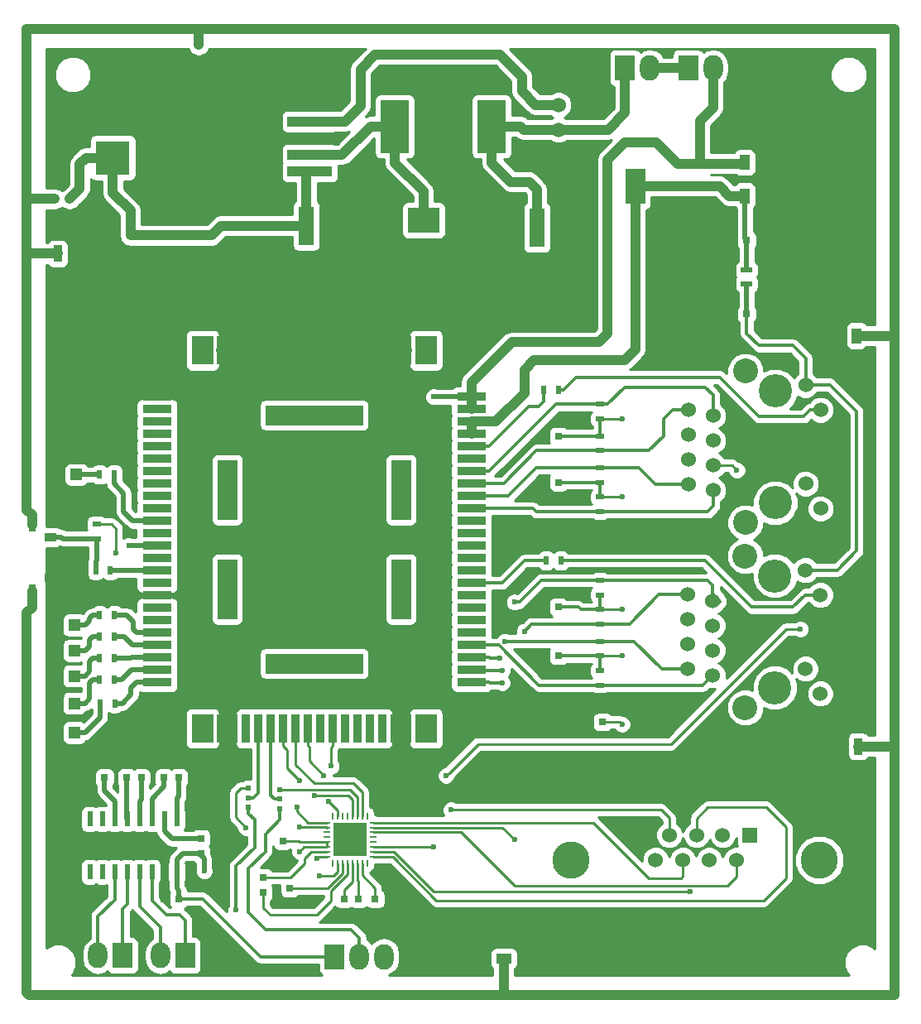
<source format=gbr>
G04 #@! TF.FileFunction,Copper,L1,Top,Signal*
%FSLAX46Y46*%
G04 Gerber Fmt 4.6, Leading zero omitted, Abs format (unit mm)*
G04 Created by KiCad (PCBNEW 4.0.2-stable) date 09/06/16 16:45:41*
%MOMM*%
G01*
G04 APERTURE LIST*
%ADD10C,0.100000*%
%ADD11R,0.750000X0.800000*%
%ADD12R,0.800000X0.750000*%
%ADD13R,1.600200X4.000500*%
%ADD14R,1.000000X1.600000*%
%ADD15R,1.600000X1.000000*%
%ADD16R,3.500120X3.500120*%
%ADD17R,0.450000X0.590000*%
%ADD18R,3.200000X2.600000*%
%ADD19R,1.198880X1.198880*%
%ADD20C,3.810000*%
%ADD21R,1.524000X1.524000*%
%ADD22C,1.524000*%
%ADD23C,3.400000*%
%ADD24C,2.540000*%
%ADD25R,0.500000X0.500000*%
%ADD26R,2.900680X5.400040*%
%ADD27R,1.198880X0.599440*%
%ADD28R,2.000000X2.600000*%
%ADD29O,2.000000X2.600000*%
%ADD30R,0.900000X0.500000*%
%ADD31R,0.900000X1.700000*%
%ADD32R,0.500000X0.900000*%
%ADD33R,1.270000X0.900000*%
%ADD34R,0.800000X1.450000*%
%ADD35R,4.600000X1.100000*%
%ADD36R,9.400000X10.800000*%
%ADD37R,0.700000X0.250000*%
%ADD38R,0.250000X0.700000*%
%ADD39R,1.725000X1.725000*%
%ADD40R,3.000000X0.900000*%
%ADD41R,0.900000X3.000000*%
%ADD42R,2.300000X3.000000*%
%ADD43R,10.000000X2.000000*%
%ADD44R,2.000000X6.150000*%
%ADD45R,2.032000X3.657600*%
%ADD46R,2.032000X1.016000*%
%ADD47R,0.600000X1.500000*%
%ADD48C,0.600000*%
%ADD49C,0.250000*%
%ADD50C,0.500000*%
%ADD51C,1.000000*%
%ADD52C,0.300000*%
%ADD53C,0.350000*%
%ADD54C,0.254000*%
G04 APERTURE END LIST*
D10*
D11*
X118200000Y-53750000D03*
X118200000Y-52250000D03*
D12*
X103450000Y-68000000D03*
X104950000Y-68000000D03*
D13*
X129200000Y-70749460D03*
X129200000Y-76850540D03*
X152800000Y-70949460D03*
X152800000Y-77050540D03*
D11*
X124800000Y-138950000D03*
X124800000Y-137450000D03*
X126800000Y-133650000D03*
X126800000Y-135150000D03*
X127500000Y-138500000D03*
X127500000Y-140000000D03*
D12*
X134550000Y-139600000D03*
X133050000Y-139600000D03*
X137750000Y-139600000D03*
X136250000Y-139600000D03*
D14*
X174062242Y-64291594D03*
X177062242Y-64291594D03*
X174062242Y-67691594D03*
X177062242Y-67691594D03*
D12*
X155000000Y-97000000D03*
X153500000Y-97000000D03*
X155000000Y-109750000D03*
X153500000Y-109750000D03*
X155000000Y-92250000D03*
X153500000Y-92250000D03*
X155000000Y-114750000D03*
X153500000Y-114750000D03*
D15*
X149400000Y-145700000D03*
X149400000Y-142700000D03*
D12*
X174250000Y-72250000D03*
X175750000Y-72250000D03*
X158000000Y-121500000D03*
X159500000Y-121500000D03*
X174250000Y-79750000D03*
X175750000Y-79750000D03*
D14*
X185500000Y-82000000D03*
X182500000Y-82000000D03*
D16*
X109400000Y-63799480D03*
X109400000Y-57800000D03*
X104701000Y-60799740D03*
D17*
X111200000Y-71745000D03*
X111200000Y-73855000D03*
D18*
X141200000Y-77400000D03*
X141200000Y-70200000D03*
D19*
X105649020Y-96200000D03*
X103550980Y-96200000D03*
X105449020Y-111600000D03*
X103350980Y-111600000D03*
X105449020Y-114200000D03*
X103350980Y-114200000D03*
X105449020Y-116800000D03*
X103350980Y-116800000D03*
X105449020Y-119600000D03*
X103350980Y-119600000D03*
X105449020Y-122600000D03*
X103350980Y-122600000D03*
D20*
X156303000Y-135600000D03*
X181703000Y-135600000D03*
D21*
X174591000Y-133060000D03*
D22*
X171797000Y-133060000D03*
X169130000Y-133060000D03*
X166336000Y-133060000D03*
X163542000Y-133060000D03*
X173194000Y-135600000D03*
X170400000Y-135600000D03*
X167733000Y-135600000D03*
X164939000Y-135600000D03*
D23*
X177182000Y-87650000D03*
X177182000Y-99080000D03*
D22*
X170832000Y-97810000D03*
X168292000Y-97175000D03*
X170832000Y-95270000D03*
X168292000Y-94635000D03*
X170832000Y-92730000D03*
X168292000Y-92095000D03*
X170832000Y-90190000D03*
D24*
X174134000Y-85618000D03*
X174134000Y-101112000D03*
D22*
X180300000Y-97150000D03*
X181820000Y-89580000D03*
X181820000Y-99690000D03*
X180300000Y-87040000D03*
X168292000Y-89555000D03*
D23*
X177140000Y-106570000D03*
X177140000Y-118000000D03*
D22*
X170790000Y-116730000D03*
X168250000Y-116095000D03*
X170790000Y-114190000D03*
X168250000Y-113555000D03*
X170790000Y-111650000D03*
X168250000Y-111015000D03*
X170790000Y-109110000D03*
D24*
X174092000Y-104538000D03*
X174092000Y-120032000D03*
D22*
X180258000Y-116070000D03*
X181778000Y-108500000D03*
X181778000Y-118610000D03*
X180258000Y-105960000D03*
X168250000Y-108475000D03*
D25*
X126500000Y-130400000D03*
X126500000Y-129400000D03*
X126500000Y-128400000D03*
X123250000Y-130250000D03*
X123250000Y-129250000D03*
X123250000Y-128250000D03*
D26*
X138249540Y-60600000D03*
X148150460Y-60600000D03*
D27*
X174250000Y-76701040D03*
X174250000Y-75298960D03*
D28*
X132060000Y-145500000D03*
D29*
X134600000Y-145500000D03*
X137140000Y-145500000D03*
X139680000Y-145500000D03*
D28*
X161800000Y-54600000D03*
D29*
X164340000Y-54600000D03*
D28*
X168260000Y-54600000D03*
D29*
X170800000Y-54600000D03*
D30*
X107750000Y-102750000D03*
X107750000Y-101250000D03*
D31*
X103750000Y-73600000D03*
X106650000Y-73600000D03*
D32*
X109550000Y-96200000D03*
X108050000Y-96200000D03*
X109550000Y-110600000D03*
X108050000Y-110600000D03*
X109550000Y-112800000D03*
X108050000Y-112800000D03*
X109550000Y-115000000D03*
X108050000Y-115000000D03*
X109550000Y-117200000D03*
X108050000Y-117200000D03*
X109600000Y-119600000D03*
X108100000Y-119600000D03*
X109150000Y-106000000D03*
X107650000Y-106000000D03*
X155000000Y-87500000D03*
X153500000Y-87500000D03*
X155250000Y-105000000D03*
X153750000Y-105000000D03*
D30*
X159250000Y-90500000D03*
X159250000Y-89000000D03*
X159250000Y-92250000D03*
X159250000Y-93750000D03*
X159250000Y-98500000D03*
X159250000Y-100000000D03*
X159250000Y-97000000D03*
X159250000Y-95500000D03*
X159250000Y-108500000D03*
X159250000Y-107000000D03*
X159250000Y-110000000D03*
X159250000Y-111500000D03*
X159250000Y-116250000D03*
X159250000Y-117750000D03*
X159250000Y-114750000D03*
X159250000Y-113250000D03*
D22*
X155000000Y-58400000D03*
X155000000Y-55860000D03*
X155000000Y-60940000D03*
D33*
X103000000Y-102600000D03*
X103000000Y-106800000D03*
D34*
X101115000Y-101325000D03*
X101115000Y-108075000D03*
D35*
X129550000Y-58400000D03*
X129550000Y-60100000D03*
X129550000Y-63500000D03*
D36*
X120400000Y-61800000D03*
D35*
X129550000Y-61800000D03*
X129550000Y-65200000D03*
D37*
X136062500Y-135287500D03*
X136062500Y-134787500D03*
X136062500Y-134287500D03*
X136062500Y-133787500D03*
X136062500Y-133287500D03*
X136062500Y-132787500D03*
X136062500Y-132287500D03*
X136062500Y-131787500D03*
D38*
X135412500Y-131137500D03*
X134912500Y-131137500D03*
X134412500Y-131137500D03*
X133912500Y-131137500D03*
X133412500Y-131137500D03*
X132912500Y-131137500D03*
X132412500Y-131137500D03*
X131912500Y-131137500D03*
D37*
X131262500Y-131787500D03*
X131262500Y-132287500D03*
X131262500Y-132787500D03*
X131262500Y-133287500D03*
X131262500Y-133787500D03*
X131262500Y-134287500D03*
X131262500Y-134787500D03*
X131262500Y-135287500D03*
D38*
X131912500Y-135937500D03*
X132412500Y-135937500D03*
X132912500Y-135937500D03*
X133412500Y-135937500D03*
X133912500Y-135937500D03*
X134412500Y-135937500D03*
X134912500Y-135937500D03*
X135412500Y-135937500D03*
D39*
X132800000Y-132675000D03*
X132800000Y-134400000D03*
X134525000Y-132675000D03*
X134525000Y-134400000D03*
D40*
X113920000Y-88225000D03*
X113920000Y-89495000D03*
X113920000Y-90765000D03*
X113920000Y-92035000D03*
X113920000Y-93305000D03*
X113920000Y-94575000D03*
X113920000Y-95845000D03*
X113920000Y-97115000D03*
X113920000Y-98385000D03*
X113920000Y-99655000D03*
X113920000Y-100925000D03*
X113920000Y-102195000D03*
X113920000Y-103465000D03*
X113920000Y-104735000D03*
X113920000Y-106005000D03*
X113920000Y-107275000D03*
X113920000Y-108545000D03*
X113920000Y-109815000D03*
X113920000Y-111085000D03*
X113920000Y-112355000D03*
X113920000Y-113625000D03*
X113920000Y-114895000D03*
X113920000Y-116165000D03*
X113920000Y-117435000D03*
D41*
X120485000Y-122170000D03*
X121755000Y-122170000D03*
X123025000Y-122170000D03*
X124295000Y-122170000D03*
X125565000Y-122170000D03*
X126835000Y-122170000D03*
X128105000Y-122170000D03*
X129375000Y-122170000D03*
X130645000Y-122170000D03*
X131915000Y-122170000D03*
X133185000Y-122170000D03*
X134455000Y-122170000D03*
X135725000Y-122170000D03*
X136995000Y-122170000D03*
X138265000Y-122170000D03*
X139535000Y-122170000D03*
D40*
X146100000Y-117435000D03*
X146100000Y-116165000D03*
X146100000Y-114895000D03*
X146100000Y-113625000D03*
X146100000Y-112355000D03*
X146100000Y-111085000D03*
X146100000Y-109815000D03*
X146100000Y-108545000D03*
X146100000Y-107275000D03*
X146100000Y-106005000D03*
X146100000Y-104735000D03*
X146100000Y-103465000D03*
X146100000Y-102195000D03*
X146100000Y-100925000D03*
X146100000Y-99655000D03*
X146100000Y-98385000D03*
X146100000Y-97115000D03*
X146100000Y-95845000D03*
X146100000Y-94575000D03*
X146100000Y-93305000D03*
X146100000Y-92035000D03*
X146100000Y-90765000D03*
X146100000Y-89495000D03*
X146100000Y-88225000D03*
D41*
X139535000Y-83490000D03*
X138265000Y-83490000D03*
X136995000Y-83490000D03*
X135725000Y-83490000D03*
X134455000Y-83490000D03*
X133185000Y-83490000D03*
X131915000Y-83490000D03*
X130645000Y-83490000D03*
X129375000Y-83490000D03*
X128105000Y-83490000D03*
X126835000Y-83490000D03*
X125565000Y-83490000D03*
X124295000Y-83490000D03*
X123025000Y-83490000D03*
X121755000Y-83490000D03*
X120485000Y-83490000D03*
D42*
X118580000Y-83490000D03*
X118580000Y-122170000D03*
X141440000Y-122170000D03*
X141440000Y-83490000D03*
D43*
X130010000Y-90130000D03*
X130010000Y-115530000D03*
D44*
X121120000Y-97750000D03*
X121120000Y-107910000D03*
X138900000Y-107910000D03*
X138900000Y-97750000D03*
D45*
X162860242Y-66691594D03*
D46*
X169464242Y-66691594D03*
X169464242Y-64405594D03*
X169464242Y-68977594D03*
D12*
X116141628Y-127200000D03*
X114641628Y-127200000D03*
X110800000Y-127200000D03*
X112300000Y-127200000D03*
D11*
X118400000Y-133450000D03*
X118400000Y-134950000D03*
D12*
X108550000Y-127200000D03*
X107050000Y-127200000D03*
X114650000Y-139600000D03*
X116150000Y-139600000D03*
D28*
X110400000Y-145400000D03*
D29*
X107860000Y-145400000D03*
D28*
X116800000Y-145400000D03*
D29*
X114260000Y-145400000D03*
D47*
X115931628Y-131436066D03*
X114661628Y-131436066D03*
X113391628Y-131436066D03*
X112121628Y-131436066D03*
X110851628Y-131436066D03*
X109581628Y-131436066D03*
X108311628Y-131436066D03*
X107041628Y-131436066D03*
X107041628Y-136836066D03*
X108311628Y-136836066D03*
X109581628Y-136836066D03*
X110851628Y-136836066D03*
X112121628Y-136836066D03*
X113391628Y-136836066D03*
X114661628Y-136836066D03*
X115931628Y-136836066D03*
D31*
X185650000Y-124000000D03*
X182750000Y-124000000D03*
D48*
X121120000Y-107910000D03*
X121120000Y-97750000D03*
X130010000Y-90130000D03*
X138900000Y-97750000D03*
X138900000Y-107910000D03*
X130010000Y-115530000D03*
X132800000Y-134400000D03*
X134525000Y-134400000D03*
X134525000Y-132675000D03*
X132800000Y-132675000D03*
X153500000Y-115750000D03*
X152500000Y-109750000D03*
X152350000Y-92750000D03*
X153500000Y-98500000D03*
X130250000Y-135500000D03*
X169500000Y-71250000D03*
X129500000Y-139500000D03*
X126800000Y-136200000D03*
X179750000Y-112000000D03*
X143500000Y-127000000D03*
X109750000Y-104250000D03*
X130500000Y-137250000D03*
X128500000Y-134750000D03*
X118750000Y-136750000D03*
X142250000Y-88250000D03*
X173250000Y-95750000D03*
X161500000Y-98500000D03*
X161500000Y-110000000D03*
X161500000Y-114750000D03*
X161500000Y-121750000D03*
X161500000Y-90500000D03*
X111035000Y-103465000D03*
X150500000Y-133500000D03*
X144000000Y-130500000D03*
X142212500Y-134287500D03*
X168500000Y-138875020D03*
X149500000Y-113250000D03*
X149000000Y-115000000D03*
X149250000Y-116250000D03*
X150500000Y-109250000D03*
X151500000Y-112250000D03*
X149250000Y-117500000D03*
X122000000Y-140750000D03*
X128500000Y-132250000D03*
X123037500Y-132287500D03*
X130000000Y-129025010D03*
X128500000Y-127500000D03*
X131500000Y-129650020D03*
X131000000Y-127000000D03*
X128250000Y-130250000D03*
X131750000Y-126000000D03*
D49*
X153500000Y-114750000D02*
X153500000Y-115750000D01*
X153500000Y-109750000D02*
X152500000Y-109750000D01*
X153500000Y-92250000D02*
X152850000Y-92250000D01*
X152850000Y-92250000D02*
X152350000Y-92750000D01*
X153500000Y-97000000D02*
X153500000Y-98500000D01*
X130462500Y-135287500D02*
X130250000Y-135500000D01*
X131262500Y-135287500D02*
X130462500Y-135287500D01*
D50*
X169500000Y-70021352D02*
X169500000Y-71250000D01*
X169464242Y-68977594D02*
X169464242Y-69985594D01*
X169464242Y-69985594D02*
X169500000Y-70021352D01*
X129000000Y-140000000D02*
X129500000Y-139500000D01*
X127500000Y-140000000D02*
X129000000Y-140000000D01*
X126800000Y-135150000D02*
X126800000Y-136200000D01*
X114650000Y-139600000D02*
X114650000Y-136847694D01*
X114650000Y-136847694D02*
X114661628Y-136836066D01*
D51*
X138265000Y-83490000D02*
X139535000Y-83490000D01*
X136995000Y-83490000D02*
X138265000Y-83490000D01*
X135725000Y-83490000D02*
X136995000Y-83490000D01*
X134455000Y-83490000D02*
X135725000Y-83490000D01*
X133185000Y-83490000D02*
X134455000Y-83490000D01*
X131915000Y-83490000D02*
X133185000Y-83490000D01*
X130645000Y-83490000D02*
X131915000Y-83490000D01*
X129375000Y-83490000D02*
X130645000Y-83490000D01*
X128105000Y-83490000D02*
X129375000Y-83490000D01*
X126835000Y-83490000D02*
X128105000Y-83490000D01*
X125565000Y-83490000D02*
X126835000Y-83490000D01*
X124295000Y-83490000D02*
X125565000Y-83490000D01*
X123025000Y-83490000D02*
X124295000Y-83490000D01*
X121755000Y-83490000D02*
X123025000Y-83490000D01*
X120485000Y-83490000D02*
X121755000Y-83490000D01*
X129550000Y-58400000D02*
X123800000Y-58400000D01*
X123800000Y-58400000D02*
X120400000Y-61800000D01*
X120400000Y-61800000D02*
X129550000Y-61800000D01*
X100600000Y-68000000D02*
X100600000Y-73600000D01*
X100600000Y-73600000D02*
X100600000Y-99800000D01*
X103750000Y-73600000D02*
X100600000Y-73600000D01*
X189400000Y-50600000D02*
X118200000Y-50600000D01*
X118200000Y-50600000D02*
X100600000Y-50600000D01*
X118200000Y-52250000D02*
X118200000Y-50600000D01*
X100600000Y-50600000D02*
X100600000Y-68000000D01*
X103450000Y-68000000D02*
X102050000Y-68000000D01*
X102050000Y-68000000D02*
X100600000Y-68000000D01*
X189400000Y-124000000D02*
X189400000Y-81800000D01*
X189400000Y-81800000D02*
X189400000Y-50600000D01*
X185500000Y-82000000D02*
X189200000Y-82000000D01*
X189200000Y-82000000D02*
X189400000Y-81800000D01*
X189400000Y-149400000D02*
X189400000Y-124000000D01*
X185650000Y-124000000D02*
X189400000Y-124000000D01*
X100800000Y-149400000D02*
X149400000Y-149400000D01*
X149400000Y-149400000D02*
X189400000Y-149400000D01*
X149400000Y-145700000D02*
X149400000Y-149400000D01*
X101115000Y-108075000D02*
X101115000Y-109800000D01*
X101115000Y-109800000D02*
X100600000Y-110315000D01*
X100600000Y-110315000D02*
X100600000Y-149200000D01*
X100600000Y-149200000D02*
X100800000Y-149400000D01*
X100600000Y-99800000D02*
X101115000Y-100315000D01*
X101115000Y-100315000D02*
X101115000Y-101325000D01*
X129200000Y-70749460D02*
X129200000Y-65550000D01*
X129200000Y-65550000D02*
X129550000Y-65200000D01*
X119505000Y-71745000D02*
X120500540Y-70749460D01*
X120500540Y-70749460D02*
X129200000Y-70749460D01*
X111200000Y-71745000D02*
X119505000Y-71745000D01*
X109400000Y-67400000D02*
X111200000Y-69200000D01*
X111200000Y-69200000D02*
X111200000Y-71745000D01*
X109400000Y-63799480D02*
X109400000Y-67400000D01*
X106000000Y-66975000D02*
X106000000Y-64449420D01*
X106000000Y-64449420D02*
X106649940Y-63799480D01*
X106649940Y-63799480D02*
X109400000Y-63799480D01*
X104950000Y-68000000D02*
X104975000Y-68000000D01*
X104975000Y-68000000D02*
X106000000Y-66975000D01*
X160060000Y-60940000D02*
X161800000Y-59200000D01*
X161800000Y-59200000D02*
X161800000Y-54600000D01*
X155000000Y-60940000D02*
X160060000Y-60940000D01*
X152000000Y-66250000D02*
X152800000Y-67050000D01*
X152800000Y-67050000D02*
X152800000Y-70949460D01*
X150100440Y-66250000D02*
X152000000Y-66250000D01*
X148150460Y-60600000D02*
X148150460Y-64300020D01*
X148150460Y-64300020D02*
X150100440Y-66250000D01*
X151100000Y-60600000D02*
X151440000Y-60940000D01*
X151440000Y-60940000D02*
X155000000Y-60940000D01*
X148150460Y-60600000D02*
X151100000Y-60600000D01*
X148150460Y-60600000D02*
X148150460Y-61849680D01*
D49*
X133412500Y-135937500D02*
X133412500Y-137087500D01*
X133412500Y-137087500D02*
X131750000Y-138750000D01*
X130250000Y-141250000D02*
X125500000Y-141250000D01*
X131750000Y-138750000D02*
X131750000Y-139750000D01*
X131750000Y-139750000D02*
X130250000Y-141250000D01*
X125500000Y-141250000D02*
X124800000Y-140550000D01*
X124800000Y-140550000D02*
X124800000Y-138950000D01*
X129000000Y-135500000D02*
X129712500Y-134787500D01*
X129712500Y-134787500D02*
X131262500Y-134787500D01*
X129000000Y-136000000D02*
X129000000Y-135500000D01*
X127550000Y-137450000D02*
X129000000Y-136000000D01*
X124800000Y-137450000D02*
X127550000Y-137450000D01*
X179750000Y-112000000D02*
X178250000Y-112000000D01*
X143799999Y-126700001D02*
X143500000Y-127000000D01*
X178250000Y-112000000D02*
X166500000Y-123750000D01*
X166500000Y-123750000D02*
X146750000Y-123750000D01*
X146750000Y-123750000D02*
X143799999Y-126700001D01*
X109750000Y-101750000D02*
X109750000Y-104250000D01*
X109250000Y-101250000D02*
X109750000Y-101750000D01*
X107750000Y-101250000D02*
X109250000Y-101250000D01*
X131262500Y-134287500D02*
X131262500Y-133787500D01*
X131977180Y-137250000D02*
X132412500Y-136814680D01*
X132412500Y-136814680D02*
X132412500Y-135937500D01*
X130500000Y-137250000D02*
X131977180Y-137250000D01*
X128962500Y-134287500D02*
X128500000Y-134750000D01*
X131262500Y-134287500D02*
X128962500Y-134287500D01*
D52*
X174250000Y-79750000D02*
X174250000Y-81750000D01*
X174250000Y-81750000D02*
X175500000Y-83000000D01*
X175500000Y-83000000D02*
X179000000Y-83000000D01*
X179000000Y-83000000D02*
X180300000Y-84300000D01*
X180300000Y-84300000D02*
X180300000Y-87040000D01*
X185500000Y-104000000D02*
X183540000Y-105960000D01*
X183540000Y-105960000D02*
X180258000Y-105960000D01*
X185500000Y-89750000D02*
X185500000Y-104000000D01*
X182750000Y-87000000D02*
X185500000Y-89750000D01*
X181417630Y-87000000D02*
X182750000Y-87000000D01*
X180300000Y-87040000D02*
X181377630Y-87040000D01*
X181377630Y-87040000D02*
X181417630Y-87000000D01*
D49*
X128400000Y-133650000D02*
X128537500Y-133787500D01*
X128537500Y-133787500D02*
X131262500Y-133787500D01*
X126800000Y-133650000D02*
X128400000Y-133650000D01*
D50*
X174250000Y-76701040D02*
X174250000Y-79750000D01*
D49*
X131363590Y-138500000D02*
X132912500Y-136951090D01*
X132912500Y-136951090D02*
X132912500Y-135937500D01*
X127500000Y-138500000D02*
X131363590Y-138500000D01*
X134412500Y-137662500D02*
X134550000Y-137800000D01*
X134550000Y-137800000D02*
X134550000Y-139600000D01*
X134412500Y-135937500D02*
X134412500Y-137662500D01*
X133050000Y-138700000D02*
X133912500Y-137837500D01*
X133912500Y-137837500D02*
X133912500Y-137087500D01*
X133050000Y-139600000D02*
X133050000Y-138700000D01*
X133912500Y-135937500D02*
X133912500Y-137087500D01*
X134912500Y-137162500D02*
X136250000Y-138500000D01*
X136250000Y-138500000D02*
X136250000Y-139600000D01*
X134912500Y-135937500D02*
X134912500Y-137162500D01*
D50*
X118400000Y-134950000D02*
X118400000Y-135150000D01*
X118400000Y-135150000D02*
X118750000Y-135500000D01*
X118750000Y-135500000D02*
X118750000Y-136325736D01*
X118750000Y-136325736D02*
X118750000Y-136750000D01*
X142250000Y-88250000D02*
X146075000Y-88250000D01*
X146075000Y-88250000D02*
X146100000Y-88225000D01*
D51*
X165000000Y-62250000D02*
X167155594Y-64405594D01*
X167155594Y-64405594D02*
X169464242Y-64405594D01*
X161750000Y-62250000D02*
X165000000Y-62250000D01*
X160000000Y-64000000D02*
X161750000Y-62250000D01*
X160000000Y-81750000D02*
X160000000Y-64000000D01*
X159125000Y-82625000D02*
X160000000Y-81750000D01*
X150250000Y-82625000D02*
X159125000Y-82625000D01*
X146100000Y-88225000D02*
X146100000Y-86775000D01*
X146100000Y-86775000D02*
X150250000Y-82625000D01*
X146100000Y-89495000D02*
X146100000Y-88225000D01*
D53*
X118600000Y-139600000D02*
X124500000Y-145500000D01*
X124500000Y-145500000D02*
X132060000Y-145500000D01*
X116150000Y-139600000D02*
X118600000Y-139600000D01*
D50*
X116150000Y-139600000D02*
X116150000Y-138725000D01*
X116150000Y-138725000D02*
X115931628Y-138506628D01*
X115931628Y-138506628D02*
X115931628Y-136836066D01*
X115931628Y-136836066D02*
X115931628Y-135568372D01*
X115931628Y-135568372D02*
X116550000Y-134950000D01*
X116550000Y-134950000D02*
X118400000Y-134950000D01*
D51*
X169464242Y-64405594D02*
X173948242Y-64405594D01*
X173948242Y-64405594D02*
X174062242Y-64291594D01*
X170800000Y-58700000D02*
X169464242Y-60035758D01*
X169464242Y-60035758D02*
X169464242Y-64405594D01*
X170800000Y-54600000D02*
X170800000Y-58700000D01*
X161750000Y-84500000D02*
X162860242Y-83389758D01*
X162860242Y-83389758D02*
X162860242Y-66691594D01*
X152500000Y-84500000D02*
X161750000Y-84500000D01*
X151500000Y-85500000D02*
X152500000Y-84500000D01*
X151500000Y-87865000D02*
X151500000Y-85500000D01*
X146100000Y-90765000D02*
X148600000Y-90765000D01*
X148600000Y-90765000D02*
X151500000Y-87865000D01*
X146100000Y-90765000D02*
X146100000Y-92035000D01*
D50*
X174250000Y-72250000D02*
X174250000Y-75298960D01*
X174062242Y-67691594D02*
X174062242Y-72062242D01*
X174062242Y-72062242D02*
X174250000Y-72250000D01*
D51*
X169464242Y-66691594D02*
X171480242Y-66691594D01*
X171480242Y-66691594D02*
X172480242Y-67691594D01*
X172480242Y-67691594D02*
X174062242Y-67691594D01*
X169464242Y-66691594D02*
X162860242Y-66691594D01*
D49*
X159500000Y-121500000D02*
X161250000Y-121500000D01*
X161250000Y-121500000D02*
X161500000Y-121750000D01*
X159250000Y-110000000D02*
X161500000Y-110000000D01*
X172770000Y-95270000D02*
X173250000Y-95750000D01*
X170832000Y-95270000D02*
X172770000Y-95270000D01*
X159950000Y-98500000D02*
X161500000Y-98500000D01*
X159250000Y-98500000D02*
X159950000Y-98500000D01*
X159250000Y-114750000D02*
X161500000Y-114750000D01*
X159250000Y-90500000D02*
X161500000Y-90500000D01*
D50*
X113920000Y-103465000D02*
X111035000Y-103465000D01*
D52*
X159250000Y-97000000D02*
X159250000Y-98500000D01*
X155000000Y-97000000D02*
X155700000Y-97000000D01*
X155700000Y-97000000D02*
X159250000Y-97000000D01*
X159250000Y-90500000D02*
X159250000Y-92250000D01*
X155000000Y-92250000D02*
X155700000Y-92250000D01*
X155700000Y-92250000D02*
X159250000Y-92250000D01*
X159250000Y-116250000D02*
X159250000Y-114750000D01*
X159250000Y-110000000D02*
X159250000Y-108500000D01*
X157000000Y-109750000D02*
X157250000Y-110000000D01*
X157250000Y-110000000D02*
X159250000Y-110000000D01*
X155000000Y-109750000D02*
X157000000Y-109750000D01*
X155000000Y-114750000D02*
X159250000Y-114750000D01*
D51*
X138249540Y-60600000D02*
X138249540Y-64300020D01*
X141200000Y-67250480D02*
X141200000Y-70200000D01*
X138249540Y-64300020D02*
X141200000Y-67250480D01*
X129550000Y-63500000D02*
X132850000Y-63500000D01*
X132850000Y-63500000D02*
X135750000Y-60600000D01*
X135750000Y-60600000D02*
X138249540Y-60600000D01*
D50*
X108050000Y-96200000D02*
X105649020Y-96200000D01*
X107000000Y-111148460D02*
X107000000Y-110900000D01*
X107000000Y-110900000D02*
X107300000Y-110600000D01*
X107300000Y-110600000D02*
X108050000Y-110600000D01*
X105449020Y-111600000D02*
X106548460Y-111600000D01*
X106548460Y-111600000D02*
X107000000Y-111148460D01*
X105449020Y-114200000D02*
X106548460Y-114200000D01*
X107000000Y-113100000D02*
X107300000Y-112800000D01*
X107300000Y-112800000D02*
X108050000Y-112800000D01*
X106548460Y-114200000D02*
X107000000Y-113748460D01*
X107000000Y-113748460D02*
X107000000Y-113100000D01*
X105449020Y-116800000D02*
X106548460Y-116800000D01*
X107000000Y-115300000D02*
X107300000Y-115000000D01*
X106548460Y-116800000D02*
X107000000Y-116348460D01*
X107000000Y-116348460D02*
X107000000Y-115300000D01*
X107300000Y-115000000D02*
X108050000Y-115000000D01*
X107000000Y-117500000D02*
X107300000Y-117200000D01*
X107300000Y-117200000D02*
X108050000Y-117200000D01*
X107000000Y-119148460D02*
X107000000Y-117500000D01*
X105449020Y-119600000D02*
X106548460Y-119600000D01*
X106548460Y-119600000D02*
X107000000Y-119148460D01*
X105449020Y-122600000D02*
X106548460Y-122600000D01*
X106548460Y-122600000D02*
X108100000Y-121048460D01*
X108100000Y-121048460D02*
X108100000Y-119600000D01*
D49*
X149287500Y-132287500D02*
X150500000Y-133500000D01*
X136062500Y-132287500D02*
X149287500Y-132287500D01*
X136062500Y-135287500D02*
X138037500Y-135287500D01*
X138037500Y-135287500D02*
X142500000Y-139750000D01*
X176000000Y-139750000D02*
X178250000Y-137500000D01*
X142500000Y-139750000D02*
X176000000Y-139750000D01*
X178250000Y-137500000D02*
X178250000Y-132250000D01*
X178250000Y-132250000D02*
X176250000Y-130250000D01*
X176250000Y-130250000D02*
X170250000Y-130250000D01*
X170250000Y-130250000D02*
X169130000Y-131370000D01*
X169130000Y-131370000D02*
X169130000Y-133060000D01*
X165500000Y-130500000D02*
X166336000Y-131336000D01*
X166336000Y-131336000D02*
X166336000Y-133060000D01*
X144000000Y-130500000D02*
X165500000Y-130500000D01*
X138310320Y-134287500D02*
X142212500Y-134287500D01*
X136062500Y-134287500D02*
X138310320Y-134287500D01*
X138310320Y-134287500D02*
X138347820Y-134250000D01*
X136062500Y-132787500D02*
X145037500Y-132787500D01*
X145037500Y-132787500D02*
X150500000Y-138250000D01*
X173194000Y-137306000D02*
X173194000Y-135600000D01*
X150500000Y-138250000D02*
X172250000Y-138250000D01*
X172250000Y-138250000D02*
X173194000Y-137306000D01*
X136062500Y-134787500D02*
X138173910Y-134787500D01*
X168075736Y-138875020D02*
X168500000Y-138875020D01*
X142261430Y-138875020D02*
X168075736Y-138875020D01*
X138173910Y-134787500D02*
X142261430Y-138875020D01*
X167500000Y-137500000D02*
X167733000Y-137267000D01*
X167733000Y-137267000D02*
X167733000Y-135600000D01*
X164250000Y-137500000D02*
X167500000Y-137500000D01*
X158537500Y-131787500D02*
X164250000Y-137500000D01*
X136062500Y-131787500D02*
X158537500Y-131787500D01*
D52*
X170250000Y-100000000D02*
X170832000Y-99418000D01*
X170832000Y-99418000D02*
X170832000Y-97810000D01*
X159250000Y-100000000D02*
X170250000Y-100000000D01*
X152405000Y-99655000D02*
X152750000Y-100000000D01*
X152750000Y-100000000D02*
X159250000Y-100000000D01*
X146100000Y-99655000D02*
X152405000Y-99655000D01*
X163250000Y-95500000D02*
X164925000Y-97175000D01*
X164925000Y-97175000D02*
X168292000Y-97175000D01*
X159250000Y-95500000D02*
X163250000Y-95500000D01*
X149865000Y-98385000D02*
X152750000Y-95500000D01*
X152750000Y-95500000D02*
X159250000Y-95500000D01*
X146100000Y-98385000D02*
X149865000Y-98385000D01*
X170000000Y-87250000D02*
X170832000Y-88082000D01*
X170832000Y-88082000D02*
X170832000Y-89112370D01*
X170832000Y-89112370D02*
X170832000Y-90190000D01*
X161750000Y-87250000D02*
X170000000Y-87250000D01*
X159250000Y-89000000D02*
X160000000Y-89000000D01*
X160000000Y-89000000D02*
X161750000Y-87250000D01*
X146100000Y-95845000D02*
X147900000Y-95845000D01*
X147900000Y-95845000D02*
X154745000Y-89000000D01*
X154745000Y-89000000D02*
X158500000Y-89000000D01*
X158500000Y-89000000D02*
X159250000Y-89000000D01*
X175500000Y-90250000D02*
X180072370Y-90250000D01*
X180072370Y-90250000D02*
X180742370Y-89580000D01*
X180742370Y-89580000D02*
X181820000Y-89580000D01*
X171500000Y-86250000D02*
X175500000Y-90250000D01*
X156800000Y-86250000D02*
X171500000Y-86250000D01*
X155000000Y-87500000D02*
X155550000Y-87500000D01*
X155550000Y-87500000D02*
X156800000Y-86250000D01*
X165750000Y-90500000D02*
X166695000Y-89555000D01*
X166695000Y-89555000D02*
X168292000Y-89555000D01*
X165750000Y-92250000D02*
X165750000Y-90500000D01*
X164250000Y-93750000D02*
X165750000Y-92250000D01*
X159250000Y-93750000D02*
X164250000Y-93750000D01*
X149385000Y-97115000D02*
X152750000Y-93750000D01*
X152750000Y-93750000D02*
X159250000Y-93750000D01*
X146100000Y-97115000D02*
X149385000Y-97115000D01*
D50*
X167987000Y-89250000D02*
X168292000Y-89555000D01*
D52*
X159250000Y-117750000D02*
X169770000Y-117750000D01*
X169770000Y-117750000D02*
X170790000Y-116730000D01*
X146100000Y-113625000D02*
X148875000Y-113625000D01*
X148875000Y-113625000D02*
X153000000Y-117750000D01*
X153000000Y-117750000D02*
X159250000Y-117750000D01*
X162750000Y-113250000D02*
X165595000Y-116095000D01*
X165595000Y-116095000D02*
X168250000Y-116095000D01*
X159250000Y-113250000D02*
X162750000Y-113250000D01*
X149500000Y-113250000D02*
X159250000Y-113250000D01*
X148005000Y-115000000D02*
X149000000Y-115000000D01*
X146100000Y-114895000D02*
X147900000Y-114895000D01*
X147900000Y-114895000D02*
X148005000Y-115000000D01*
X159250000Y-107000000D02*
X170250000Y-107000000D01*
X170250000Y-107000000D02*
X170790000Y-107540000D01*
X170790000Y-107540000D02*
X170790000Y-109110000D01*
X149250000Y-116250000D02*
X146185000Y-116250000D01*
X146185000Y-116250000D02*
X146100000Y-116165000D01*
X151000000Y-109250000D02*
X150500000Y-109250000D01*
X153250000Y-107000000D02*
X151000000Y-109250000D01*
X159250000Y-107000000D02*
X153250000Y-107000000D01*
D50*
X170750000Y-108508000D02*
X171432000Y-109190000D01*
D52*
X179000000Y-109750000D02*
X180250000Y-108500000D01*
X180250000Y-108500000D02*
X181778000Y-108500000D01*
X174750000Y-109750000D02*
X179000000Y-109750000D01*
X170000000Y-105000000D02*
X174750000Y-109750000D01*
X155250000Y-105000000D02*
X170000000Y-105000000D01*
X159250000Y-111500000D02*
X162250000Y-111500000D01*
X162250000Y-111500000D02*
X165275000Y-108475000D01*
X165275000Y-108475000D02*
X168250000Y-108475000D01*
X151500000Y-112250000D02*
X152250000Y-111500000D01*
X152250000Y-111500000D02*
X159250000Y-111500000D01*
X147965000Y-117500000D02*
X149250000Y-117500000D01*
X146100000Y-117435000D02*
X147900000Y-117435000D01*
X147900000Y-117435000D02*
X147965000Y-117500000D01*
D53*
X133750000Y-142750000D02*
X134600000Y-143600000D01*
X134600000Y-143600000D02*
X134600000Y-145500000D01*
X125000000Y-142750000D02*
X133750000Y-142750000D01*
X123250000Y-141000000D02*
X125000000Y-142750000D01*
X123250000Y-136500000D02*
X123250000Y-141000000D01*
X125000000Y-134750000D02*
X123250000Y-136500000D01*
X125000000Y-133000000D02*
X125000000Y-134750000D01*
X126500000Y-131500000D02*
X125000000Y-133000000D01*
X126500000Y-130400000D02*
X126500000Y-131500000D01*
D52*
X125565000Y-122170000D02*
X125565000Y-129015000D01*
X125565000Y-129015000D02*
X125950000Y-129400000D01*
X125950000Y-129400000D02*
X126500000Y-129400000D01*
D49*
X133650000Y-128400000D02*
X134412500Y-129162500D01*
X134412500Y-129162500D02*
X134412500Y-131137500D01*
X126500000Y-128400000D02*
X133650000Y-128400000D01*
D53*
X122000000Y-136250000D02*
X122000000Y-140750000D01*
X123900000Y-134350000D02*
X122000000Y-136250000D01*
X123900000Y-131500000D02*
X123900000Y-134350000D01*
X123250000Y-130250000D02*
X123250000Y-130850000D01*
X123250000Y-130850000D02*
X123900000Y-131500000D01*
D52*
X123250000Y-129250000D02*
X123800000Y-129250000D01*
X123800000Y-129250000D02*
X124295000Y-128755000D01*
X124295000Y-128755000D02*
X124295000Y-122170000D01*
D49*
X128500000Y-132250000D02*
X131225000Y-132250000D01*
X131225000Y-132250000D02*
X131262500Y-132287500D01*
X122000000Y-131250000D02*
X123037500Y-132287500D01*
X122000000Y-128750000D02*
X122000000Y-131250000D01*
X122500000Y-128250000D02*
X122000000Y-128750000D01*
X123250000Y-128250000D02*
X122500000Y-128250000D01*
D51*
X164340000Y-54600000D02*
X168260000Y-54600000D01*
D50*
X104285000Y-102750000D02*
X107750000Y-102750000D01*
X103000000Y-102600000D02*
X104135000Y-102600000D01*
X104135000Y-102600000D02*
X104285000Y-102750000D01*
X107750000Y-104950000D02*
X107750000Y-102750000D01*
X107650000Y-106000000D02*
X107650000Y-105050000D01*
X107650000Y-105050000D02*
X107750000Y-104950000D01*
X110500000Y-100000000D02*
X111425000Y-100925000D01*
X111425000Y-100925000D02*
X113920000Y-100925000D01*
X110500000Y-98100000D02*
X110500000Y-100000000D01*
X109550000Y-96200000D02*
X109550000Y-97150000D01*
X109550000Y-97150000D02*
X110500000Y-98100000D01*
X111500000Y-112000000D02*
X111855000Y-112355000D01*
X111855000Y-112355000D02*
X113920000Y-112355000D01*
X111500000Y-111250000D02*
X111500000Y-112000000D01*
X110850000Y-110600000D02*
X111500000Y-111250000D01*
X109550000Y-110600000D02*
X110850000Y-110600000D01*
X110550000Y-112800000D02*
X111375000Y-113625000D01*
X111375000Y-113625000D02*
X113920000Y-113625000D01*
X109550000Y-112800000D02*
X110550000Y-112800000D01*
X111250000Y-115000000D02*
X111355000Y-114895000D01*
X111355000Y-114895000D02*
X113920000Y-114895000D01*
X109550000Y-115000000D02*
X111250000Y-115000000D01*
X110300000Y-117200000D02*
X111335000Y-116165000D01*
X111335000Y-116165000D02*
X113920000Y-116165000D01*
X109550000Y-117200000D02*
X110300000Y-117200000D01*
X111250000Y-118000000D02*
X111815000Y-117435000D01*
X111815000Y-117435000D02*
X113920000Y-117435000D01*
X111250000Y-118700000D02*
X111250000Y-118000000D01*
X109600000Y-119600000D02*
X110350000Y-119600000D01*
X110350000Y-119600000D02*
X111250000Y-118700000D01*
X109150000Y-106000000D02*
X113915000Y-106000000D01*
X113915000Y-106000000D02*
X113920000Y-106005000D01*
D52*
X153000000Y-89250000D02*
X153500000Y-88750000D01*
X153500000Y-88750000D02*
X153500000Y-87500000D01*
X151955000Y-89250000D02*
X153000000Y-89250000D01*
X146100000Y-93305000D02*
X147900000Y-93305000D01*
X147900000Y-93305000D02*
X151955000Y-89250000D01*
X149225000Y-107275000D02*
X151500000Y-105000000D01*
X151500000Y-105000000D02*
X153750000Y-105000000D01*
X146100000Y-107275000D02*
X149225000Y-107275000D01*
D51*
X151250000Y-57000000D02*
X152650000Y-58400000D01*
X152650000Y-58400000D02*
X155000000Y-58400000D01*
X151250000Y-55500000D02*
X151250000Y-57000000D01*
X149000000Y-53250000D02*
X151250000Y-55500000D01*
X136250000Y-53250000D02*
X149000000Y-53250000D01*
X134750000Y-54750000D02*
X136250000Y-53250000D01*
X134750000Y-58500000D02*
X134750000Y-54750000D01*
X133150000Y-60100000D02*
X134750000Y-58500000D01*
X129550000Y-60100000D02*
X133150000Y-60100000D01*
D49*
X134000000Y-127750000D02*
X134912500Y-128662500D01*
X134912500Y-128662500D02*
X134912500Y-131137500D01*
X130000000Y-127750000D02*
X134000000Y-127750000D01*
X128105000Y-125855000D02*
X130000000Y-127750000D01*
X128105000Y-122170000D02*
X128105000Y-125855000D01*
X133525010Y-129025010D02*
X133912500Y-129412500D01*
X133912500Y-129412500D02*
X133912500Y-131137500D01*
X130000000Y-129025010D02*
X133525010Y-129025010D01*
X127250000Y-126250000D02*
X128500000Y-127500000D01*
X127250000Y-124335000D02*
X127250000Y-126250000D01*
X126835000Y-122170000D02*
X126835000Y-123920000D01*
X126835000Y-123920000D02*
X127250000Y-124335000D01*
X131500000Y-129650020D02*
X132412500Y-130562520D01*
X132412500Y-130562520D02*
X132412500Y-131137500D01*
X129500000Y-125500000D02*
X131000000Y-127000000D01*
X129500000Y-124045000D02*
X129500000Y-125500000D01*
X129375000Y-122170000D02*
X129375000Y-123920000D01*
X129375000Y-123920000D02*
X129500000Y-124045000D01*
X128250000Y-130250000D02*
X128250000Y-130674264D01*
X128250000Y-130674264D02*
X129363236Y-131787500D01*
X129363236Y-131787500D02*
X131262500Y-131787500D01*
X131750000Y-124085000D02*
X131750000Y-126000000D01*
X131915000Y-122170000D02*
X131915000Y-123920000D01*
X131915000Y-123920000D02*
X131750000Y-124085000D01*
D50*
X116141628Y-129108372D02*
X115931628Y-129318372D01*
X115931628Y-129318372D02*
X115931628Y-131436066D01*
X116141628Y-127200000D02*
X116141628Y-129108372D01*
X114641628Y-127200000D02*
X114641628Y-128075000D01*
X114641628Y-128075000D02*
X113391628Y-129325000D01*
X113391628Y-129325000D02*
X113391628Y-131436066D01*
X110800000Y-127200000D02*
X110800000Y-131384438D01*
X110800000Y-131384438D02*
X110851628Y-131436066D01*
X112300000Y-129450000D02*
X112121628Y-129628372D01*
X112121628Y-129628372D02*
X112121628Y-131436066D01*
X112300000Y-127200000D02*
X112300000Y-129450000D01*
X114661628Y-131436066D02*
X114661628Y-132686066D01*
X114661628Y-132686066D02*
X115425562Y-133450000D01*
X115425562Y-133450000D02*
X118400000Y-133450000D01*
X108550000Y-128550000D02*
X109581628Y-129581628D01*
X109581628Y-129581628D02*
X109581628Y-131436066D01*
X108550000Y-127200000D02*
X108550000Y-128550000D01*
D53*
X110400000Y-140600000D02*
X110851628Y-140148372D01*
X110851628Y-140148372D02*
X110851628Y-136836066D01*
X110400000Y-145400000D02*
X110400000Y-140600000D01*
X107860000Y-141390000D02*
X109581628Y-139668372D01*
X109581628Y-139668372D02*
X109581628Y-136836066D01*
X107860000Y-145400000D02*
X107860000Y-141390000D01*
X116250000Y-141250000D02*
X116800000Y-141800000D01*
X116800000Y-141800000D02*
X116800000Y-145400000D01*
X114849998Y-141250000D02*
X116250000Y-141250000D01*
X113391628Y-136836066D02*
X113391628Y-139791630D01*
X113391628Y-139791630D02*
X114849998Y-141250000D01*
X112121628Y-140371628D02*
X114260000Y-142510000D01*
X114260000Y-142510000D02*
X114260000Y-145400000D01*
X112121628Y-136836066D02*
X112121628Y-140371628D01*
D54*
G36*
X187373000Y-80865000D02*
X186539018Y-80865000D01*
X186464090Y-80748559D01*
X186251890Y-80603569D01*
X186000000Y-80552560D01*
X185000000Y-80552560D01*
X184764683Y-80596838D01*
X184548559Y-80735910D01*
X184403569Y-80948110D01*
X184352560Y-81200000D01*
X184352560Y-82800000D01*
X184396838Y-83035317D01*
X184535910Y-83251441D01*
X184748110Y-83396431D01*
X185000000Y-83447440D01*
X186000000Y-83447440D01*
X186235317Y-83403162D01*
X186451441Y-83264090D01*
X186539644Y-83135000D01*
X187373000Y-83135000D01*
X187373000Y-122865000D01*
X186671192Y-122865000D01*
X186564090Y-122698559D01*
X186351890Y-122553569D01*
X186100000Y-122502560D01*
X185200000Y-122502560D01*
X184964683Y-122546838D01*
X184748559Y-122685910D01*
X184603569Y-122898110D01*
X184552560Y-123150000D01*
X184552560Y-123811174D01*
X184515000Y-124000000D01*
X184552560Y-124188826D01*
X184552560Y-124850000D01*
X184596838Y-125085317D01*
X184735910Y-125301441D01*
X184948110Y-125446431D01*
X185200000Y-125497440D01*
X186100000Y-125497440D01*
X186335317Y-125453162D01*
X186551441Y-125314090D01*
X186673808Y-125135000D01*
X187373000Y-125135000D01*
X187373000Y-144707102D01*
X187169161Y-144502907D01*
X186476595Y-144215328D01*
X185726695Y-144214674D01*
X185033628Y-144501043D01*
X184502907Y-145030839D01*
X184215328Y-145723405D01*
X184214674Y-146473305D01*
X184501043Y-147166372D01*
X184707311Y-147373000D01*
X150535000Y-147373000D01*
X150535000Y-146739018D01*
X150651441Y-146664090D01*
X150796431Y-146451890D01*
X150847440Y-146200000D01*
X150847440Y-145200000D01*
X150803162Y-144964683D01*
X150664090Y-144748559D01*
X150451890Y-144603569D01*
X150200000Y-144552560D01*
X148600000Y-144552560D01*
X148364683Y-144596838D01*
X148148559Y-144735910D01*
X148003569Y-144948110D01*
X147952560Y-145200000D01*
X147952560Y-146200000D01*
X147996838Y-146435317D01*
X148135910Y-146651441D01*
X148265000Y-146739644D01*
X148265000Y-147373000D01*
X137642276Y-147373000D01*
X137765687Y-147348452D01*
X138296120Y-146994029D01*
X138650543Y-146463596D01*
X138775000Y-145837909D01*
X138775000Y-145162091D01*
X138650543Y-144536404D01*
X138296120Y-144005971D01*
X137765687Y-143651548D01*
X137140000Y-143527091D01*
X136514313Y-143651548D01*
X135983880Y-144005971D01*
X135870000Y-144176405D01*
X135756120Y-144005971D01*
X135410000Y-143774702D01*
X135410000Y-143600000D01*
X135409371Y-143596838D01*
X135348343Y-143290027D01*
X135172757Y-143027244D01*
X134322756Y-142177244D01*
X134222078Y-142109973D01*
X134059974Y-142001658D01*
X133750000Y-141940000D01*
X130559020Y-141940000D01*
X130787401Y-141787401D01*
X132171208Y-140403594D01*
X132185910Y-140426441D01*
X132398110Y-140571431D01*
X132650000Y-140622440D01*
X133450000Y-140622440D01*
X133685317Y-140578162D01*
X133799978Y-140504380D01*
X133898110Y-140571431D01*
X134150000Y-140622440D01*
X134950000Y-140622440D01*
X135185317Y-140578162D01*
X135401441Y-140439090D01*
X135402390Y-140437701D01*
X135598110Y-140571431D01*
X135850000Y-140622440D01*
X136650000Y-140622440D01*
X136885317Y-140578162D01*
X137101441Y-140439090D01*
X137246431Y-140226890D01*
X137297440Y-139975000D01*
X137297440Y-139225000D01*
X137253162Y-138989683D01*
X137114090Y-138773559D01*
X137010000Y-138702437D01*
X137010000Y-138500000D01*
X136952148Y-138209161D01*
X136787401Y-137962599D01*
X135724547Y-136899745D01*
X135772817Y-136890662D01*
X135988941Y-136751590D01*
X136133931Y-136539390D01*
X136184940Y-136287500D01*
X136184940Y-136059940D01*
X136412500Y-136059940D01*
X136478613Y-136047500D01*
X137722698Y-136047500D01*
X141962599Y-140287401D01*
X142209161Y-140452148D01*
X142500000Y-140510000D01*
X176000000Y-140510000D01*
X176290839Y-140452148D01*
X176537401Y-140287401D01*
X178787401Y-138037401D01*
X178952148Y-137790839D01*
X179010000Y-137500000D01*
X179010000Y-136103021D01*
X179162560Y-136103021D01*
X179548437Y-137036915D01*
X180262327Y-137752052D01*
X181195546Y-138139559D01*
X182206021Y-138140440D01*
X183139915Y-137754563D01*
X183855052Y-137040673D01*
X184242559Y-136107454D01*
X184243440Y-135096979D01*
X183857563Y-134163085D01*
X183143673Y-133447948D01*
X182210454Y-133060441D01*
X181199979Y-133059560D01*
X180266085Y-133445437D01*
X179550948Y-134159327D01*
X179163441Y-135092546D01*
X179162560Y-136103021D01*
X179010000Y-136103021D01*
X179010000Y-132250000D01*
X178952148Y-131959161D01*
X178787401Y-131712599D01*
X176787401Y-129712599D01*
X176540839Y-129547852D01*
X176250000Y-129490000D01*
X170250000Y-129490000D01*
X169959160Y-129547852D01*
X169712599Y-129712599D01*
X168592599Y-130832599D01*
X168427852Y-131079161D01*
X168370000Y-131370000D01*
X168370000Y-131862469D01*
X168339697Y-131874990D01*
X167946371Y-132267630D01*
X167733243Y-132780900D01*
X167733241Y-132783336D01*
X167521010Y-132269697D01*
X167128370Y-131876371D01*
X167096000Y-131862930D01*
X167096000Y-131336000D01*
X167038148Y-131045161D01*
X166873401Y-130798599D01*
X166037401Y-129962599D01*
X165790839Y-129797852D01*
X165500000Y-129740000D01*
X144562463Y-129740000D01*
X144530327Y-129707808D01*
X144186799Y-129565162D01*
X143814833Y-129564838D01*
X143471057Y-129706883D01*
X143207808Y-129969673D01*
X143065162Y-130313201D01*
X143064838Y-130685167D01*
X143206287Y-131027500D01*
X136473931Y-131027500D01*
X136412500Y-131015060D01*
X136184940Y-131015060D01*
X136184940Y-130787500D01*
X136140662Y-130552183D01*
X136001590Y-130336059D01*
X135789390Y-130191069D01*
X135672500Y-130167398D01*
X135672500Y-128662500D01*
X135614648Y-128371661D01*
X135449901Y-128125099D01*
X134537401Y-127212599D01*
X134290839Y-127047852D01*
X134000000Y-126990000D01*
X131935009Y-126990000D01*
X131935057Y-126935162D01*
X131935167Y-126935162D01*
X132278943Y-126793117D01*
X132542192Y-126530327D01*
X132684838Y-126186799D01*
X132685162Y-125814833D01*
X132543117Y-125471057D01*
X132510000Y-125437882D01*
X132510000Y-124371198D01*
X132568455Y-124283714D01*
X132735000Y-124317440D01*
X133635000Y-124317440D01*
X133826792Y-124281352D01*
X134005000Y-124317440D01*
X134905000Y-124317440D01*
X135096792Y-124281352D01*
X135275000Y-124317440D01*
X136175000Y-124317440D01*
X136366792Y-124281352D01*
X136545000Y-124317440D01*
X137445000Y-124317440D01*
X137680317Y-124273162D01*
X137896441Y-124134090D01*
X138041431Y-123921890D01*
X138092440Y-123670000D01*
X138092440Y-120670000D01*
X139642560Y-120670000D01*
X139642560Y-123670000D01*
X139686838Y-123905317D01*
X139825910Y-124121441D01*
X140038110Y-124266431D01*
X140290000Y-124317440D01*
X142590000Y-124317440D01*
X142825317Y-124273162D01*
X143041441Y-124134090D01*
X143186431Y-123921890D01*
X143237440Y-123670000D01*
X143237440Y-121125000D01*
X158452560Y-121125000D01*
X158452560Y-121875000D01*
X158496838Y-122110317D01*
X158635910Y-122326441D01*
X158848110Y-122471431D01*
X159100000Y-122522440D01*
X159900000Y-122522440D01*
X160135317Y-122478162D01*
X160351441Y-122339090D01*
X160405481Y-122260000D01*
X160699056Y-122260000D01*
X160706883Y-122278943D01*
X160969673Y-122542192D01*
X161313201Y-122684838D01*
X161685167Y-122685162D01*
X162028943Y-122543117D01*
X162292192Y-122280327D01*
X162434838Y-121936799D01*
X162435162Y-121564833D01*
X162293117Y-121221057D01*
X162030327Y-120957808D01*
X161686799Y-120815162D01*
X161566589Y-120815057D01*
X161540839Y-120797852D01*
X161250000Y-120740000D01*
X160406844Y-120740000D01*
X160364090Y-120673559D01*
X160151890Y-120528569D01*
X159900000Y-120477560D01*
X159100000Y-120477560D01*
X158864683Y-120521838D01*
X158648559Y-120660910D01*
X158503569Y-120873110D01*
X158452560Y-121125000D01*
X143237440Y-121125000D01*
X143237440Y-120670000D01*
X143193162Y-120434683D01*
X143054090Y-120218559D01*
X142841890Y-120073569D01*
X142590000Y-120022560D01*
X140290000Y-120022560D01*
X140054683Y-120066838D01*
X139838559Y-120205910D01*
X139693569Y-120418110D01*
X139642560Y-120670000D01*
X138092440Y-120670000D01*
X138048162Y-120434683D01*
X137909090Y-120218559D01*
X137696890Y-120073569D01*
X137445000Y-120022560D01*
X136545000Y-120022560D01*
X136353208Y-120058648D01*
X136175000Y-120022560D01*
X135275000Y-120022560D01*
X135083208Y-120058648D01*
X134905000Y-120022560D01*
X134005000Y-120022560D01*
X133813208Y-120058648D01*
X133635000Y-120022560D01*
X132735000Y-120022560D01*
X132543208Y-120058648D01*
X132365000Y-120022560D01*
X131465000Y-120022560D01*
X131273208Y-120058648D01*
X131095000Y-120022560D01*
X130195000Y-120022560D01*
X130003208Y-120058648D01*
X129825000Y-120022560D01*
X128925000Y-120022560D01*
X128733208Y-120058648D01*
X128555000Y-120022560D01*
X127655000Y-120022560D01*
X127463208Y-120058648D01*
X127285000Y-120022560D01*
X126385000Y-120022560D01*
X126193208Y-120058648D01*
X126015000Y-120022560D01*
X125115000Y-120022560D01*
X124923208Y-120058648D01*
X124745000Y-120022560D01*
X123845000Y-120022560D01*
X123653208Y-120058648D01*
X123475000Y-120022560D01*
X122575000Y-120022560D01*
X122339683Y-120066838D01*
X122123559Y-120205910D01*
X121978569Y-120418110D01*
X121927560Y-120670000D01*
X121927560Y-123670000D01*
X121971838Y-123905317D01*
X122110910Y-124121441D01*
X122323110Y-124266431D01*
X122575000Y-124317440D01*
X123475000Y-124317440D01*
X123510000Y-124310854D01*
X123510000Y-127354585D01*
X123500000Y-127352560D01*
X123000000Y-127352560D01*
X122764683Y-127396838D01*
X122619905Y-127490000D01*
X122500000Y-127490000D01*
X122209161Y-127547852D01*
X121962599Y-127712599D01*
X121462599Y-128212599D01*
X121297852Y-128459161D01*
X121240000Y-128750000D01*
X121240000Y-131250000D01*
X121297852Y-131540839D01*
X121462599Y-131787401D01*
X122102378Y-132427180D01*
X122102338Y-132472667D01*
X122244383Y-132816443D01*
X122507173Y-133079692D01*
X122850701Y-133222338D01*
X123090000Y-133222546D01*
X123090000Y-134014487D01*
X121427244Y-135677244D01*
X121251658Y-135940026D01*
X121190000Y-136250000D01*
X121190000Y-140262559D01*
X121065162Y-140563201D01*
X121064852Y-140919339D01*
X119172756Y-139027244D01*
X119118272Y-138990839D01*
X118909974Y-138851658D01*
X118600000Y-138790000D01*
X117035000Y-138790000D01*
X117035000Y-138725005D01*
X117035001Y-138725000D01*
X116967633Y-138386326D01*
X116967633Y-138386325D01*
X116816628Y-138160329D01*
X116816628Y-137854686D01*
X116828059Y-137837956D01*
X116879068Y-137586066D01*
X116879068Y-136086066D01*
X116845248Y-135906331D01*
X116916579Y-135835000D01*
X117610025Y-135835000D01*
X117773110Y-135946431D01*
X117865000Y-135965039D01*
X117865000Y-136443178D01*
X117815162Y-136563201D01*
X117814838Y-136935167D01*
X117956883Y-137278943D01*
X118219673Y-137542192D01*
X118563201Y-137684838D01*
X118935167Y-137685162D01*
X119278943Y-137543117D01*
X119542192Y-137280327D01*
X119684838Y-136936799D01*
X119685162Y-136564833D01*
X119635000Y-136443431D01*
X119635000Y-135500005D01*
X119635001Y-135500000D01*
X119570850Y-135177500D01*
X119567633Y-135161325D01*
X119422440Y-134944027D01*
X119422440Y-134550000D01*
X119378162Y-134314683D01*
X119304380Y-134200022D01*
X119371431Y-134101890D01*
X119422440Y-133850000D01*
X119422440Y-133050000D01*
X119378162Y-132814683D01*
X119239090Y-132598559D01*
X119026890Y-132453569D01*
X118775000Y-132402560D01*
X118025000Y-132402560D01*
X117789683Y-132446838D01*
X117606054Y-132565000D01*
X116741254Y-132565000D01*
X116828059Y-132437956D01*
X116879068Y-132186066D01*
X116879068Y-130686066D01*
X116834790Y-130450749D01*
X116816628Y-130422524D01*
X116816628Y-129660514D01*
X116959261Y-129447047D01*
X116991017Y-129287401D01*
X117026629Y-129108372D01*
X117026628Y-129108367D01*
X117026628Y-127989975D01*
X117138059Y-127826890D01*
X117189068Y-127575000D01*
X117189068Y-126825000D01*
X117144790Y-126589683D01*
X117005718Y-126373559D01*
X116793518Y-126228569D01*
X116541628Y-126177560D01*
X115741628Y-126177560D01*
X115506311Y-126221838D01*
X115391650Y-126295620D01*
X115293518Y-126228569D01*
X115041628Y-126177560D01*
X114241628Y-126177560D01*
X114006311Y-126221838D01*
X113790187Y-126360910D01*
X113645197Y-126573110D01*
X113594188Y-126825000D01*
X113594188Y-127575000D01*
X113638466Y-127810317D01*
X113644835Y-127820214D01*
X113185000Y-128280048D01*
X113185000Y-127989975D01*
X113296431Y-127826890D01*
X113347440Y-127575000D01*
X113347440Y-126825000D01*
X113303162Y-126589683D01*
X113164090Y-126373559D01*
X112951890Y-126228569D01*
X112700000Y-126177560D01*
X111900000Y-126177560D01*
X111664683Y-126221838D01*
X111550022Y-126295620D01*
X111451890Y-126228569D01*
X111200000Y-126177560D01*
X110400000Y-126177560D01*
X110164683Y-126221838D01*
X109948559Y-126360910D01*
X109803569Y-126573110D01*
X109752560Y-126825000D01*
X109752560Y-127575000D01*
X109796838Y-127810317D01*
X109915000Y-127993946D01*
X109915000Y-128663421D01*
X109435000Y-128183420D01*
X109435000Y-127989975D01*
X109546431Y-127826890D01*
X109597440Y-127575000D01*
X109597440Y-126825000D01*
X109553162Y-126589683D01*
X109414090Y-126373559D01*
X109201890Y-126228569D01*
X108950000Y-126177560D01*
X108150000Y-126177560D01*
X107914683Y-126221838D01*
X107698559Y-126360910D01*
X107553569Y-126573110D01*
X107502560Y-126825000D01*
X107502560Y-127575000D01*
X107546838Y-127810317D01*
X107665000Y-127993946D01*
X107665000Y-128549995D01*
X107664999Y-128550000D01*
X107712222Y-128787401D01*
X107732367Y-128888675D01*
X107887652Y-129121077D01*
X107924210Y-129175790D01*
X108696628Y-129948207D01*
X108696628Y-130055839D01*
X108611628Y-130038626D01*
X108011628Y-130038626D01*
X107776311Y-130082904D01*
X107677100Y-130146744D01*
X107593518Y-130089635D01*
X107341628Y-130038626D01*
X106741628Y-130038626D01*
X106506311Y-130082904D01*
X106290187Y-130221976D01*
X106145197Y-130434176D01*
X106094188Y-130686066D01*
X106094188Y-132186066D01*
X106138466Y-132421383D01*
X106277538Y-132637507D01*
X106489738Y-132782497D01*
X106741628Y-132833506D01*
X107341628Y-132833506D01*
X107576945Y-132789228D01*
X107676156Y-132725388D01*
X107759738Y-132782497D01*
X108011628Y-132833506D01*
X108611628Y-132833506D01*
X108846945Y-132789228D01*
X108946156Y-132725388D01*
X109029738Y-132782497D01*
X109281628Y-132833506D01*
X109881628Y-132833506D01*
X110116945Y-132789228D01*
X110216156Y-132725388D01*
X110299738Y-132782497D01*
X110551628Y-132833506D01*
X111151628Y-132833506D01*
X111386945Y-132789228D01*
X111486156Y-132725388D01*
X111569738Y-132782497D01*
X111821628Y-132833506D01*
X112421628Y-132833506D01*
X112656945Y-132789228D01*
X112756156Y-132725388D01*
X112839738Y-132782497D01*
X113091628Y-132833506D01*
X113691628Y-132833506D01*
X113801831Y-132812770D01*
X113828701Y-132947852D01*
X113843995Y-133024741D01*
X113994574Y-133250099D01*
X114035838Y-133311856D01*
X114799770Y-134075787D01*
X114799772Y-134075790D01*
X115086887Y-134267633D01*
X115116086Y-134273441D01*
X115425562Y-134335001D01*
X115425567Y-134335000D01*
X115913421Y-134335000D01*
X115305838Y-134942582D01*
X115113995Y-135229697D01*
X115113995Y-135229698D01*
X115046627Y-135568372D01*
X115046628Y-135568377D01*
X115046628Y-135817446D01*
X115035197Y-135834176D01*
X114984188Y-136086066D01*
X114984188Y-137586066D01*
X115028466Y-137821383D01*
X115046628Y-137849608D01*
X115046628Y-138506623D01*
X115046627Y-138506628D01*
X115082749Y-138688221D01*
X115113995Y-138845303D01*
X115176737Y-138939203D01*
X115153569Y-138973110D01*
X115102560Y-139225000D01*
X115102560Y-139975000D01*
X115146838Y-140210317D01*
X115285910Y-140426441D01*
X115305754Y-140440000D01*
X115185511Y-140440000D01*
X114201628Y-139456118D01*
X114201628Y-137964452D01*
X114288059Y-137837956D01*
X114339068Y-137586066D01*
X114339068Y-136086066D01*
X114294790Y-135850749D01*
X114155718Y-135634625D01*
X113943518Y-135489635D01*
X113691628Y-135438626D01*
X113091628Y-135438626D01*
X112856311Y-135482904D01*
X112757100Y-135546744D01*
X112673518Y-135489635D01*
X112421628Y-135438626D01*
X111821628Y-135438626D01*
X111586311Y-135482904D01*
X111487100Y-135546744D01*
X111403518Y-135489635D01*
X111151628Y-135438626D01*
X110551628Y-135438626D01*
X110316311Y-135482904D01*
X110217100Y-135546744D01*
X110133518Y-135489635D01*
X109881628Y-135438626D01*
X109281628Y-135438626D01*
X109046311Y-135482904D01*
X108947100Y-135546744D01*
X108863518Y-135489635D01*
X108611628Y-135438626D01*
X108011628Y-135438626D01*
X107776311Y-135482904D01*
X107677100Y-135546744D01*
X107593518Y-135489635D01*
X107341628Y-135438626D01*
X106741628Y-135438626D01*
X106506311Y-135482904D01*
X106290187Y-135621976D01*
X106145197Y-135834176D01*
X106094188Y-136086066D01*
X106094188Y-137586066D01*
X106138466Y-137821383D01*
X106277538Y-138037507D01*
X106489738Y-138182497D01*
X106741628Y-138233506D01*
X107341628Y-138233506D01*
X107576945Y-138189228D01*
X107676156Y-138125388D01*
X107759738Y-138182497D01*
X108011628Y-138233506D01*
X108611628Y-138233506D01*
X108771628Y-138203400D01*
X108771628Y-139332859D01*
X107287244Y-140817244D01*
X107111658Y-141080026D01*
X107050000Y-141390000D01*
X107050000Y-143674702D01*
X106703880Y-143905971D01*
X106349457Y-144436404D01*
X106225000Y-145062091D01*
X106225000Y-145737909D01*
X106349457Y-146363596D01*
X106703880Y-146894029D01*
X107234313Y-147248452D01*
X107860000Y-147372909D01*
X108485687Y-147248452D01*
X108844192Y-147008907D01*
X108935910Y-147151441D01*
X109148110Y-147296431D01*
X109400000Y-147347440D01*
X111400000Y-147347440D01*
X111635317Y-147303162D01*
X111851441Y-147164090D01*
X111996431Y-146951890D01*
X112047440Y-146700000D01*
X112047440Y-144100000D01*
X112003162Y-143864683D01*
X111864090Y-143648559D01*
X111651890Y-143503569D01*
X111400000Y-143452560D01*
X111210000Y-143452560D01*
X111210000Y-140935513D01*
X111409585Y-140735928D01*
X111479685Y-140840839D01*
X111548872Y-140944384D01*
X113450000Y-142845513D01*
X113450000Y-143674702D01*
X113103880Y-143905971D01*
X112749457Y-144436404D01*
X112625000Y-145062091D01*
X112625000Y-145737909D01*
X112749457Y-146363596D01*
X113103880Y-146894029D01*
X113634313Y-147248452D01*
X114260000Y-147372909D01*
X114885687Y-147248452D01*
X115244192Y-147008907D01*
X115335910Y-147151441D01*
X115548110Y-147296431D01*
X115800000Y-147347440D01*
X117800000Y-147347440D01*
X118035317Y-147303162D01*
X118251441Y-147164090D01*
X118396431Y-146951890D01*
X118447440Y-146700000D01*
X118447440Y-144100000D01*
X118403162Y-143864683D01*
X118264090Y-143648559D01*
X118051890Y-143503569D01*
X117800000Y-143452560D01*
X117610000Y-143452560D01*
X117610000Y-141800000D01*
X117548342Y-141490026D01*
X117453671Y-141348342D01*
X117372756Y-141227243D01*
X116822756Y-140677244D01*
X116709592Y-140601630D01*
X116698826Y-140594436D01*
X116785317Y-140578162D01*
X117001441Y-140439090D01*
X117021317Y-140410000D01*
X118264488Y-140410000D01*
X123927243Y-146072756D01*
X124040366Y-146148342D01*
X124190026Y-146248342D01*
X124500000Y-146310000D01*
X130412560Y-146310000D01*
X130412560Y-146800000D01*
X130456838Y-147035317D01*
X130595910Y-147251441D01*
X130773818Y-147373000D01*
X105192898Y-147373000D01*
X105397093Y-147169161D01*
X105684672Y-146476595D01*
X105685326Y-145726695D01*
X105398957Y-145033628D01*
X104869161Y-144502907D01*
X104176595Y-144215328D01*
X103426695Y-144214674D01*
X102733628Y-144501043D01*
X102627000Y-144607485D01*
X102627000Y-111000560D01*
X104202140Y-111000560D01*
X104202140Y-112199440D01*
X104246418Y-112434757D01*
X104385490Y-112650881D01*
X104597690Y-112795871D01*
X104849580Y-112846880D01*
X106048460Y-112846880D01*
X106169894Y-112824031D01*
X106140508Y-112971760D01*
X106048460Y-112953120D01*
X104849580Y-112953120D01*
X104614263Y-112997398D01*
X104398139Y-113136470D01*
X104253149Y-113348670D01*
X104202140Y-113600560D01*
X104202140Y-114799440D01*
X104246418Y-115034757D01*
X104385490Y-115250881D01*
X104597690Y-115395871D01*
X104849580Y-115446880D01*
X106048460Y-115446880D01*
X106115000Y-115434360D01*
X106115000Y-115566595D01*
X106048460Y-115553120D01*
X104849580Y-115553120D01*
X104614263Y-115597398D01*
X104398139Y-115736470D01*
X104253149Y-115948670D01*
X104202140Y-116200560D01*
X104202140Y-117399440D01*
X104246418Y-117634757D01*
X104385490Y-117850881D01*
X104597690Y-117995871D01*
X104849580Y-118046880D01*
X106048460Y-118046880D01*
X106115000Y-118034360D01*
X106115000Y-118366595D01*
X106048460Y-118353120D01*
X104849580Y-118353120D01*
X104614263Y-118397398D01*
X104398139Y-118536470D01*
X104253149Y-118748670D01*
X104202140Y-119000560D01*
X104202140Y-120199440D01*
X104246418Y-120434757D01*
X104385490Y-120650881D01*
X104597690Y-120795871D01*
X104849580Y-120846880D01*
X106048460Y-120846880D01*
X106283777Y-120802602D01*
X106499901Y-120663530D01*
X106633434Y-120468098D01*
X106861812Y-120422670D01*
X106887135Y-120417633D01*
X107174250Y-120225790D01*
X107215000Y-120185040D01*
X107215000Y-120681881D01*
X106414652Y-121482228D01*
X106300350Y-121404129D01*
X106048460Y-121353120D01*
X104849580Y-121353120D01*
X104614263Y-121397398D01*
X104398139Y-121536470D01*
X104253149Y-121748670D01*
X104202140Y-122000560D01*
X104202140Y-123199440D01*
X104246418Y-123434757D01*
X104385490Y-123650881D01*
X104597690Y-123795871D01*
X104849580Y-123846880D01*
X106048460Y-123846880D01*
X106283777Y-123802602D01*
X106499901Y-123663530D01*
X106633434Y-123468098D01*
X106830944Y-123428810D01*
X106887135Y-123417633D01*
X107174250Y-123225790D01*
X108725787Y-121674252D01*
X108725790Y-121674250D01*
X108917633Y-121387135D01*
X108928810Y-121330944D01*
X108985001Y-121048460D01*
X108985000Y-121048455D01*
X108985000Y-120569146D01*
X109098110Y-120646431D01*
X109350000Y-120697440D01*
X109850000Y-120697440D01*
X109995830Y-120670000D01*
X116782560Y-120670000D01*
X116782560Y-123670000D01*
X116826838Y-123905317D01*
X116965910Y-124121441D01*
X117178110Y-124266431D01*
X117430000Y-124317440D01*
X119730000Y-124317440D01*
X119965317Y-124273162D01*
X120181441Y-124134090D01*
X120326431Y-123921890D01*
X120377440Y-123670000D01*
X120377440Y-120670000D01*
X120333162Y-120434683D01*
X120194090Y-120218559D01*
X119981890Y-120073569D01*
X119730000Y-120022560D01*
X117430000Y-120022560D01*
X117194683Y-120066838D01*
X116978559Y-120205910D01*
X116833569Y-120418110D01*
X116782560Y-120670000D01*
X109995830Y-120670000D01*
X110085317Y-120653162D01*
X110301441Y-120514090D01*
X110321317Y-120485000D01*
X110349995Y-120485000D01*
X110350000Y-120485001D01*
X110663352Y-120422670D01*
X110688675Y-120417633D01*
X110975790Y-120225790D01*
X111875787Y-119325792D01*
X111875790Y-119325790D01*
X112067633Y-119038675D01*
X112084414Y-118954314D01*
X112135001Y-118700000D01*
X112135000Y-118699995D01*
X112135000Y-118458808D01*
X112168110Y-118481431D01*
X112420000Y-118532440D01*
X115420000Y-118532440D01*
X115655317Y-118488162D01*
X115871441Y-118349090D01*
X116016431Y-118136890D01*
X116067440Y-117885000D01*
X116067440Y-116985000D01*
X116031352Y-116793208D01*
X116067440Y-116615000D01*
X116067440Y-115715000D01*
X116031352Y-115523208D01*
X116067440Y-115345000D01*
X116067440Y-114530000D01*
X124362560Y-114530000D01*
X124362560Y-116530000D01*
X124406838Y-116765317D01*
X124545910Y-116981441D01*
X124758110Y-117126431D01*
X125010000Y-117177440D01*
X135010000Y-117177440D01*
X135245317Y-117133162D01*
X135461441Y-116994090D01*
X135606431Y-116781890D01*
X135657440Y-116530000D01*
X135657440Y-114530000D01*
X135613162Y-114294683D01*
X135474090Y-114078559D01*
X135261890Y-113933569D01*
X135010000Y-113882560D01*
X125010000Y-113882560D01*
X124774683Y-113926838D01*
X124558559Y-114065910D01*
X124413569Y-114278110D01*
X124362560Y-114530000D01*
X116067440Y-114530000D01*
X116067440Y-114445000D01*
X116031352Y-114253208D01*
X116067440Y-114075000D01*
X116067440Y-113175000D01*
X116031352Y-112983208D01*
X116067440Y-112805000D01*
X116067440Y-111905000D01*
X116031352Y-111713208D01*
X116067440Y-111535000D01*
X116067440Y-110635000D01*
X116031352Y-110443208D01*
X116067440Y-110265000D01*
X116067440Y-109365000D01*
X116023162Y-109129683D01*
X115884090Y-108913559D01*
X115671890Y-108768569D01*
X115420000Y-108717560D01*
X112420000Y-108717560D01*
X112184683Y-108761838D01*
X111968559Y-108900910D01*
X111823569Y-109113110D01*
X111772560Y-109365000D01*
X111772560Y-110265000D01*
X111773946Y-110272367D01*
X111475790Y-109974210D01*
X111368273Y-109902370D01*
X111188675Y-109782367D01*
X111132484Y-109771190D01*
X110850000Y-109714999D01*
X110849995Y-109715000D01*
X110274669Y-109715000D01*
X110264090Y-109698559D01*
X110051890Y-109553569D01*
X109800000Y-109502560D01*
X109300000Y-109502560D01*
X109064683Y-109546838D01*
X108848559Y-109685910D01*
X108800866Y-109755711D01*
X108764090Y-109698559D01*
X108551890Y-109553569D01*
X108300000Y-109502560D01*
X107800000Y-109502560D01*
X107564683Y-109546838D01*
X107348559Y-109685910D01*
X107328683Y-109715000D01*
X107300005Y-109715000D01*
X107300000Y-109714999D01*
X107017516Y-109771190D01*
X106961325Y-109782367D01*
X106674210Y-109974210D01*
X106674208Y-109974213D01*
X106374210Y-110274210D01*
X106288945Y-110401819D01*
X106048460Y-110353120D01*
X104849580Y-110353120D01*
X104614263Y-110397398D01*
X104398139Y-110536470D01*
X104253149Y-110748670D01*
X104202140Y-111000560D01*
X102627000Y-111000560D01*
X102627000Y-103697440D01*
X103635000Y-103697440D01*
X103870317Y-103653162D01*
X103989795Y-103576280D01*
X104002516Y-103578810D01*
X104285000Y-103635001D01*
X104285005Y-103635000D01*
X106865000Y-103635000D01*
X106865000Y-104662486D01*
X106832367Y-104711325D01*
X106832367Y-104711326D01*
X106764999Y-105050000D01*
X106765000Y-105050005D01*
X106765000Y-105488569D01*
X106752560Y-105550000D01*
X106752560Y-106450000D01*
X106796838Y-106685317D01*
X106935910Y-106901441D01*
X107148110Y-107046431D01*
X107400000Y-107097440D01*
X107900000Y-107097440D01*
X108135317Y-107053162D01*
X108351441Y-106914090D01*
X108399134Y-106844289D01*
X108435910Y-106901441D01*
X108648110Y-107046431D01*
X108900000Y-107097440D01*
X109400000Y-107097440D01*
X109635317Y-107053162D01*
X109851441Y-106914090D01*
X109871317Y-106885000D01*
X111772560Y-106885000D01*
X111772560Y-107725000D01*
X111816838Y-107960317D01*
X111955910Y-108176441D01*
X112168110Y-108321431D01*
X112420000Y-108372440D01*
X115420000Y-108372440D01*
X115655317Y-108328162D01*
X115871441Y-108189090D01*
X116016431Y-107976890D01*
X116067440Y-107725000D01*
X116067440Y-106825000D01*
X116031352Y-106633208D01*
X116067440Y-106455000D01*
X116067440Y-105555000D01*
X116031352Y-105363208D01*
X116067440Y-105185000D01*
X116067440Y-104835000D01*
X119472560Y-104835000D01*
X119472560Y-110985000D01*
X119516838Y-111220317D01*
X119655910Y-111436441D01*
X119868110Y-111581431D01*
X120120000Y-111632440D01*
X122120000Y-111632440D01*
X122355317Y-111588162D01*
X122571441Y-111449090D01*
X122716431Y-111236890D01*
X122767440Y-110985000D01*
X122767440Y-104835000D01*
X137252560Y-104835000D01*
X137252560Y-110985000D01*
X137296838Y-111220317D01*
X137435910Y-111436441D01*
X137648110Y-111581431D01*
X137900000Y-111632440D01*
X139900000Y-111632440D01*
X140135317Y-111588162D01*
X140351441Y-111449090D01*
X140496431Y-111236890D01*
X140547440Y-110985000D01*
X140547440Y-104835000D01*
X140503162Y-104599683D01*
X140364090Y-104383559D01*
X140151890Y-104238569D01*
X139900000Y-104187560D01*
X137900000Y-104187560D01*
X137664683Y-104231838D01*
X137448559Y-104370910D01*
X137303569Y-104583110D01*
X137252560Y-104835000D01*
X122767440Y-104835000D01*
X122723162Y-104599683D01*
X122584090Y-104383559D01*
X122371890Y-104238569D01*
X122120000Y-104187560D01*
X120120000Y-104187560D01*
X119884683Y-104231838D01*
X119668559Y-104370910D01*
X119523569Y-104583110D01*
X119472560Y-104835000D01*
X116067440Y-104835000D01*
X116067440Y-104285000D01*
X116031352Y-104093208D01*
X116067440Y-103915000D01*
X116067440Y-103015000D01*
X116031352Y-102823208D01*
X116067440Y-102645000D01*
X116067440Y-101745000D01*
X116031352Y-101553208D01*
X116067440Y-101375000D01*
X116067440Y-100475000D01*
X116031352Y-100283208D01*
X116067440Y-100105000D01*
X116067440Y-99205000D01*
X116031352Y-99013208D01*
X116067440Y-98835000D01*
X116067440Y-97935000D01*
X116031352Y-97743208D01*
X116067440Y-97565000D01*
X116067440Y-96665000D01*
X116031352Y-96473208D01*
X116067440Y-96295000D01*
X116067440Y-95395000D01*
X116031352Y-95203208D01*
X116067440Y-95025000D01*
X116067440Y-94675000D01*
X119472560Y-94675000D01*
X119472560Y-100825000D01*
X119516838Y-101060317D01*
X119655910Y-101276441D01*
X119868110Y-101421431D01*
X120120000Y-101472440D01*
X122120000Y-101472440D01*
X122355317Y-101428162D01*
X122571441Y-101289090D01*
X122716431Y-101076890D01*
X122767440Y-100825000D01*
X122767440Y-94675000D01*
X137252560Y-94675000D01*
X137252560Y-100825000D01*
X137296838Y-101060317D01*
X137435910Y-101276441D01*
X137648110Y-101421431D01*
X137900000Y-101472440D01*
X139900000Y-101472440D01*
X140135317Y-101428162D01*
X140351441Y-101289090D01*
X140496431Y-101076890D01*
X140547440Y-100825000D01*
X140547440Y-94675000D01*
X140503162Y-94439683D01*
X140364090Y-94223559D01*
X140151890Y-94078569D01*
X139900000Y-94027560D01*
X137900000Y-94027560D01*
X137664683Y-94071838D01*
X137448559Y-94210910D01*
X137303569Y-94423110D01*
X137252560Y-94675000D01*
X122767440Y-94675000D01*
X122723162Y-94439683D01*
X122584090Y-94223559D01*
X122371890Y-94078569D01*
X122120000Y-94027560D01*
X120120000Y-94027560D01*
X119884683Y-94071838D01*
X119668559Y-94210910D01*
X119523569Y-94423110D01*
X119472560Y-94675000D01*
X116067440Y-94675000D01*
X116067440Y-94125000D01*
X116031352Y-93933208D01*
X116067440Y-93755000D01*
X116067440Y-92855000D01*
X116031352Y-92663208D01*
X116067440Y-92485000D01*
X116067440Y-91585000D01*
X116031352Y-91393208D01*
X116067440Y-91215000D01*
X116067440Y-90315000D01*
X116031352Y-90123208D01*
X116067440Y-89945000D01*
X116067440Y-89130000D01*
X124362560Y-89130000D01*
X124362560Y-91130000D01*
X124406838Y-91365317D01*
X124545910Y-91581441D01*
X124758110Y-91726431D01*
X125010000Y-91777440D01*
X135010000Y-91777440D01*
X135245317Y-91733162D01*
X135461441Y-91594090D01*
X135606431Y-91381890D01*
X135657440Y-91130000D01*
X135657440Y-89130000D01*
X135613162Y-88894683D01*
X135474090Y-88678559D01*
X135261890Y-88533569D01*
X135010000Y-88482560D01*
X125010000Y-88482560D01*
X124774683Y-88526838D01*
X124558559Y-88665910D01*
X124413569Y-88878110D01*
X124362560Y-89130000D01*
X116067440Y-89130000D01*
X116067440Y-89045000D01*
X116023162Y-88809683D01*
X115884090Y-88593559D01*
X115671890Y-88448569D01*
X115420000Y-88397560D01*
X112420000Y-88397560D01*
X112184683Y-88441838D01*
X111968559Y-88580910D01*
X111823569Y-88793110D01*
X111772560Y-89045000D01*
X111772560Y-89945000D01*
X111808648Y-90136792D01*
X111772560Y-90315000D01*
X111772560Y-91215000D01*
X111808648Y-91406792D01*
X111772560Y-91585000D01*
X111772560Y-92485000D01*
X111808648Y-92676792D01*
X111772560Y-92855000D01*
X111772560Y-93755000D01*
X111808648Y-93946792D01*
X111772560Y-94125000D01*
X111772560Y-95025000D01*
X111808648Y-95216792D01*
X111772560Y-95395000D01*
X111772560Y-96295000D01*
X111808648Y-96486792D01*
X111772560Y-96665000D01*
X111772560Y-97565000D01*
X111808648Y-97756792D01*
X111772560Y-97935000D01*
X111772560Y-98835000D01*
X111808648Y-99026792D01*
X111772560Y-99205000D01*
X111772560Y-100020981D01*
X111385000Y-99633420D01*
X111385000Y-98100005D01*
X111385001Y-98100000D01*
X111317633Y-97761326D01*
X111317633Y-97761325D01*
X111125790Y-97474210D01*
X111125787Y-97474208D01*
X110435000Y-96783420D01*
X110435000Y-96711431D01*
X110447440Y-96650000D01*
X110447440Y-95750000D01*
X110403162Y-95514683D01*
X110264090Y-95298559D01*
X110051890Y-95153569D01*
X109800000Y-95102560D01*
X109300000Y-95102560D01*
X109064683Y-95146838D01*
X108848559Y-95285910D01*
X108800866Y-95355711D01*
X108764090Y-95298559D01*
X108551890Y-95153569D01*
X108300000Y-95102560D01*
X107800000Y-95102560D01*
X107564683Y-95146838D01*
X107348559Y-95285910D01*
X107328683Y-95315000D01*
X106819292Y-95315000D01*
X106712550Y-95149119D01*
X106500350Y-95004129D01*
X106248460Y-94953120D01*
X105049580Y-94953120D01*
X104814263Y-94997398D01*
X104598139Y-95136470D01*
X104453149Y-95348670D01*
X104402140Y-95600560D01*
X104402140Y-96799440D01*
X104446418Y-97034757D01*
X104585490Y-97250881D01*
X104797690Y-97395871D01*
X105049580Y-97446880D01*
X106248460Y-97446880D01*
X106483777Y-97402602D01*
X106699901Y-97263530D01*
X106821885Y-97085000D01*
X107325331Y-97085000D01*
X107335910Y-97101441D01*
X107548110Y-97246431D01*
X107800000Y-97297440D01*
X108300000Y-97297440D01*
X108535317Y-97253162D01*
X108668475Y-97167477D01*
X108713907Y-97395871D01*
X108732367Y-97488675D01*
X108853577Y-97670079D01*
X108924210Y-97775790D01*
X109615000Y-98466579D01*
X109615000Y-99999995D01*
X109614999Y-100000000D01*
X109662676Y-100239683D01*
X109682367Y-100338675D01*
X109847841Y-100586326D01*
X109874210Y-100625790D01*
X110799208Y-101550787D01*
X110799210Y-101550790D01*
X110991054Y-101678975D01*
X111086326Y-101742634D01*
X111425000Y-101810001D01*
X111425005Y-101810000D01*
X111772560Y-101810000D01*
X111772560Y-102580000D01*
X111341822Y-102580000D01*
X111221799Y-102530162D01*
X110849833Y-102529838D01*
X110510000Y-102670254D01*
X110510000Y-101750000D01*
X110452148Y-101459161D01*
X110287401Y-101212599D01*
X109787401Y-100712599D01*
X109540839Y-100547852D01*
X109250000Y-100490000D01*
X108578386Y-100490000D01*
X108451890Y-100403569D01*
X108200000Y-100352560D01*
X107300000Y-100352560D01*
X107064683Y-100396838D01*
X106848559Y-100535910D01*
X106703569Y-100748110D01*
X106652560Y-101000000D01*
X106652560Y-101500000D01*
X106696838Y-101735317D01*
X106780287Y-101865000D01*
X104597345Y-101865000D01*
X104473675Y-101782367D01*
X104417484Y-101771190D01*
X104135000Y-101714999D01*
X104134995Y-101715000D01*
X104109669Y-101715000D01*
X104099090Y-101698559D01*
X103886890Y-101553569D01*
X103635000Y-101502560D01*
X102627000Y-101502560D01*
X102627000Y-81990000D01*
X116782560Y-81990000D01*
X116782560Y-84990000D01*
X116826838Y-85225317D01*
X116965910Y-85441441D01*
X117178110Y-85586431D01*
X117430000Y-85637440D01*
X119730000Y-85637440D01*
X119965317Y-85593162D01*
X120181441Y-85454090D01*
X120326431Y-85241890D01*
X120377440Y-84990000D01*
X120377440Y-81990000D01*
X139642560Y-81990000D01*
X139642560Y-84990000D01*
X139686838Y-85225317D01*
X139825910Y-85441441D01*
X140038110Y-85586431D01*
X140290000Y-85637440D01*
X142590000Y-85637440D01*
X142825317Y-85593162D01*
X143041441Y-85454090D01*
X143186431Y-85241890D01*
X143237440Y-84990000D01*
X143237440Y-81990000D01*
X143193162Y-81754683D01*
X143054090Y-81538559D01*
X142841890Y-81393569D01*
X142590000Y-81342560D01*
X140290000Y-81342560D01*
X140054683Y-81386838D01*
X139838559Y-81525910D01*
X139693569Y-81738110D01*
X139642560Y-81990000D01*
X120377440Y-81990000D01*
X120333162Y-81754683D01*
X120194090Y-81538559D01*
X119981890Y-81393569D01*
X119730000Y-81342560D01*
X117430000Y-81342560D01*
X117194683Y-81386838D01*
X116978559Y-81525910D01*
X116833569Y-81738110D01*
X116782560Y-81990000D01*
X102627000Y-81990000D01*
X102627000Y-74735000D01*
X102728808Y-74735000D01*
X102835910Y-74901441D01*
X103048110Y-75046431D01*
X103300000Y-75097440D01*
X104200000Y-75097440D01*
X104435317Y-75053162D01*
X104651441Y-74914090D01*
X104796431Y-74701890D01*
X104847440Y-74450000D01*
X104847440Y-73788826D01*
X104885000Y-73600000D01*
X104847440Y-73411174D01*
X104847440Y-72750000D01*
X104803162Y-72514683D01*
X104664090Y-72298559D01*
X104451890Y-72153569D01*
X104200000Y-72102560D01*
X103300000Y-72102560D01*
X103064683Y-72146838D01*
X102848559Y-72285910D01*
X102726192Y-72465000D01*
X102627000Y-72465000D01*
X102627000Y-69135000D01*
X103450000Y-69135000D01*
X103884346Y-69048603D01*
X103952314Y-69003188D01*
X104085317Y-68978162D01*
X104199978Y-68904380D01*
X104298110Y-68971431D01*
X104444535Y-69001083D01*
X104515654Y-69048603D01*
X104950000Y-69135000D01*
X104975000Y-69135000D01*
X105409346Y-69048603D01*
X105487114Y-68996640D01*
X105585317Y-68978162D01*
X105801441Y-68839090D01*
X105931738Y-68648394D01*
X106802566Y-67777566D01*
X106864533Y-67684826D01*
X107048603Y-67409346D01*
X107135000Y-66975000D01*
X107135000Y-65921958D01*
X107185850Y-66000981D01*
X107398050Y-66145971D01*
X107649940Y-66196980D01*
X108265000Y-66196980D01*
X108265000Y-67400000D01*
X108351397Y-67834346D01*
X108505515Y-68065000D01*
X108597434Y-68202566D01*
X110065000Y-69670132D01*
X110065000Y-71745000D01*
X110151397Y-72179346D01*
X110397434Y-72547566D01*
X110765654Y-72793603D01*
X111200000Y-72880000D01*
X119505000Y-72880000D01*
X119939346Y-72793603D01*
X120307566Y-72547566D01*
X120970672Y-71884460D01*
X127752460Y-71884460D01*
X127752460Y-72749710D01*
X127796738Y-72985027D01*
X127935810Y-73201151D01*
X128148010Y-73346141D01*
X128399900Y-73397150D01*
X130000100Y-73397150D01*
X130235417Y-73352872D01*
X130451541Y-73213800D01*
X130596531Y-73001600D01*
X130647540Y-72749710D01*
X130647540Y-68749210D01*
X130603262Y-68513893D01*
X130464190Y-68297769D01*
X130335000Y-68209497D01*
X130335000Y-66397440D01*
X131850000Y-66397440D01*
X132085317Y-66353162D01*
X132301441Y-66214090D01*
X132446431Y-66001890D01*
X132497440Y-65750000D01*
X132497440Y-64650000D01*
X132494618Y-64635000D01*
X132850000Y-64635000D01*
X133284346Y-64548603D01*
X133652566Y-64302566D01*
X136151760Y-61803372D01*
X136151760Y-63300020D01*
X136196038Y-63535337D01*
X136335110Y-63751461D01*
X136547310Y-63896451D01*
X136799200Y-63947460D01*
X137114540Y-63947460D01*
X137114540Y-64300020D01*
X137200937Y-64734366D01*
X137334649Y-64934480D01*
X137446974Y-65102586D01*
X140065000Y-67720613D01*
X140065000Y-68252560D01*
X139600000Y-68252560D01*
X139364683Y-68296838D01*
X139148559Y-68435910D01*
X139003569Y-68648110D01*
X138952560Y-68900000D01*
X138952560Y-71500000D01*
X138996838Y-71735317D01*
X139135910Y-71951441D01*
X139348110Y-72096431D01*
X139600000Y-72147440D01*
X142800000Y-72147440D01*
X143035317Y-72103162D01*
X143251441Y-71964090D01*
X143396431Y-71751890D01*
X143447440Y-71500000D01*
X143447440Y-68900000D01*
X143403162Y-68664683D01*
X143264090Y-68448559D01*
X143051890Y-68303569D01*
X142800000Y-68252560D01*
X142335000Y-68252560D01*
X142335000Y-67250480D01*
X142324878Y-67199594D01*
X142248604Y-66816135D01*
X142002567Y-66447914D01*
X139502112Y-63947460D01*
X139699880Y-63947460D01*
X139935197Y-63903182D01*
X140151321Y-63764110D01*
X140296311Y-63551910D01*
X140347320Y-63300020D01*
X140347320Y-57899980D01*
X140303042Y-57664663D01*
X140163970Y-57448539D01*
X139951770Y-57303549D01*
X139699880Y-57252540D01*
X136799200Y-57252540D01*
X136563883Y-57296818D01*
X136347759Y-57435890D01*
X136202769Y-57648090D01*
X136151760Y-57899980D01*
X136151760Y-59465000D01*
X135750000Y-59465000D01*
X135322677Y-59550000D01*
X135315654Y-59551397D01*
X135279734Y-59575398D01*
X135552566Y-59302566D01*
X135798604Y-58934345D01*
X135885000Y-58500000D01*
X135885000Y-55220132D01*
X136720132Y-54385000D01*
X148529868Y-54385000D01*
X150115000Y-55970133D01*
X150115000Y-57000000D01*
X150201397Y-57434346D01*
X150346426Y-57651397D01*
X150447434Y-57802566D01*
X151847434Y-59202566D01*
X152215654Y-59448603D01*
X152650000Y-59535000D01*
X154159086Y-59535000D01*
X154207630Y-59583629D01*
X154415512Y-59669949D01*
X154209697Y-59754990D01*
X154159600Y-59805000D01*
X151910132Y-59805000D01*
X151902566Y-59797434D01*
X151829485Y-59748603D01*
X151534346Y-59551397D01*
X151100000Y-59465000D01*
X150248240Y-59465000D01*
X150248240Y-57899980D01*
X150203962Y-57664663D01*
X150064890Y-57448539D01*
X149852690Y-57303549D01*
X149600800Y-57252540D01*
X146700120Y-57252540D01*
X146464803Y-57296818D01*
X146248679Y-57435890D01*
X146103689Y-57648090D01*
X146052680Y-57899980D01*
X146052680Y-63300020D01*
X146096958Y-63535337D01*
X146236030Y-63751461D01*
X146448230Y-63896451D01*
X146700120Y-63947460D01*
X147015460Y-63947460D01*
X147015460Y-64300020D01*
X147101857Y-64734366D01*
X147235569Y-64934480D01*
X147347894Y-65102586D01*
X149297874Y-67052566D01*
X149666094Y-67298603D01*
X150100440Y-67385000D01*
X151529868Y-67385000D01*
X151665000Y-67520132D01*
X151665000Y-68410128D01*
X151548459Y-68485120D01*
X151403469Y-68697320D01*
X151352460Y-68949210D01*
X151352460Y-72949710D01*
X151396738Y-73185027D01*
X151535810Y-73401151D01*
X151748010Y-73546141D01*
X151999900Y-73597150D01*
X153600100Y-73597150D01*
X153835417Y-73552872D01*
X154051541Y-73413800D01*
X154196531Y-73201600D01*
X154247540Y-72949710D01*
X154247540Y-68949210D01*
X154203262Y-68713893D01*
X154064190Y-68497769D01*
X153935000Y-68409497D01*
X153935000Y-67050000D01*
X153848603Y-66615654D01*
X153602566Y-66247434D01*
X152802566Y-65447434D01*
X152646994Y-65343484D01*
X152434346Y-65201397D01*
X152000000Y-65115000D01*
X150570572Y-65115000D01*
X149403032Y-63947460D01*
X149600800Y-63947460D01*
X149836117Y-63903182D01*
X150052241Y-63764110D01*
X150197231Y-63551910D01*
X150248240Y-63300020D01*
X150248240Y-61735000D01*
X150629868Y-61735000D01*
X150637434Y-61742566D01*
X151005655Y-61988604D01*
X151440000Y-62075000D01*
X154159086Y-62075000D01*
X154207630Y-62123629D01*
X154720900Y-62336757D01*
X155276661Y-62337242D01*
X155790303Y-62125010D01*
X155840400Y-62075000D01*
X160060000Y-62075000D01*
X160384394Y-62010474D01*
X159197434Y-63197434D01*
X158951397Y-63565654D01*
X158865000Y-64000000D01*
X158865000Y-81279868D01*
X158654868Y-81490000D01*
X150250000Y-81490000D01*
X149815654Y-81576397D01*
X149447434Y-81822434D01*
X145297434Y-85972434D01*
X145051397Y-86340654D01*
X144965000Y-86775000D01*
X144965000Y-87127560D01*
X144600000Y-87127560D01*
X144364683Y-87171838D01*
X144148559Y-87310910D01*
X144111601Y-87365000D01*
X142556822Y-87365000D01*
X142436799Y-87315162D01*
X142064833Y-87314838D01*
X141721057Y-87456883D01*
X141457808Y-87719673D01*
X141315162Y-88063201D01*
X141314838Y-88435167D01*
X141456883Y-88778943D01*
X141719673Y-89042192D01*
X142063201Y-89184838D01*
X142435167Y-89185162D01*
X142556569Y-89135000D01*
X143952560Y-89135000D01*
X143952560Y-89945000D01*
X143988648Y-90136792D01*
X143952560Y-90315000D01*
X143952560Y-91215000D01*
X143988648Y-91406792D01*
X143952560Y-91585000D01*
X143952560Y-92485000D01*
X143988648Y-92676792D01*
X143952560Y-92855000D01*
X143952560Y-93755000D01*
X143988648Y-93946792D01*
X143952560Y-94125000D01*
X143952560Y-95025000D01*
X143988648Y-95216792D01*
X143952560Y-95395000D01*
X143952560Y-96295000D01*
X143988648Y-96486792D01*
X143952560Y-96665000D01*
X143952560Y-97565000D01*
X143988648Y-97756792D01*
X143952560Y-97935000D01*
X143952560Y-98835000D01*
X143988648Y-99026792D01*
X143952560Y-99205000D01*
X143952560Y-100105000D01*
X143988648Y-100296792D01*
X143952560Y-100475000D01*
X143952560Y-101375000D01*
X143988648Y-101566792D01*
X143952560Y-101745000D01*
X143952560Y-102645000D01*
X143988648Y-102836792D01*
X143952560Y-103015000D01*
X143952560Y-103915000D01*
X143988648Y-104106792D01*
X143952560Y-104285000D01*
X143952560Y-105185000D01*
X143988648Y-105376792D01*
X143952560Y-105555000D01*
X143952560Y-106455000D01*
X143988648Y-106646792D01*
X143952560Y-106825000D01*
X143952560Y-107725000D01*
X143988648Y-107916792D01*
X143952560Y-108095000D01*
X143952560Y-108995000D01*
X143988648Y-109186792D01*
X143952560Y-109365000D01*
X143952560Y-110265000D01*
X143988648Y-110456792D01*
X143952560Y-110635000D01*
X143952560Y-111535000D01*
X143988648Y-111726792D01*
X143952560Y-111905000D01*
X143952560Y-112805000D01*
X143988648Y-112996792D01*
X143952560Y-113175000D01*
X143952560Y-114075000D01*
X143988648Y-114266792D01*
X143952560Y-114445000D01*
X143952560Y-115345000D01*
X143988648Y-115536792D01*
X143952560Y-115715000D01*
X143952560Y-116615000D01*
X143988648Y-116806792D01*
X143952560Y-116985000D01*
X143952560Y-117885000D01*
X143996838Y-118120317D01*
X144135910Y-118336441D01*
X144348110Y-118481431D01*
X144600000Y-118532440D01*
X147600000Y-118532440D01*
X147835317Y-118488162D01*
X148051441Y-118349090D01*
X148095232Y-118285000D01*
X148712494Y-118285000D01*
X148719673Y-118292192D01*
X149063201Y-118434838D01*
X149435167Y-118435162D01*
X149778943Y-118293117D01*
X150042192Y-118030327D01*
X150184838Y-117686799D01*
X150185162Y-117314833D01*
X150043117Y-116971057D01*
X149947290Y-116875063D01*
X150042192Y-116780327D01*
X150184838Y-116436799D01*
X150185162Y-116064833D01*
X150171422Y-116031580D01*
X152444921Y-118305079D01*
X152699594Y-118475245D01*
X153000000Y-118535000D01*
X158458203Y-118535000D01*
X158548110Y-118596431D01*
X158800000Y-118647440D01*
X159700000Y-118647440D01*
X159935317Y-118603162D01*
X160041244Y-118535000D01*
X169770000Y-118535000D01*
X170070407Y-118475245D01*
X170325079Y-118305079D01*
X170505601Y-118124557D01*
X170510900Y-118126757D01*
X171047972Y-118127226D01*
X166185198Y-122990000D01*
X146750000Y-122990000D01*
X146507414Y-123038254D01*
X146459160Y-123047852D01*
X146212599Y-123212599D01*
X143360320Y-126064878D01*
X143314833Y-126064838D01*
X142971057Y-126206883D01*
X142707808Y-126469673D01*
X142565162Y-126813201D01*
X142564838Y-127185167D01*
X142706883Y-127528943D01*
X142969673Y-127792192D01*
X143313201Y-127934838D01*
X143685167Y-127935162D01*
X144028943Y-127793117D01*
X144292192Y-127530327D01*
X144434838Y-127186799D01*
X144434879Y-127139923D01*
X147064802Y-124510000D01*
X166500000Y-124510000D01*
X166790839Y-124452148D01*
X167037401Y-124287401D01*
X170915537Y-120409265D01*
X172186670Y-120409265D01*
X172476078Y-121109686D01*
X173011495Y-121646039D01*
X173711410Y-121936668D01*
X174469265Y-121937330D01*
X175169686Y-121647922D01*
X175706039Y-121112505D01*
X175996668Y-120412590D01*
X175996982Y-120053677D01*
X176673502Y-120334593D01*
X177602422Y-120335404D01*
X178460943Y-119980671D01*
X179118362Y-119324398D01*
X179300126Y-118886661D01*
X180380758Y-118886661D01*
X180592990Y-119400303D01*
X180985630Y-119793629D01*
X181498900Y-120006757D01*
X182054661Y-120007242D01*
X182568303Y-119795010D01*
X182961629Y-119402370D01*
X183174757Y-118889100D01*
X183175242Y-118333339D01*
X182963010Y-117819697D01*
X182570370Y-117426371D01*
X182057100Y-117213243D01*
X181501339Y-117212758D01*
X180987697Y-117424990D01*
X180594371Y-117817630D01*
X180381243Y-118330900D01*
X180380758Y-118886661D01*
X179300126Y-118886661D01*
X179474593Y-118466498D01*
X179475404Y-117537578D01*
X179282123Y-117069801D01*
X179465630Y-117253629D01*
X179978900Y-117466757D01*
X180534661Y-117467242D01*
X181048303Y-117255010D01*
X181441629Y-116862370D01*
X181654757Y-116349100D01*
X181655242Y-115793339D01*
X181443010Y-115279697D01*
X181050370Y-114886371D01*
X180537100Y-114673243D01*
X179981339Y-114672758D01*
X179467697Y-114884990D01*
X179074371Y-115277630D01*
X178861243Y-115790900D01*
X178860758Y-116346661D01*
X178911538Y-116469559D01*
X178464398Y-116021638D01*
X177606498Y-115665407D01*
X176677578Y-115664596D01*
X175819057Y-116019329D01*
X175161638Y-116675602D01*
X174805407Y-117533502D01*
X174804768Y-118265264D01*
X174472590Y-118127332D01*
X173714735Y-118126670D01*
X173014314Y-118416078D01*
X172477961Y-118951495D01*
X172187332Y-119651410D01*
X172186670Y-120409265D01*
X170915537Y-120409265D01*
X178564802Y-112760000D01*
X179187537Y-112760000D01*
X179219673Y-112792192D01*
X179563201Y-112934838D01*
X179935167Y-112935162D01*
X180278943Y-112793117D01*
X180542192Y-112530327D01*
X180684838Y-112186799D01*
X180685162Y-111814833D01*
X180543117Y-111471057D01*
X180280327Y-111207808D01*
X179936799Y-111065162D01*
X179564833Y-111064838D01*
X179221057Y-111206883D01*
X179187882Y-111240000D01*
X178250000Y-111240000D01*
X177959160Y-111297852D01*
X177712599Y-111462599D01*
X172186775Y-116988423D01*
X172187242Y-116453339D01*
X171975010Y-115939697D01*
X171582370Y-115546371D01*
X171374488Y-115460051D01*
X171580303Y-115375010D01*
X171973629Y-114982370D01*
X172186757Y-114469100D01*
X172187242Y-113913339D01*
X171975010Y-113399697D01*
X171582370Y-113006371D01*
X171374488Y-112920051D01*
X171580303Y-112835010D01*
X171973629Y-112442370D01*
X172186757Y-111929100D01*
X172187242Y-111373339D01*
X171975010Y-110859697D01*
X171582370Y-110466371D01*
X171374488Y-110380051D01*
X171580303Y-110295010D01*
X171973629Y-109902370D01*
X171991068Y-109860372D01*
X172057790Y-109815790D01*
X172249633Y-109528675D01*
X172317001Y-109190000D01*
X172249633Y-108851326D01*
X172105616Y-108635787D01*
X171975010Y-108319697D01*
X171582370Y-107926371D01*
X171575000Y-107923311D01*
X171575000Y-107685158D01*
X174194921Y-110305079D01*
X174449594Y-110475245D01*
X174750000Y-110535000D01*
X179000000Y-110535000D01*
X179300407Y-110475245D01*
X179555079Y-110305079D01*
X180575158Y-109285000D01*
X180590799Y-109285000D01*
X180592990Y-109290303D01*
X180985630Y-109683629D01*
X181498900Y-109896757D01*
X182054661Y-109897242D01*
X182568303Y-109685010D01*
X182961629Y-109292370D01*
X183174757Y-108779100D01*
X183175242Y-108223339D01*
X182963010Y-107709697D01*
X182570370Y-107316371D01*
X182057100Y-107103243D01*
X181501339Y-107102758D01*
X180987697Y-107314990D01*
X180594371Y-107707630D01*
X180591311Y-107715000D01*
X180250000Y-107715000D01*
X179949593Y-107774755D01*
X179694921Y-107944921D01*
X178674842Y-108965000D01*
X175075158Y-108965000D01*
X170555079Y-104444921D01*
X170300407Y-104274755D01*
X170000000Y-104215000D01*
X156039018Y-104215000D01*
X155964090Y-104098559D01*
X155751890Y-103953569D01*
X155500000Y-103902560D01*
X155000000Y-103902560D01*
X154764683Y-103946838D01*
X154548559Y-104085910D01*
X154500866Y-104155711D01*
X154464090Y-104098559D01*
X154251890Y-103953569D01*
X154000000Y-103902560D01*
X153500000Y-103902560D01*
X153264683Y-103946838D01*
X153048559Y-104085910D01*
X152960356Y-104215000D01*
X151500000Y-104215000D01*
X151199594Y-104274755D01*
X150944921Y-104444921D01*
X148899842Y-106490000D01*
X148240352Y-106490000D01*
X148247440Y-106455000D01*
X148247440Y-105555000D01*
X148211352Y-105363208D01*
X148247440Y-105185000D01*
X148247440Y-104285000D01*
X148211352Y-104093208D01*
X148247440Y-103915000D01*
X148247440Y-103015000D01*
X148211352Y-102823208D01*
X148247440Y-102645000D01*
X148247440Y-101745000D01*
X148211352Y-101553208D01*
X148247440Y-101375000D01*
X148247440Y-100475000D01*
X148240854Y-100440000D01*
X152079842Y-100440000D01*
X152194921Y-100555079D01*
X152449594Y-100725245D01*
X152750000Y-100785000D01*
X158458203Y-100785000D01*
X158548110Y-100846431D01*
X158800000Y-100897440D01*
X159700000Y-100897440D01*
X159935317Y-100853162D01*
X160041244Y-100785000D01*
X170250000Y-100785000D01*
X170550407Y-100725245D01*
X170805079Y-100555079D01*
X171387079Y-99973079D01*
X171557245Y-99718407D01*
X171617000Y-99418000D01*
X171617000Y-98997201D01*
X171622303Y-98995010D01*
X172015629Y-98602370D01*
X172228757Y-98089100D01*
X172229242Y-97533339D01*
X172017010Y-97019697D01*
X171624370Y-96626371D01*
X171416488Y-96540051D01*
X171622303Y-96455010D01*
X172015629Y-96062370D01*
X172029070Y-96030000D01*
X172354022Y-96030000D01*
X172456883Y-96278943D01*
X172719673Y-96542192D01*
X173063201Y-96684838D01*
X173435167Y-96685162D01*
X173778943Y-96543117D01*
X174042192Y-96280327D01*
X174184838Y-95936799D01*
X174185162Y-95564833D01*
X174043117Y-95221057D01*
X173780327Y-94957808D01*
X173436799Y-94815162D01*
X173389923Y-94815121D01*
X173307401Y-94732599D01*
X173060839Y-94567852D01*
X172770000Y-94510000D01*
X172029531Y-94510000D01*
X172017010Y-94479697D01*
X171624370Y-94086371D01*
X171416488Y-94000051D01*
X171622303Y-93915010D01*
X172015629Y-93522370D01*
X172228757Y-93009100D01*
X172229242Y-92453339D01*
X172017010Y-91939697D01*
X171624370Y-91546371D01*
X171416488Y-91460051D01*
X171622303Y-91375010D01*
X172015629Y-90982370D01*
X172228757Y-90469100D01*
X172229242Y-89913339D01*
X172017010Y-89399697D01*
X171624370Y-89006371D01*
X171617000Y-89003311D01*
X171617000Y-88082000D01*
X171557245Y-87781594D01*
X171387079Y-87526921D01*
X170895158Y-87035000D01*
X171174842Y-87035000D01*
X174944921Y-90805079D01*
X175199593Y-90975245D01*
X175500000Y-91035000D01*
X180072370Y-91035000D01*
X180372777Y-90975245D01*
X180627449Y-90805079D01*
X180848421Y-90584107D01*
X181027630Y-90763629D01*
X181540900Y-90976757D01*
X182096661Y-90977242D01*
X182610303Y-90765010D01*
X183003629Y-90372370D01*
X183216757Y-89859100D01*
X183217242Y-89303339D01*
X183005010Y-88789697D01*
X182612370Y-88396371D01*
X182099100Y-88183243D01*
X181543339Y-88182758D01*
X181029697Y-88394990D01*
X180636371Y-88787630D01*
X180623492Y-88818646D01*
X180441963Y-88854755D01*
X180187291Y-89024921D01*
X179747212Y-89465000D01*
X178668903Y-89465000D01*
X179160362Y-88974398D01*
X179482543Y-88198499D01*
X179507630Y-88223629D01*
X180020900Y-88436757D01*
X180576661Y-88437242D01*
X181090303Y-88225010D01*
X181483629Y-87832370D01*
X181496508Y-87801354D01*
X181578722Y-87785000D01*
X182424842Y-87785000D01*
X184715000Y-90075158D01*
X184715000Y-103674842D01*
X183214842Y-105175000D01*
X181445201Y-105175000D01*
X181443010Y-105169697D01*
X181050370Y-104776371D01*
X180537100Y-104563243D01*
X179981339Y-104562758D01*
X179467697Y-104774990D01*
X179074371Y-105167630D01*
X179064094Y-105192381D01*
X178464398Y-104591638D01*
X177606498Y-104235407D01*
X176677578Y-104234596D01*
X175997020Y-104515796D01*
X175997330Y-104160735D01*
X175707922Y-103460314D01*
X175172505Y-102923961D01*
X174955407Y-102833814D01*
X175211686Y-102727922D01*
X175748039Y-102192505D01*
X176038668Y-101492590D01*
X176038982Y-101133677D01*
X176715502Y-101414593D01*
X177644422Y-101415404D01*
X178502943Y-101060671D01*
X179160362Y-100404398D01*
X179342126Y-99966661D01*
X180422758Y-99966661D01*
X180634990Y-100480303D01*
X181027630Y-100873629D01*
X181540900Y-101086757D01*
X182096661Y-101087242D01*
X182610303Y-100875010D01*
X183003629Y-100482370D01*
X183216757Y-99969100D01*
X183217242Y-99413339D01*
X183005010Y-98899697D01*
X182612370Y-98506371D01*
X182099100Y-98293243D01*
X181543339Y-98292758D01*
X181029697Y-98504990D01*
X180636371Y-98897630D01*
X180423243Y-99410900D01*
X180422758Y-99966661D01*
X179342126Y-99966661D01*
X179516593Y-99546498D01*
X179517404Y-98617578D01*
X179324123Y-98149801D01*
X179507630Y-98333629D01*
X180020900Y-98546757D01*
X180576661Y-98547242D01*
X181090303Y-98335010D01*
X181483629Y-97942370D01*
X181696757Y-97429100D01*
X181697242Y-96873339D01*
X181485010Y-96359697D01*
X181092370Y-95966371D01*
X180579100Y-95753243D01*
X180023339Y-95752758D01*
X179509697Y-95964990D01*
X179116371Y-96357630D01*
X178903243Y-96870900D01*
X178902758Y-97426661D01*
X178953538Y-97549559D01*
X178506398Y-97101638D01*
X177648498Y-96745407D01*
X176719578Y-96744596D01*
X175861057Y-97099329D01*
X175203638Y-97755602D01*
X174847407Y-98613502D01*
X174846768Y-99345264D01*
X174514590Y-99207332D01*
X173756735Y-99206670D01*
X173056314Y-99496078D01*
X172519961Y-100031495D01*
X172229332Y-100731410D01*
X172228670Y-101489265D01*
X172518078Y-102189686D01*
X173053495Y-102726039D01*
X173270593Y-102816186D01*
X173014314Y-102922078D01*
X172477961Y-103457495D01*
X172187332Y-104157410D01*
X172186670Y-104915265D01*
X172476078Y-105615686D01*
X173011495Y-106152039D01*
X173711410Y-106442668D01*
X174469265Y-106443330D01*
X174805232Y-106304511D01*
X174804596Y-107032422D01*
X175159329Y-107890943D01*
X175815602Y-108548362D01*
X176673502Y-108904593D01*
X177602422Y-108905404D01*
X178460943Y-108550671D01*
X179118362Y-107894398D01*
X179440543Y-107118499D01*
X179465630Y-107143629D01*
X179978900Y-107356757D01*
X180534661Y-107357242D01*
X181048303Y-107145010D01*
X181441629Y-106752370D01*
X181444689Y-106745000D01*
X183540000Y-106745000D01*
X183840407Y-106685245D01*
X184095079Y-106515079D01*
X186055079Y-104555079D01*
X186225245Y-104300406D01*
X186285001Y-104000000D01*
X186285000Y-103999995D01*
X186285000Y-89750000D01*
X186261130Y-89630000D01*
X186225245Y-89449593D01*
X186055079Y-89194921D01*
X183305079Y-86444921D01*
X183050407Y-86274755D01*
X182750000Y-86215000D01*
X181450374Y-86215000D01*
X181092370Y-85856371D01*
X181085000Y-85853311D01*
X181085000Y-84300005D01*
X181085001Y-84300000D01*
X181025245Y-83999594D01*
X180855079Y-83744921D01*
X179555079Y-82444921D01*
X179300407Y-82274755D01*
X179000000Y-82215000D01*
X175825158Y-82215000D01*
X175035000Y-81424842D01*
X175035000Y-80631844D01*
X175101441Y-80589090D01*
X175246431Y-80376890D01*
X175297440Y-80125000D01*
X175297440Y-79375000D01*
X175253162Y-79139683D01*
X175135000Y-78956054D01*
X175135000Y-77571592D01*
X175300881Y-77464850D01*
X175445871Y-77252650D01*
X175496880Y-77000760D01*
X175496880Y-76401320D01*
X175452602Y-76166003D01*
X175344806Y-75998483D01*
X175445871Y-75850570D01*
X175496880Y-75598680D01*
X175496880Y-74999240D01*
X175452602Y-74763923D01*
X175313530Y-74547799D01*
X175135000Y-74425815D01*
X175135000Y-73039975D01*
X175246431Y-72876890D01*
X175297440Y-72625000D01*
X175297440Y-71875000D01*
X175253162Y-71639683D01*
X175114090Y-71423559D01*
X174947242Y-71309557D01*
X174947242Y-68998438D01*
X175013683Y-68955684D01*
X175158673Y-68743484D01*
X175209682Y-68491594D01*
X175209682Y-66891594D01*
X175165404Y-66656277D01*
X175026332Y-66440153D01*
X174814132Y-66295163D01*
X174562242Y-66244154D01*
X173562242Y-66244154D01*
X173326925Y-66288432D01*
X173110801Y-66427504D01*
X173022598Y-66556594D01*
X172950375Y-66556594D01*
X172282808Y-65889028D01*
X172209432Y-65840000D01*
X171914588Y-65642991D01*
X171480242Y-65556594D01*
X170581178Y-65556594D01*
X170543928Y-65549051D01*
X170588871Y-65540594D01*
X173096581Y-65540594D01*
X173098152Y-65543035D01*
X173310352Y-65688025D01*
X173562242Y-65739034D01*
X174562242Y-65739034D01*
X174797559Y-65694756D01*
X175013683Y-65555684D01*
X175158673Y-65343484D01*
X175209682Y-65091594D01*
X175209682Y-63491594D01*
X175165404Y-63256277D01*
X175026332Y-63040153D01*
X174814132Y-62895163D01*
X174562242Y-62844154D01*
X173562242Y-62844154D01*
X173326925Y-62888432D01*
X173110801Y-63027504D01*
X172965811Y-63239704D01*
X172959556Y-63270594D01*
X170599242Y-63270594D01*
X170599242Y-60505890D01*
X171602566Y-59502566D01*
X171638623Y-59448603D01*
X171848603Y-59134346D01*
X171935000Y-58700000D01*
X171935000Y-56108141D01*
X171956120Y-56094029D01*
X172237237Y-55673305D01*
X182814674Y-55673305D01*
X183101043Y-56366372D01*
X183630839Y-56897093D01*
X184323405Y-57184672D01*
X185073305Y-57185326D01*
X185766372Y-56898957D01*
X186297093Y-56369161D01*
X186584672Y-55676595D01*
X186585326Y-54926695D01*
X186298957Y-54233628D01*
X185769161Y-53702907D01*
X185076595Y-53415328D01*
X184326695Y-53414674D01*
X183633628Y-53701043D01*
X183102907Y-54230839D01*
X182815328Y-54923405D01*
X182814674Y-55673305D01*
X172237237Y-55673305D01*
X172310543Y-55563596D01*
X172435000Y-54937909D01*
X172435000Y-54262091D01*
X172310543Y-53636404D01*
X171956120Y-53105971D01*
X171425687Y-52751548D01*
X170800000Y-52627091D01*
X170174313Y-52751548D01*
X169815808Y-52991093D01*
X169724090Y-52848559D01*
X169511890Y-52703569D01*
X169260000Y-52652560D01*
X167260000Y-52652560D01*
X167024683Y-52696838D01*
X166808559Y-52835910D01*
X166663569Y-53048110D01*
X166612560Y-53300000D01*
X166612560Y-53465000D01*
X165736015Y-53465000D01*
X165496120Y-53105971D01*
X164965687Y-52751548D01*
X164340000Y-52627091D01*
X163714313Y-52751548D01*
X163355808Y-52991093D01*
X163264090Y-52848559D01*
X163051890Y-52703569D01*
X162800000Y-52652560D01*
X160800000Y-52652560D01*
X160564683Y-52696838D01*
X160348559Y-52835910D01*
X160203569Y-53048110D01*
X160152560Y-53300000D01*
X160152560Y-55900000D01*
X160196838Y-56135317D01*
X160335910Y-56351441D01*
X160548110Y-56496431D01*
X160665000Y-56520102D01*
X160665000Y-58729868D01*
X159589868Y-59805000D01*
X155840914Y-59805000D01*
X155792370Y-59756371D01*
X155584488Y-59670051D01*
X155790303Y-59585010D01*
X156183629Y-59192370D01*
X156396757Y-58679100D01*
X156397242Y-58123339D01*
X156185010Y-57609697D01*
X155792370Y-57216371D01*
X155279100Y-57003243D01*
X154723339Y-57002758D01*
X154209697Y-57214990D01*
X154159600Y-57265000D01*
X153120132Y-57265000D01*
X152385000Y-56529868D01*
X152385000Y-55500000D01*
X152365619Y-55402566D01*
X152298604Y-55065655D01*
X152052567Y-54697434D01*
X149982132Y-52627000D01*
X187373000Y-52627000D01*
X187373000Y-80865000D01*
X187373000Y-80865000D01*
G37*
X187373000Y-80865000D02*
X186539018Y-80865000D01*
X186464090Y-80748559D01*
X186251890Y-80603569D01*
X186000000Y-80552560D01*
X185000000Y-80552560D01*
X184764683Y-80596838D01*
X184548559Y-80735910D01*
X184403569Y-80948110D01*
X184352560Y-81200000D01*
X184352560Y-82800000D01*
X184396838Y-83035317D01*
X184535910Y-83251441D01*
X184748110Y-83396431D01*
X185000000Y-83447440D01*
X186000000Y-83447440D01*
X186235317Y-83403162D01*
X186451441Y-83264090D01*
X186539644Y-83135000D01*
X187373000Y-83135000D01*
X187373000Y-122865000D01*
X186671192Y-122865000D01*
X186564090Y-122698559D01*
X186351890Y-122553569D01*
X186100000Y-122502560D01*
X185200000Y-122502560D01*
X184964683Y-122546838D01*
X184748559Y-122685910D01*
X184603569Y-122898110D01*
X184552560Y-123150000D01*
X184552560Y-123811174D01*
X184515000Y-124000000D01*
X184552560Y-124188826D01*
X184552560Y-124850000D01*
X184596838Y-125085317D01*
X184735910Y-125301441D01*
X184948110Y-125446431D01*
X185200000Y-125497440D01*
X186100000Y-125497440D01*
X186335317Y-125453162D01*
X186551441Y-125314090D01*
X186673808Y-125135000D01*
X187373000Y-125135000D01*
X187373000Y-144707102D01*
X187169161Y-144502907D01*
X186476595Y-144215328D01*
X185726695Y-144214674D01*
X185033628Y-144501043D01*
X184502907Y-145030839D01*
X184215328Y-145723405D01*
X184214674Y-146473305D01*
X184501043Y-147166372D01*
X184707311Y-147373000D01*
X150535000Y-147373000D01*
X150535000Y-146739018D01*
X150651441Y-146664090D01*
X150796431Y-146451890D01*
X150847440Y-146200000D01*
X150847440Y-145200000D01*
X150803162Y-144964683D01*
X150664090Y-144748559D01*
X150451890Y-144603569D01*
X150200000Y-144552560D01*
X148600000Y-144552560D01*
X148364683Y-144596838D01*
X148148559Y-144735910D01*
X148003569Y-144948110D01*
X147952560Y-145200000D01*
X147952560Y-146200000D01*
X147996838Y-146435317D01*
X148135910Y-146651441D01*
X148265000Y-146739644D01*
X148265000Y-147373000D01*
X137642276Y-147373000D01*
X137765687Y-147348452D01*
X138296120Y-146994029D01*
X138650543Y-146463596D01*
X138775000Y-145837909D01*
X138775000Y-145162091D01*
X138650543Y-144536404D01*
X138296120Y-144005971D01*
X137765687Y-143651548D01*
X137140000Y-143527091D01*
X136514313Y-143651548D01*
X135983880Y-144005971D01*
X135870000Y-144176405D01*
X135756120Y-144005971D01*
X135410000Y-143774702D01*
X135410000Y-143600000D01*
X135409371Y-143596838D01*
X135348343Y-143290027D01*
X135172757Y-143027244D01*
X134322756Y-142177244D01*
X134222078Y-142109973D01*
X134059974Y-142001658D01*
X133750000Y-141940000D01*
X130559020Y-141940000D01*
X130787401Y-141787401D01*
X132171208Y-140403594D01*
X132185910Y-140426441D01*
X132398110Y-140571431D01*
X132650000Y-140622440D01*
X133450000Y-140622440D01*
X133685317Y-140578162D01*
X133799978Y-140504380D01*
X133898110Y-140571431D01*
X134150000Y-140622440D01*
X134950000Y-140622440D01*
X135185317Y-140578162D01*
X135401441Y-140439090D01*
X135402390Y-140437701D01*
X135598110Y-140571431D01*
X135850000Y-140622440D01*
X136650000Y-140622440D01*
X136885317Y-140578162D01*
X137101441Y-140439090D01*
X137246431Y-140226890D01*
X137297440Y-139975000D01*
X137297440Y-139225000D01*
X137253162Y-138989683D01*
X137114090Y-138773559D01*
X137010000Y-138702437D01*
X137010000Y-138500000D01*
X136952148Y-138209161D01*
X136787401Y-137962599D01*
X135724547Y-136899745D01*
X135772817Y-136890662D01*
X135988941Y-136751590D01*
X136133931Y-136539390D01*
X136184940Y-136287500D01*
X136184940Y-136059940D01*
X136412500Y-136059940D01*
X136478613Y-136047500D01*
X137722698Y-136047500D01*
X141962599Y-140287401D01*
X142209161Y-140452148D01*
X142500000Y-140510000D01*
X176000000Y-140510000D01*
X176290839Y-140452148D01*
X176537401Y-140287401D01*
X178787401Y-138037401D01*
X178952148Y-137790839D01*
X179010000Y-137500000D01*
X179010000Y-136103021D01*
X179162560Y-136103021D01*
X179548437Y-137036915D01*
X180262327Y-137752052D01*
X181195546Y-138139559D01*
X182206021Y-138140440D01*
X183139915Y-137754563D01*
X183855052Y-137040673D01*
X184242559Y-136107454D01*
X184243440Y-135096979D01*
X183857563Y-134163085D01*
X183143673Y-133447948D01*
X182210454Y-133060441D01*
X181199979Y-133059560D01*
X180266085Y-133445437D01*
X179550948Y-134159327D01*
X179163441Y-135092546D01*
X179162560Y-136103021D01*
X179010000Y-136103021D01*
X179010000Y-132250000D01*
X178952148Y-131959161D01*
X178787401Y-131712599D01*
X176787401Y-129712599D01*
X176540839Y-129547852D01*
X176250000Y-129490000D01*
X170250000Y-129490000D01*
X169959160Y-129547852D01*
X169712599Y-129712599D01*
X168592599Y-130832599D01*
X168427852Y-131079161D01*
X168370000Y-131370000D01*
X168370000Y-131862469D01*
X168339697Y-131874990D01*
X167946371Y-132267630D01*
X167733243Y-132780900D01*
X167733241Y-132783336D01*
X167521010Y-132269697D01*
X167128370Y-131876371D01*
X167096000Y-131862930D01*
X167096000Y-131336000D01*
X167038148Y-131045161D01*
X166873401Y-130798599D01*
X166037401Y-129962599D01*
X165790839Y-129797852D01*
X165500000Y-129740000D01*
X144562463Y-129740000D01*
X144530327Y-129707808D01*
X144186799Y-129565162D01*
X143814833Y-129564838D01*
X143471057Y-129706883D01*
X143207808Y-129969673D01*
X143065162Y-130313201D01*
X143064838Y-130685167D01*
X143206287Y-131027500D01*
X136473931Y-131027500D01*
X136412500Y-131015060D01*
X136184940Y-131015060D01*
X136184940Y-130787500D01*
X136140662Y-130552183D01*
X136001590Y-130336059D01*
X135789390Y-130191069D01*
X135672500Y-130167398D01*
X135672500Y-128662500D01*
X135614648Y-128371661D01*
X135449901Y-128125099D01*
X134537401Y-127212599D01*
X134290839Y-127047852D01*
X134000000Y-126990000D01*
X131935009Y-126990000D01*
X131935057Y-126935162D01*
X131935167Y-126935162D01*
X132278943Y-126793117D01*
X132542192Y-126530327D01*
X132684838Y-126186799D01*
X132685162Y-125814833D01*
X132543117Y-125471057D01*
X132510000Y-125437882D01*
X132510000Y-124371198D01*
X132568455Y-124283714D01*
X132735000Y-124317440D01*
X133635000Y-124317440D01*
X133826792Y-124281352D01*
X134005000Y-124317440D01*
X134905000Y-124317440D01*
X135096792Y-124281352D01*
X135275000Y-124317440D01*
X136175000Y-124317440D01*
X136366792Y-124281352D01*
X136545000Y-124317440D01*
X137445000Y-124317440D01*
X137680317Y-124273162D01*
X137896441Y-124134090D01*
X138041431Y-123921890D01*
X138092440Y-123670000D01*
X138092440Y-120670000D01*
X139642560Y-120670000D01*
X139642560Y-123670000D01*
X139686838Y-123905317D01*
X139825910Y-124121441D01*
X140038110Y-124266431D01*
X140290000Y-124317440D01*
X142590000Y-124317440D01*
X142825317Y-124273162D01*
X143041441Y-124134090D01*
X143186431Y-123921890D01*
X143237440Y-123670000D01*
X143237440Y-121125000D01*
X158452560Y-121125000D01*
X158452560Y-121875000D01*
X158496838Y-122110317D01*
X158635910Y-122326441D01*
X158848110Y-122471431D01*
X159100000Y-122522440D01*
X159900000Y-122522440D01*
X160135317Y-122478162D01*
X160351441Y-122339090D01*
X160405481Y-122260000D01*
X160699056Y-122260000D01*
X160706883Y-122278943D01*
X160969673Y-122542192D01*
X161313201Y-122684838D01*
X161685167Y-122685162D01*
X162028943Y-122543117D01*
X162292192Y-122280327D01*
X162434838Y-121936799D01*
X162435162Y-121564833D01*
X162293117Y-121221057D01*
X162030327Y-120957808D01*
X161686799Y-120815162D01*
X161566589Y-120815057D01*
X161540839Y-120797852D01*
X161250000Y-120740000D01*
X160406844Y-120740000D01*
X160364090Y-120673559D01*
X160151890Y-120528569D01*
X159900000Y-120477560D01*
X159100000Y-120477560D01*
X158864683Y-120521838D01*
X158648559Y-120660910D01*
X158503569Y-120873110D01*
X158452560Y-121125000D01*
X143237440Y-121125000D01*
X143237440Y-120670000D01*
X143193162Y-120434683D01*
X143054090Y-120218559D01*
X142841890Y-120073569D01*
X142590000Y-120022560D01*
X140290000Y-120022560D01*
X140054683Y-120066838D01*
X139838559Y-120205910D01*
X139693569Y-120418110D01*
X139642560Y-120670000D01*
X138092440Y-120670000D01*
X138048162Y-120434683D01*
X137909090Y-120218559D01*
X137696890Y-120073569D01*
X137445000Y-120022560D01*
X136545000Y-120022560D01*
X136353208Y-120058648D01*
X136175000Y-120022560D01*
X135275000Y-120022560D01*
X135083208Y-120058648D01*
X134905000Y-120022560D01*
X134005000Y-120022560D01*
X133813208Y-120058648D01*
X133635000Y-120022560D01*
X132735000Y-120022560D01*
X132543208Y-120058648D01*
X132365000Y-120022560D01*
X131465000Y-120022560D01*
X131273208Y-120058648D01*
X131095000Y-120022560D01*
X130195000Y-120022560D01*
X130003208Y-120058648D01*
X129825000Y-120022560D01*
X128925000Y-120022560D01*
X128733208Y-120058648D01*
X128555000Y-120022560D01*
X127655000Y-120022560D01*
X127463208Y-120058648D01*
X127285000Y-120022560D01*
X126385000Y-120022560D01*
X126193208Y-120058648D01*
X126015000Y-120022560D01*
X125115000Y-120022560D01*
X124923208Y-120058648D01*
X124745000Y-120022560D01*
X123845000Y-120022560D01*
X123653208Y-120058648D01*
X123475000Y-120022560D01*
X122575000Y-120022560D01*
X122339683Y-120066838D01*
X122123559Y-120205910D01*
X121978569Y-120418110D01*
X121927560Y-120670000D01*
X121927560Y-123670000D01*
X121971838Y-123905317D01*
X122110910Y-124121441D01*
X122323110Y-124266431D01*
X122575000Y-124317440D01*
X123475000Y-124317440D01*
X123510000Y-124310854D01*
X123510000Y-127354585D01*
X123500000Y-127352560D01*
X123000000Y-127352560D01*
X122764683Y-127396838D01*
X122619905Y-127490000D01*
X122500000Y-127490000D01*
X122209161Y-127547852D01*
X121962599Y-127712599D01*
X121462599Y-128212599D01*
X121297852Y-128459161D01*
X121240000Y-128750000D01*
X121240000Y-131250000D01*
X121297852Y-131540839D01*
X121462599Y-131787401D01*
X122102378Y-132427180D01*
X122102338Y-132472667D01*
X122244383Y-132816443D01*
X122507173Y-133079692D01*
X122850701Y-133222338D01*
X123090000Y-133222546D01*
X123090000Y-134014487D01*
X121427244Y-135677244D01*
X121251658Y-135940026D01*
X121190000Y-136250000D01*
X121190000Y-140262559D01*
X121065162Y-140563201D01*
X121064852Y-140919339D01*
X119172756Y-139027244D01*
X119118272Y-138990839D01*
X118909974Y-138851658D01*
X118600000Y-138790000D01*
X117035000Y-138790000D01*
X117035000Y-138725005D01*
X117035001Y-138725000D01*
X116967633Y-138386326D01*
X116967633Y-138386325D01*
X116816628Y-138160329D01*
X116816628Y-137854686D01*
X116828059Y-137837956D01*
X116879068Y-137586066D01*
X116879068Y-136086066D01*
X116845248Y-135906331D01*
X116916579Y-135835000D01*
X117610025Y-135835000D01*
X117773110Y-135946431D01*
X117865000Y-135965039D01*
X117865000Y-136443178D01*
X117815162Y-136563201D01*
X117814838Y-136935167D01*
X117956883Y-137278943D01*
X118219673Y-137542192D01*
X118563201Y-137684838D01*
X118935167Y-137685162D01*
X119278943Y-137543117D01*
X119542192Y-137280327D01*
X119684838Y-136936799D01*
X119685162Y-136564833D01*
X119635000Y-136443431D01*
X119635000Y-135500005D01*
X119635001Y-135500000D01*
X119570850Y-135177500D01*
X119567633Y-135161325D01*
X119422440Y-134944027D01*
X119422440Y-134550000D01*
X119378162Y-134314683D01*
X119304380Y-134200022D01*
X119371431Y-134101890D01*
X119422440Y-133850000D01*
X119422440Y-133050000D01*
X119378162Y-132814683D01*
X119239090Y-132598559D01*
X119026890Y-132453569D01*
X118775000Y-132402560D01*
X118025000Y-132402560D01*
X117789683Y-132446838D01*
X117606054Y-132565000D01*
X116741254Y-132565000D01*
X116828059Y-132437956D01*
X116879068Y-132186066D01*
X116879068Y-130686066D01*
X116834790Y-130450749D01*
X116816628Y-130422524D01*
X116816628Y-129660514D01*
X116959261Y-129447047D01*
X116991017Y-129287401D01*
X117026629Y-129108372D01*
X117026628Y-129108367D01*
X117026628Y-127989975D01*
X117138059Y-127826890D01*
X117189068Y-127575000D01*
X117189068Y-126825000D01*
X117144790Y-126589683D01*
X117005718Y-126373559D01*
X116793518Y-126228569D01*
X116541628Y-126177560D01*
X115741628Y-126177560D01*
X115506311Y-126221838D01*
X115391650Y-126295620D01*
X115293518Y-126228569D01*
X115041628Y-126177560D01*
X114241628Y-126177560D01*
X114006311Y-126221838D01*
X113790187Y-126360910D01*
X113645197Y-126573110D01*
X113594188Y-126825000D01*
X113594188Y-127575000D01*
X113638466Y-127810317D01*
X113644835Y-127820214D01*
X113185000Y-128280048D01*
X113185000Y-127989975D01*
X113296431Y-127826890D01*
X113347440Y-127575000D01*
X113347440Y-126825000D01*
X113303162Y-126589683D01*
X113164090Y-126373559D01*
X112951890Y-126228569D01*
X112700000Y-126177560D01*
X111900000Y-126177560D01*
X111664683Y-126221838D01*
X111550022Y-126295620D01*
X111451890Y-126228569D01*
X111200000Y-126177560D01*
X110400000Y-126177560D01*
X110164683Y-126221838D01*
X109948559Y-126360910D01*
X109803569Y-126573110D01*
X109752560Y-126825000D01*
X109752560Y-127575000D01*
X109796838Y-127810317D01*
X109915000Y-127993946D01*
X109915000Y-128663421D01*
X109435000Y-128183420D01*
X109435000Y-127989975D01*
X109546431Y-127826890D01*
X109597440Y-127575000D01*
X109597440Y-126825000D01*
X109553162Y-126589683D01*
X109414090Y-126373559D01*
X109201890Y-126228569D01*
X108950000Y-126177560D01*
X108150000Y-126177560D01*
X107914683Y-126221838D01*
X107698559Y-126360910D01*
X107553569Y-126573110D01*
X107502560Y-126825000D01*
X107502560Y-127575000D01*
X107546838Y-127810317D01*
X107665000Y-127993946D01*
X107665000Y-128549995D01*
X107664999Y-128550000D01*
X107712222Y-128787401D01*
X107732367Y-128888675D01*
X107887652Y-129121077D01*
X107924210Y-129175790D01*
X108696628Y-129948207D01*
X108696628Y-130055839D01*
X108611628Y-130038626D01*
X108011628Y-130038626D01*
X107776311Y-130082904D01*
X107677100Y-130146744D01*
X107593518Y-130089635D01*
X107341628Y-130038626D01*
X106741628Y-130038626D01*
X106506311Y-130082904D01*
X106290187Y-130221976D01*
X106145197Y-130434176D01*
X106094188Y-130686066D01*
X106094188Y-132186066D01*
X106138466Y-132421383D01*
X106277538Y-132637507D01*
X106489738Y-132782497D01*
X106741628Y-132833506D01*
X107341628Y-132833506D01*
X107576945Y-132789228D01*
X107676156Y-132725388D01*
X107759738Y-132782497D01*
X108011628Y-132833506D01*
X108611628Y-132833506D01*
X108846945Y-132789228D01*
X108946156Y-132725388D01*
X109029738Y-132782497D01*
X109281628Y-132833506D01*
X109881628Y-132833506D01*
X110116945Y-132789228D01*
X110216156Y-132725388D01*
X110299738Y-132782497D01*
X110551628Y-132833506D01*
X111151628Y-132833506D01*
X111386945Y-132789228D01*
X111486156Y-132725388D01*
X111569738Y-132782497D01*
X111821628Y-132833506D01*
X112421628Y-132833506D01*
X112656945Y-132789228D01*
X112756156Y-132725388D01*
X112839738Y-132782497D01*
X113091628Y-132833506D01*
X113691628Y-132833506D01*
X113801831Y-132812770D01*
X113828701Y-132947852D01*
X113843995Y-133024741D01*
X113994574Y-133250099D01*
X114035838Y-133311856D01*
X114799770Y-134075787D01*
X114799772Y-134075790D01*
X115086887Y-134267633D01*
X115116086Y-134273441D01*
X115425562Y-134335001D01*
X115425567Y-134335000D01*
X115913421Y-134335000D01*
X115305838Y-134942582D01*
X115113995Y-135229697D01*
X115113995Y-135229698D01*
X115046627Y-135568372D01*
X115046628Y-135568377D01*
X115046628Y-135817446D01*
X115035197Y-135834176D01*
X114984188Y-136086066D01*
X114984188Y-137586066D01*
X115028466Y-137821383D01*
X115046628Y-137849608D01*
X115046628Y-138506623D01*
X115046627Y-138506628D01*
X115082749Y-138688221D01*
X115113995Y-138845303D01*
X115176737Y-138939203D01*
X115153569Y-138973110D01*
X115102560Y-139225000D01*
X115102560Y-139975000D01*
X115146838Y-140210317D01*
X115285910Y-140426441D01*
X115305754Y-140440000D01*
X115185511Y-140440000D01*
X114201628Y-139456118D01*
X114201628Y-137964452D01*
X114288059Y-137837956D01*
X114339068Y-137586066D01*
X114339068Y-136086066D01*
X114294790Y-135850749D01*
X114155718Y-135634625D01*
X113943518Y-135489635D01*
X113691628Y-135438626D01*
X113091628Y-135438626D01*
X112856311Y-135482904D01*
X112757100Y-135546744D01*
X112673518Y-135489635D01*
X112421628Y-135438626D01*
X111821628Y-135438626D01*
X111586311Y-135482904D01*
X111487100Y-135546744D01*
X111403518Y-135489635D01*
X111151628Y-135438626D01*
X110551628Y-135438626D01*
X110316311Y-135482904D01*
X110217100Y-135546744D01*
X110133518Y-135489635D01*
X109881628Y-135438626D01*
X109281628Y-135438626D01*
X109046311Y-135482904D01*
X108947100Y-135546744D01*
X108863518Y-135489635D01*
X108611628Y-135438626D01*
X108011628Y-135438626D01*
X107776311Y-135482904D01*
X107677100Y-135546744D01*
X107593518Y-135489635D01*
X107341628Y-135438626D01*
X106741628Y-135438626D01*
X106506311Y-135482904D01*
X106290187Y-135621976D01*
X106145197Y-135834176D01*
X106094188Y-136086066D01*
X106094188Y-137586066D01*
X106138466Y-137821383D01*
X106277538Y-138037507D01*
X106489738Y-138182497D01*
X106741628Y-138233506D01*
X107341628Y-138233506D01*
X107576945Y-138189228D01*
X107676156Y-138125388D01*
X107759738Y-138182497D01*
X108011628Y-138233506D01*
X108611628Y-138233506D01*
X108771628Y-138203400D01*
X108771628Y-139332859D01*
X107287244Y-140817244D01*
X107111658Y-141080026D01*
X107050000Y-141390000D01*
X107050000Y-143674702D01*
X106703880Y-143905971D01*
X106349457Y-144436404D01*
X106225000Y-145062091D01*
X106225000Y-145737909D01*
X106349457Y-146363596D01*
X106703880Y-146894029D01*
X107234313Y-147248452D01*
X107860000Y-147372909D01*
X108485687Y-147248452D01*
X108844192Y-147008907D01*
X108935910Y-147151441D01*
X109148110Y-147296431D01*
X109400000Y-147347440D01*
X111400000Y-147347440D01*
X111635317Y-147303162D01*
X111851441Y-147164090D01*
X111996431Y-146951890D01*
X112047440Y-146700000D01*
X112047440Y-144100000D01*
X112003162Y-143864683D01*
X111864090Y-143648559D01*
X111651890Y-143503569D01*
X111400000Y-143452560D01*
X111210000Y-143452560D01*
X111210000Y-140935513D01*
X111409585Y-140735928D01*
X111479685Y-140840839D01*
X111548872Y-140944384D01*
X113450000Y-142845513D01*
X113450000Y-143674702D01*
X113103880Y-143905971D01*
X112749457Y-144436404D01*
X112625000Y-145062091D01*
X112625000Y-145737909D01*
X112749457Y-146363596D01*
X113103880Y-146894029D01*
X113634313Y-147248452D01*
X114260000Y-147372909D01*
X114885687Y-147248452D01*
X115244192Y-147008907D01*
X115335910Y-147151441D01*
X115548110Y-147296431D01*
X115800000Y-147347440D01*
X117800000Y-147347440D01*
X118035317Y-147303162D01*
X118251441Y-147164090D01*
X118396431Y-146951890D01*
X118447440Y-146700000D01*
X118447440Y-144100000D01*
X118403162Y-143864683D01*
X118264090Y-143648559D01*
X118051890Y-143503569D01*
X117800000Y-143452560D01*
X117610000Y-143452560D01*
X117610000Y-141800000D01*
X117548342Y-141490026D01*
X117453671Y-141348342D01*
X117372756Y-141227243D01*
X116822756Y-140677244D01*
X116709592Y-140601630D01*
X116698826Y-140594436D01*
X116785317Y-140578162D01*
X117001441Y-140439090D01*
X117021317Y-140410000D01*
X118264488Y-140410000D01*
X123927243Y-146072756D01*
X124040366Y-146148342D01*
X124190026Y-146248342D01*
X124500000Y-146310000D01*
X130412560Y-146310000D01*
X130412560Y-146800000D01*
X130456838Y-147035317D01*
X130595910Y-147251441D01*
X130773818Y-147373000D01*
X105192898Y-147373000D01*
X105397093Y-147169161D01*
X105684672Y-146476595D01*
X105685326Y-145726695D01*
X105398957Y-145033628D01*
X104869161Y-144502907D01*
X104176595Y-144215328D01*
X103426695Y-144214674D01*
X102733628Y-144501043D01*
X102627000Y-144607485D01*
X102627000Y-111000560D01*
X104202140Y-111000560D01*
X104202140Y-112199440D01*
X104246418Y-112434757D01*
X104385490Y-112650881D01*
X104597690Y-112795871D01*
X104849580Y-112846880D01*
X106048460Y-112846880D01*
X106169894Y-112824031D01*
X106140508Y-112971760D01*
X106048460Y-112953120D01*
X104849580Y-112953120D01*
X104614263Y-112997398D01*
X104398139Y-113136470D01*
X104253149Y-113348670D01*
X104202140Y-113600560D01*
X104202140Y-114799440D01*
X104246418Y-115034757D01*
X104385490Y-115250881D01*
X104597690Y-115395871D01*
X104849580Y-115446880D01*
X106048460Y-115446880D01*
X106115000Y-115434360D01*
X106115000Y-115566595D01*
X106048460Y-115553120D01*
X104849580Y-115553120D01*
X104614263Y-115597398D01*
X104398139Y-115736470D01*
X104253149Y-115948670D01*
X104202140Y-116200560D01*
X104202140Y-117399440D01*
X104246418Y-117634757D01*
X104385490Y-117850881D01*
X104597690Y-117995871D01*
X104849580Y-118046880D01*
X106048460Y-118046880D01*
X106115000Y-118034360D01*
X106115000Y-118366595D01*
X106048460Y-118353120D01*
X104849580Y-118353120D01*
X104614263Y-118397398D01*
X104398139Y-118536470D01*
X104253149Y-118748670D01*
X104202140Y-119000560D01*
X104202140Y-120199440D01*
X104246418Y-120434757D01*
X104385490Y-120650881D01*
X104597690Y-120795871D01*
X104849580Y-120846880D01*
X106048460Y-120846880D01*
X106283777Y-120802602D01*
X106499901Y-120663530D01*
X106633434Y-120468098D01*
X106861812Y-120422670D01*
X106887135Y-120417633D01*
X107174250Y-120225790D01*
X107215000Y-120185040D01*
X107215000Y-120681881D01*
X106414652Y-121482228D01*
X106300350Y-121404129D01*
X106048460Y-121353120D01*
X104849580Y-121353120D01*
X104614263Y-121397398D01*
X104398139Y-121536470D01*
X104253149Y-121748670D01*
X104202140Y-122000560D01*
X104202140Y-123199440D01*
X104246418Y-123434757D01*
X104385490Y-123650881D01*
X104597690Y-123795871D01*
X104849580Y-123846880D01*
X106048460Y-123846880D01*
X106283777Y-123802602D01*
X106499901Y-123663530D01*
X106633434Y-123468098D01*
X106830944Y-123428810D01*
X106887135Y-123417633D01*
X107174250Y-123225790D01*
X108725787Y-121674252D01*
X108725790Y-121674250D01*
X108917633Y-121387135D01*
X108928810Y-121330944D01*
X108985001Y-121048460D01*
X108985000Y-121048455D01*
X108985000Y-120569146D01*
X109098110Y-120646431D01*
X109350000Y-120697440D01*
X109850000Y-120697440D01*
X109995830Y-120670000D01*
X116782560Y-120670000D01*
X116782560Y-123670000D01*
X116826838Y-123905317D01*
X116965910Y-124121441D01*
X117178110Y-124266431D01*
X117430000Y-124317440D01*
X119730000Y-124317440D01*
X119965317Y-124273162D01*
X120181441Y-124134090D01*
X120326431Y-123921890D01*
X120377440Y-123670000D01*
X120377440Y-120670000D01*
X120333162Y-120434683D01*
X120194090Y-120218559D01*
X119981890Y-120073569D01*
X119730000Y-120022560D01*
X117430000Y-120022560D01*
X117194683Y-120066838D01*
X116978559Y-120205910D01*
X116833569Y-120418110D01*
X116782560Y-120670000D01*
X109995830Y-120670000D01*
X110085317Y-120653162D01*
X110301441Y-120514090D01*
X110321317Y-120485000D01*
X110349995Y-120485000D01*
X110350000Y-120485001D01*
X110663352Y-120422670D01*
X110688675Y-120417633D01*
X110975790Y-120225790D01*
X111875787Y-119325792D01*
X111875790Y-119325790D01*
X112067633Y-119038675D01*
X112084414Y-118954314D01*
X112135001Y-118700000D01*
X112135000Y-118699995D01*
X112135000Y-118458808D01*
X112168110Y-118481431D01*
X112420000Y-118532440D01*
X115420000Y-118532440D01*
X115655317Y-118488162D01*
X115871441Y-118349090D01*
X116016431Y-118136890D01*
X116067440Y-117885000D01*
X116067440Y-116985000D01*
X116031352Y-116793208D01*
X116067440Y-116615000D01*
X116067440Y-115715000D01*
X116031352Y-115523208D01*
X116067440Y-115345000D01*
X116067440Y-114530000D01*
X124362560Y-114530000D01*
X124362560Y-116530000D01*
X124406838Y-116765317D01*
X124545910Y-116981441D01*
X124758110Y-117126431D01*
X125010000Y-117177440D01*
X135010000Y-117177440D01*
X135245317Y-117133162D01*
X135461441Y-116994090D01*
X135606431Y-116781890D01*
X135657440Y-116530000D01*
X135657440Y-114530000D01*
X135613162Y-114294683D01*
X135474090Y-114078559D01*
X135261890Y-113933569D01*
X135010000Y-113882560D01*
X125010000Y-113882560D01*
X124774683Y-113926838D01*
X124558559Y-114065910D01*
X124413569Y-114278110D01*
X124362560Y-114530000D01*
X116067440Y-114530000D01*
X116067440Y-114445000D01*
X116031352Y-114253208D01*
X116067440Y-114075000D01*
X116067440Y-113175000D01*
X116031352Y-112983208D01*
X116067440Y-112805000D01*
X116067440Y-111905000D01*
X116031352Y-111713208D01*
X116067440Y-111535000D01*
X116067440Y-110635000D01*
X116031352Y-110443208D01*
X116067440Y-110265000D01*
X116067440Y-109365000D01*
X116023162Y-109129683D01*
X115884090Y-108913559D01*
X115671890Y-108768569D01*
X115420000Y-108717560D01*
X112420000Y-108717560D01*
X112184683Y-108761838D01*
X111968559Y-108900910D01*
X111823569Y-109113110D01*
X111772560Y-109365000D01*
X111772560Y-110265000D01*
X111773946Y-110272367D01*
X111475790Y-109974210D01*
X111368273Y-109902370D01*
X111188675Y-109782367D01*
X111132484Y-109771190D01*
X110850000Y-109714999D01*
X110849995Y-109715000D01*
X110274669Y-109715000D01*
X110264090Y-109698559D01*
X110051890Y-109553569D01*
X109800000Y-109502560D01*
X109300000Y-109502560D01*
X109064683Y-109546838D01*
X108848559Y-109685910D01*
X108800866Y-109755711D01*
X108764090Y-109698559D01*
X108551890Y-109553569D01*
X108300000Y-109502560D01*
X107800000Y-109502560D01*
X107564683Y-109546838D01*
X107348559Y-109685910D01*
X107328683Y-109715000D01*
X107300005Y-109715000D01*
X107300000Y-109714999D01*
X107017516Y-109771190D01*
X106961325Y-109782367D01*
X106674210Y-109974210D01*
X106674208Y-109974213D01*
X106374210Y-110274210D01*
X106288945Y-110401819D01*
X106048460Y-110353120D01*
X104849580Y-110353120D01*
X104614263Y-110397398D01*
X104398139Y-110536470D01*
X104253149Y-110748670D01*
X104202140Y-111000560D01*
X102627000Y-111000560D01*
X102627000Y-103697440D01*
X103635000Y-103697440D01*
X103870317Y-103653162D01*
X103989795Y-103576280D01*
X104002516Y-103578810D01*
X104285000Y-103635001D01*
X104285005Y-103635000D01*
X106865000Y-103635000D01*
X106865000Y-104662486D01*
X106832367Y-104711325D01*
X106832367Y-104711326D01*
X106764999Y-105050000D01*
X106765000Y-105050005D01*
X106765000Y-105488569D01*
X106752560Y-105550000D01*
X106752560Y-106450000D01*
X106796838Y-106685317D01*
X106935910Y-106901441D01*
X107148110Y-107046431D01*
X107400000Y-107097440D01*
X107900000Y-107097440D01*
X108135317Y-107053162D01*
X108351441Y-106914090D01*
X108399134Y-106844289D01*
X108435910Y-106901441D01*
X108648110Y-107046431D01*
X108900000Y-107097440D01*
X109400000Y-107097440D01*
X109635317Y-107053162D01*
X109851441Y-106914090D01*
X109871317Y-106885000D01*
X111772560Y-106885000D01*
X111772560Y-107725000D01*
X111816838Y-107960317D01*
X111955910Y-108176441D01*
X112168110Y-108321431D01*
X112420000Y-108372440D01*
X115420000Y-108372440D01*
X115655317Y-108328162D01*
X115871441Y-108189090D01*
X116016431Y-107976890D01*
X116067440Y-107725000D01*
X116067440Y-106825000D01*
X116031352Y-106633208D01*
X116067440Y-106455000D01*
X116067440Y-105555000D01*
X116031352Y-105363208D01*
X116067440Y-105185000D01*
X116067440Y-104835000D01*
X119472560Y-104835000D01*
X119472560Y-110985000D01*
X119516838Y-111220317D01*
X119655910Y-111436441D01*
X119868110Y-111581431D01*
X120120000Y-111632440D01*
X122120000Y-111632440D01*
X122355317Y-111588162D01*
X122571441Y-111449090D01*
X122716431Y-111236890D01*
X122767440Y-110985000D01*
X122767440Y-104835000D01*
X137252560Y-104835000D01*
X137252560Y-110985000D01*
X137296838Y-111220317D01*
X137435910Y-111436441D01*
X137648110Y-111581431D01*
X137900000Y-111632440D01*
X139900000Y-111632440D01*
X140135317Y-111588162D01*
X140351441Y-111449090D01*
X140496431Y-111236890D01*
X140547440Y-110985000D01*
X140547440Y-104835000D01*
X140503162Y-104599683D01*
X140364090Y-104383559D01*
X140151890Y-104238569D01*
X139900000Y-104187560D01*
X137900000Y-104187560D01*
X137664683Y-104231838D01*
X137448559Y-104370910D01*
X137303569Y-104583110D01*
X137252560Y-104835000D01*
X122767440Y-104835000D01*
X122723162Y-104599683D01*
X122584090Y-104383559D01*
X122371890Y-104238569D01*
X122120000Y-104187560D01*
X120120000Y-104187560D01*
X119884683Y-104231838D01*
X119668559Y-104370910D01*
X119523569Y-104583110D01*
X119472560Y-104835000D01*
X116067440Y-104835000D01*
X116067440Y-104285000D01*
X116031352Y-104093208D01*
X116067440Y-103915000D01*
X116067440Y-103015000D01*
X116031352Y-102823208D01*
X116067440Y-102645000D01*
X116067440Y-101745000D01*
X116031352Y-101553208D01*
X116067440Y-101375000D01*
X116067440Y-100475000D01*
X116031352Y-100283208D01*
X116067440Y-100105000D01*
X116067440Y-99205000D01*
X116031352Y-99013208D01*
X116067440Y-98835000D01*
X116067440Y-97935000D01*
X116031352Y-97743208D01*
X116067440Y-97565000D01*
X116067440Y-96665000D01*
X116031352Y-96473208D01*
X116067440Y-96295000D01*
X116067440Y-95395000D01*
X116031352Y-95203208D01*
X116067440Y-95025000D01*
X116067440Y-94675000D01*
X119472560Y-94675000D01*
X119472560Y-100825000D01*
X119516838Y-101060317D01*
X119655910Y-101276441D01*
X119868110Y-101421431D01*
X120120000Y-101472440D01*
X122120000Y-101472440D01*
X122355317Y-101428162D01*
X122571441Y-101289090D01*
X122716431Y-101076890D01*
X122767440Y-100825000D01*
X122767440Y-94675000D01*
X137252560Y-94675000D01*
X137252560Y-100825000D01*
X137296838Y-101060317D01*
X137435910Y-101276441D01*
X137648110Y-101421431D01*
X137900000Y-101472440D01*
X139900000Y-101472440D01*
X140135317Y-101428162D01*
X140351441Y-101289090D01*
X140496431Y-101076890D01*
X140547440Y-100825000D01*
X140547440Y-94675000D01*
X140503162Y-94439683D01*
X140364090Y-94223559D01*
X140151890Y-94078569D01*
X139900000Y-94027560D01*
X137900000Y-94027560D01*
X137664683Y-94071838D01*
X137448559Y-94210910D01*
X137303569Y-94423110D01*
X137252560Y-94675000D01*
X122767440Y-94675000D01*
X122723162Y-94439683D01*
X122584090Y-94223559D01*
X122371890Y-94078569D01*
X122120000Y-94027560D01*
X120120000Y-94027560D01*
X119884683Y-94071838D01*
X119668559Y-94210910D01*
X119523569Y-94423110D01*
X119472560Y-94675000D01*
X116067440Y-94675000D01*
X116067440Y-94125000D01*
X116031352Y-93933208D01*
X116067440Y-93755000D01*
X116067440Y-92855000D01*
X116031352Y-92663208D01*
X116067440Y-92485000D01*
X116067440Y-91585000D01*
X116031352Y-91393208D01*
X116067440Y-91215000D01*
X116067440Y-90315000D01*
X116031352Y-90123208D01*
X116067440Y-89945000D01*
X116067440Y-89130000D01*
X124362560Y-89130000D01*
X124362560Y-91130000D01*
X124406838Y-91365317D01*
X124545910Y-91581441D01*
X124758110Y-91726431D01*
X125010000Y-91777440D01*
X135010000Y-91777440D01*
X135245317Y-91733162D01*
X135461441Y-91594090D01*
X135606431Y-91381890D01*
X135657440Y-91130000D01*
X135657440Y-89130000D01*
X135613162Y-88894683D01*
X135474090Y-88678559D01*
X135261890Y-88533569D01*
X135010000Y-88482560D01*
X125010000Y-88482560D01*
X124774683Y-88526838D01*
X124558559Y-88665910D01*
X124413569Y-88878110D01*
X124362560Y-89130000D01*
X116067440Y-89130000D01*
X116067440Y-89045000D01*
X116023162Y-88809683D01*
X115884090Y-88593559D01*
X115671890Y-88448569D01*
X115420000Y-88397560D01*
X112420000Y-88397560D01*
X112184683Y-88441838D01*
X111968559Y-88580910D01*
X111823569Y-88793110D01*
X111772560Y-89045000D01*
X111772560Y-89945000D01*
X111808648Y-90136792D01*
X111772560Y-90315000D01*
X111772560Y-91215000D01*
X111808648Y-91406792D01*
X111772560Y-91585000D01*
X111772560Y-92485000D01*
X111808648Y-92676792D01*
X111772560Y-92855000D01*
X111772560Y-93755000D01*
X111808648Y-93946792D01*
X111772560Y-94125000D01*
X111772560Y-95025000D01*
X111808648Y-95216792D01*
X111772560Y-95395000D01*
X111772560Y-96295000D01*
X111808648Y-96486792D01*
X111772560Y-96665000D01*
X111772560Y-97565000D01*
X111808648Y-97756792D01*
X111772560Y-97935000D01*
X111772560Y-98835000D01*
X111808648Y-99026792D01*
X111772560Y-99205000D01*
X111772560Y-100020981D01*
X111385000Y-99633420D01*
X111385000Y-98100005D01*
X111385001Y-98100000D01*
X111317633Y-97761326D01*
X111317633Y-97761325D01*
X111125790Y-97474210D01*
X111125787Y-97474208D01*
X110435000Y-96783420D01*
X110435000Y-96711431D01*
X110447440Y-96650000D01*
X110447440Y-95750000D01*
X110403162Y-95514683D01*
X110264090Y-95298559D01*
X110051890Y-95153569D01*
X109800000Y-95102560D01*
X109300000Y-95102560D01*
X109064683Y-95146838D01*
X108848559Y-95285910D01*
X108800866Y-95355711D01*
X108764090Y-95298559D01*
X108551890Y-95153569D01*
X108300000Y-95102560D01*
X107800000Y-95102560D01*
X107564683Y-95146838D01*
X107348559Y-95285910D01*
X107328683Y-95315000D01*
X106819292Y-95315000D01*
X106712550Y-95149119D01*
X106500350Y-95004129D01*
X106248460Y-94953120D01*
X105049580Y-94953120D01*
X104814263Y-94997398D01*
X104598139Y-95136470D01*
X104453149Y-95348670D01*
X104402140Y-95600560D01*
X104402140Y-96799440D01*
X104446418Y-97034757D01*
X104585490Y-97250881D01*
X104797690Y-97395871D01*
X105049580Y-97446880D01*
X106248460Y-97446880D01*
X106483777Y-97402602D01*
X106699901Y-97263530D01*
X106821885Y-97085000D01*
X107325331Y-97085000D01*
X107335910Y-97101441D01*
X107548110Y-97246431D01*
X107800000Y-97297440D01*
X108300000Y-97297440D01*
X108535317Y-97253162D01*
X108668475Y-97167477D01*
X108713907Y-97395871D01*
X108732367Y-97488675D01*
X108853577Y-97670079D01*
X108924210Y-97775790D01*
X109615000Y-98466579D01*
X109615000Y-99999995D01*
X109614999Y-100000000D01*
X109662676Y-100239683D01*
X109682367Y-100338675D01*
X109847841Y-100586326D01*
X109874210Y-100625790D01*
X110799208Y-101550787D01*
X110799210Y-101550790D01*
X110991054Y-101678975D01*
X111086326Y-101742634D01*
X111425000Y-101810001D01*
X111425005Y-101810000D01*
X111772560Y-101810000D01*
X111772560Y-102580000D01*
X111341822Y-102580000D01*
X111221799Y-102530162D01*
X110849833Y-102529838D01*
X110510000Y-102670254D01*
X110510000Y-101750000D01*
X110452148Y-101459161D01*
X110287401Y-101212599D01*
X109787401Y-100712599D01*
X109540839Y-100547852D01*
X109250000Y-100490000D01*
X108578386Y-100490000D01*
X108451890Y-100403569D01*
X108200000Y-100352560D01*
X107300000Y-100352560D01*
X107064683Y-100396838D01*
X106848559Y-100535910D01*
X106703569Y-100748110D01*
X106652560Y-101000000D01*
X106652560Y-101500000D01*
X106696838Y-101735317D01*
X106780287Y-101865000D01*
X104597345Y-101865000D01*
X104473675Y-101782367D01*
X104417484Y-101771190D01*
X104135000Y-101714999D01*
X104134995Y-101715000D01*
X104109669Y-101715000D01*
X104099090Y-101698559D01*
X103886890Y-101553569D01*
X103635000Y-101502560D01*
X102627000Y-101502560D01*
X102627000Y-81990000D01*
X116782560Y-81990000D01*
X116782560Y-84990000D01*
X116826838Y-85225317D01*
X116965910Y-85441441D01*
X117178110Y-85586431D01*
X117430000Y-85637440D01*
X119730000Y-85637440D01*
X119965317Y-85593162D01*
X120181441Y-85454090D01*
X120326431Y-85241890D01*
X120377440Y-84990000D01*
X120377440Y-81990000D01*
X139642560Y-81990000D01*
X139642560Y-84990000D01*
X139686838Y-85225317D01*
X139825910Y-85441441D01*
X140038110Y-85586431D01*
X140290000Y-85637440D01*
X142590000Y-85637440D01*
X142825317Y-85593162D01*
X143041441Y-85454090D01*
X143186431Y-85241890D01*
X143237440Y-84990000D01*
X143237440Y-81990000D01*
X143193162Y-81754683D01*
X143054090Y-81538559D01*
X142841890Y-81393569D01*
X142590000Y-81342560D01*
X140290000Y-81342560D01*
X140054683Y-81386838D01*
X139838559Y-81525910D01*
X139693569Y-81738110D01*
X139642560Y-81990000D01*
X120377440Y-81990000D01*
X120333162Y-81754683D01*
X120194090Y-81538559D01*
X119981890Y-81393569D01*
X119730000Y-81342560D01*
X117430000Y-81342560D01*
X117194683Y-81386838D01*
X116978559Y-81525910D01*
X116833569Y-81738110D01*
X116782560Y-81990000D01*
X102627000Y-81990000D01*
X102627000Y-74735000D01*
X102728808Y-74735000D01*
X102835910Y-74901441D01*
X103048110Y-75046431D01*
X103300000Y-75097440D01*
X104200000Y-75097440D01*
X104435317Y-75053162D01*
X104651441Y-74914090D01*
X104796431Y-74701890D01*
X104847440Y-74450000D01*
X104847440Y-73788826D01*
X104885000Y-73600000D01*
X104847440Y-73411174D01*
X104847440Y-72750000D01*
X104803162Y-72514683D01*
X104664090Y-72298559D01*
X104451890Y-72153569D01*
X104200000Y-72102560D01*
X103300000Y-72102560D01*
X103064683Y-72146838D01*
X102848559Y-72285910D01*
X102726192Y-72465000D01*
X102627000Y-72465000D01*
X102627000Y-69135000D01*
X103450000Y-69135000D01*
X103884346Y-69048603D01*
X103952314Y-69003188D01*
X104085317Y-68978162D01*
X104199978Y-68904380D01*
X104298110Y-68971431D01*
X104444535Y-69001083D01*
X104515654Y-69048603D01*
X104950000Y-69135000D01*
X104975000Y-69135000D01*
X105409346Y-69048603D01*
X105487114Y-68996640D01*
X105585317Y-68978162D01*
X105801441Y-68839090D01*
X105931738Y-68648394D01*
X106802566Y-67777566D01*
X106864533Y-67684826D01*
X107048603Y-67409346D01*
X107135000Y-66975000D01*
X107135000Y-65921958D01*
X107185850Y-66000981D01*
X107398050Y-66145971D01*
X107649940Y-66196980D01*
X108265000Y-66196980D01*
X108265000Y-67400000D01*
X108351397Y-67834346D01*
X108505515Y-68065000D01*
X108597434Y-68202566D01*
X110065000Y-69670132D01*
X110065000Y-71745000D01*
X110151397Y-72179346D01*
X110397434Y-72547566D01*
X110765654Y-72793603D01*
X111200000Y-72880000D01*
X119505000Y-72880000D01*
X119939346Y-72793603D01*
X120307566Y-72547566D01*
X120970672Y-71884460D01*
X127752460Y-71884460D01*
X127752460Y-72749710D01*
X127796738Y-72985027D01*
X127935810Y-73201151D01*
X128148010Y-73346141D01*
X128399900Y-73397150D01*
X130000100Y-73397150D01*
X130235417Y-73352872D01*
X130451541Y-73213800D01*
X130596531Y-73001600D01*
X130647540Y-72749710D01*
X130647540Y-68749210D01*
X130603262Y-68513893D01*
X130464190Y-68297769D01*
X130335000Y-68209497D01*
X130335000Y-66397440D01*
X131850000Y-66397440D01*
X132085317Y-66353162D01*
X132301441Y-66214090D01*
X132446431Y-66001890D01*
X132497440Y-65750000D01*
X132497440Y-64650000D01*
X132494618Y-64635000D01*
X132850000Y-64635000D01*
X133284346Y-64548603D01*
X133652566Y-64302566D01*
X136151760Y-61803372D01*
X136151760Y-63300020D01*
X136196038Y-63535337D01*
X136335110Y-63751461D01*
X136547310Y-63896451D01*
X136799200Y-63947460D01*
X137114540Y-63947460D01*
X137114540Y-64300020D01*
X137200937Y-64734366D01*
X137334649Y-64934480D01*
X137446974Y-65102586D01*
X140065000Y-67720613D01*
X140065000Y-68252560D01*
X139600000Y-68252560D01*
X139364683Y-68296838D01*
X139148559Y-68435910D01*
X139003569Y-68648110D01*
X138952560Y-68900000D01*
X138952560Y-71500000D01*
X138996838Y-71735317D01*
X139135910Y-71951441D01*
X139348110Y-72096431D01*
X139600000Y-72147440D01*
X142800000Y-72147440D01*
X143035317Y-72103162D01*
X143251441Y-71964090D01*
X143396431Y-71751890D01*
X143447440Y-71500000D01*
X143447440Y-68900000D01*
X143403162Y-68664683D01*
X143264090Y-68448559D01*
X143051890Y-68303569D01*
X142800000Y-68252560D01*
X142335000Y-68252560D01*
X142335000Y-67250480D01*
X142324878Y-67199594D01*
X142248604Y-66816135D01*
X142002567Y-66447914D01*
X139502112Y-63947460D01*
X139699880Y-63947460D01*
X139935197Y-63903182D01*
X140151321Y-63764110D01*
X140296311Y-63551910D01*
X140347320Y-63300020D01*
X140347320Y-57899980D01*
X140303042Y-57664663D01*
X140163970Y-57448539D01*
X139951770Y-57303549D01*
X139699880Y-57252540D01*
X136799200Y-57252540D01*
X136563883Y-57296818D01*
X136347759Y-57435890D01*
X136202769Y-57648090D01*
X136151760Y-57899980D01*
X136151760Y-59465000D01*
X135750000Y-59465000D01*
X135322677Y-59550000D01*
X135315654Y-59551397D01*
X135279734Y-59575398D01*
X135552566Y-59302566D01*
X135798604Y-58934345D01*
X135885000Y-58500000D01*
X135885000Y-55220132D01*
X136720132Y-54385000D01*
X148529868Y-54385000D01*
X150115000Y-55970133D01*
X150115000Y-57000000D01*
X150201397Y-57434346D01*
X150346426Y-57651397D01*
X150447434Y-57802566D01*
X151847434Y-59202566D01*
X152215654Y-59448603D01*
X152650000Y-59535000D01*
X154159086Y-59535000D01*
X154207630Y-59583629D01*
X154415512Y-59669949D01*
X154209697Y-59754990D01*
X154159600Y-59805000D01*
X151910132Y-59805000D01*
X151902566Y-59797434D01*
X151829485Y-59748603D01*
X151534346Y-59551397D01*
X151100000Y-59465000D01*
X150248240Y-59465000D01*
X150248240Y-57899980D01*
X150203962Y-57664663D01*
X150064890Y-57448539D01*
X149852690Y-57303549D01*
X149600800Y-57252540D01*
X146700120Y-57252540D01*
X146464803Y-57296818D01*
X146248679Y-57435890D01*
X146103689Y-57648090D01*
X146052680Y-57899980D01*
X146052680Y-63300020D01*
X146096958Y-63535337D01*
X146236030Y-63751461D01*
X146448230Y-63896451D01*
X146700120Y-63947460D01*
X147015460Y-63947460D01*
X147015460Y-64300020D01*
X147101857Y-64734366D01*
X147235569Y-64934480D01*
X147347894Y-65102586D01*
X149297874Y-67052566D01*
X149666094Y-67298603D01*
X150100440Y-67385000D01*
X151529868Y-67385000D01*
X151665000Y-67520132D01*
X151665000Y-68410128D01*
X151548459Y-68485120D01*
X151403469Y-68697320D01*
X151352460Y-68949210D01*
X151352460Y-72949710D01*
X151396738Y-73185027D01*
X151535810Y-73401151D01*
X151748010Y-73546141D01*
X151999900Y-73597150D01*
X153600100Y-73597150D01*
X153835417Y-73552872D01*
X154051541Y-73413800D01*
X154196531Y-73201600D01*
X154247540Y-72949710D01*
X154247540Y-68949210D01*
X154203262Y-68713893D01*
X154064190Y-68497769D01*
X153935000Y-68409497D01*
X153935000Y-67050000D01*
X153848603Y-66615654D01*
X153602566Y-66247434D01*
X152802566Y-65447434D01*
X152646994Y-65343484D01*
X152434346Y-65201397D01*
X152000000Y-65115000D01*
X150570572Y-65115000D01*
X149403032Y-63947460D01*
X149600800Y-63947460D01*
X149836117Y-63903182D01*
X150052241Y-63764110D01*
X150197231Y-63551910D01*
X150248240Y-63300020D01*
X150248240Y-61735000D01*
X150629868Y-61735000D01*
X150637434Y-61742566D01*
X151005655Y-61988604D01*
X151440000Y-62075000D01*
X154159086Y-62075000D01*
X154207630Y-62123629D01*
X154720900Y-62336757D01*
X155276661Y-62337242D01*
X155790303Y-62125010D01*
X155840400Y-62075000D01*
X160060000Y-62075000D01*
X160384394Y-62010474D01*
X159197434Y-63197434D01*
X158951397Y-63565654D01*
X158865000Y-64000000D01*
X158865000Y-81279868D01*
X158654868Y-81490000D01*
X150250000Y-81490000D01*
X149815654Y-81576397D01*
X149447434Y-81822434D01*
X145297434Y-85972434D01*
X145051397Y-86340654D01*
X144965000Y-86775000D01*
X144965000Y-87127560D01*
X144600000Y-87127560D01*
X144364683Y-87171838D01*
X144148559Y-87310910D01*
X144111601Y-87365000D01*
X142556822Y-87365000D01*
X142436799Y-87315162D01*
X142064833Y-87314838D01*
X141721057Y-87456883D01*
X141457808Y-87719673D01*
X141315162Y-88063201D01*
X141314838Y-88435167D01*
X141456883Y-88778943D01*
X141719673Y-89042192D01*
X142063201Y-89184838D01*
X142435167Y-89185162D01*
X142556569Y-89135000D01*
X143952560Y-89135000D01*
X143952560Y-89945000D01*
X143988648Y-90136792D01*
X143952560Y-90315000D01*
X143952560Y-91215000D01*
X143988648Y-91406792D01*
X143952560Y-91585000D01*
X143952560Y-92485000D01*
X143988648Y-92676792D01*
X143952560Y-92855000D01*
X143952560Y-93755000D01*
X143988648Y-93946792D01*
X143952560Y-94125000D01*
X143952560Y-95025000D01*
X143988648Y-95216792D01*
X143952560Y-95395000D01*
X143952560Y-96295000D01*
X143988648Y-96486792D01*
X143952560Y-96665000D01*
X143952560Y-97565000D01*
X143988648Y-97756792D01*
X143952560Y-97935000D01*
X143952560Y-98835000D01*
X143988648Y-99026792D01*
X143952560Y-99205000D01*
X143952560Y-100105000D01*
X143988648Y-100296792D01*
X143952560Y-100475000D01*
X143952560Y-101375000D01*
X143988648Y-101566792D01*
X143952560Y-101745000D01*
X143952560Y-102645000D01*
X143988648Y-102836792D01*
X143952560Y-103015000D01*
X143952560Y-103915000D01*
X143988648Y-104106792D01*
X143952560Y-104285000D01*
X143952560Y-105185000D01*
X143988648Y-105376792D01*
X143952560Y-105555000D01*
X143952560Y-106455000D01*
X143988648Y-106646792D01*
X143952560Y-106825000D01*
X143952560Y-107725000D01*
X143988648Y-107916792D01*
X143952560Y-108095000D01*
X143952560Y-108995000D01*
X143988648Y-109186792D01*
X143952560Y-109365000D01*
X143952560Y-110265000D01*
X143988648Y-110456792D01*
X143952560Y-110635000D01*
X143952560Y-111535000D01*
X143988648Y-111726792D01*
X143952560Y-111905000D01*
X143952560Y-112805000D01*
X143988648Y-112996792D01*
X143952560Y-113175000D01*
X143952560Y-114075000D01*
X143988648Y-114266792D01*
X143952560Y-114445000D01*
X143952560Y-115345000D01*
X143988648Y-115536792D01*
X143952560Y-115715000D01*
X143952560Y-116615000D01*
X143988648Y-116806792D01*
X143952560Y-116985000D01*
X143952560Y-117885000D01*
X143996838Y-118120317D01*
X144135910Y-118336441D01*
X144348110Y-118481431D01*
X144600000Y-118532440D01*
X147600000Y-118532440D01*
X147835317Y-118488162D01*
X148051441Y-118349090D01*
X148095232Y-118285000D01*
X148712494Y-118285000D01*
X148719673Y-118292192D01*
X149063201Y-118434838D01*
X149435167Y-118435162D01*
X149778943Y-118293117D01*
X150042192Y-118030327D01*
X150184838Y-117686799D01*
X150185162Y-117314833D01*
X150043117Y-116971057D01*
X149947290Y-116875063D01*
X150042192Y-116780327D01*
X150184838Y-116436799D01*
X150185162Y-116064833D01*
X150171422Y-116031580D01*
X152444921Y-118305079D01*
X152699594Y-118475245D01*
X153000000Y-118535000D01*
X158458203Y-118535000D01*
X158548110Y-118596431D01*
X158800000Y-118647440D01*
X159700000Y-118647440D01*
X159935317Y-118603162D01*
X160041244Y-118535000D01*
X169770000Y-118535000D01*
X170070407Y-118475245D01*
X170325079Y-118305079D01*
X170505601Y-118124557D01*
X170510900Y-118126757D01*
X171047972Y-118127226D01*
X166185198Y-122990000D01*
X146750000Y-122990000D01*
X146507414Y-123038254D01*
X146459160Y-123047852D01*
X146212599Y-123212599D01*
X143360320Y-126064878D01*
X143314833Y-126064838D01*
X142971057Y-126206883D01*
X142707808Y-126469673D01*
X142565162Y-126813201D01*
X142564838Y-127185167D01*
X142706883Y-127528943D01*
X142969673Y-127792192D01*
X143313201Y-127934838D01*
X143685167Y-127935162D01*
X144028943Y-127793117D01*
X144292192Y-127530327D01*
X144434838Y-127186799D01*
X144434879Y-127139923D01*
X147064802Y-124510000D01*
X166500000Y-124510000D01*
X166790839Y-124452148D01*
X167037401Y-124287401D01*
X170915537Y-120409265D01*
X172186670Y-120409265D01*
X172476078Y-121109686D01*
X173011495Y-121646039D01*
X173711410Y-121936668D01*
X174469265Y-121937330D01*
X175169686Y-121647922D01*
X175706039Y-121112505D01*
X175996668Y-120412590D01*
X175996982Y-120053677D01*
X176673502Y-120334593D01*
X177602422Y-120335404D01*
X178460943Y-119980671D01*
X179118362Y-119324398D01*
X179300126Y-118886661D01*
X180380758Y-118886661D01*
X180592990Y-119400303D01*
X180985630Y-119793629D01*
X181498900Y-120006757D01*
X182054661Y-120007242D01*
X182568303Y-119795010D01*
X182961629Y-119402370D01*
X183174757Y-118889100D01*
X183175242Y-118333339D01*
X182963010Y-117819697D01*
X182570370Y-117426371D01*
X182057100Y-117213243D01*
X181501339Y-117212758D01*
X180987697Y-117424990D01*
X180594371Y-117817630D01*
X180381243Y-118330900D01*
X180380758Y-118886661D01*
X179300126Y-118886661D01*
X179474593Y-118466498D01*
X179475404Y-117537578D01*
X179282123Y-117069801D01*
X179465630Y-117253629D01*
X179978900Y-117466757D01*
X180534661Y-117467242D01*
X181048303Y-117255010D01*
X181441629Y-116862370D01*
X181654757Y-116349100D01*
X181655242Y-115793339D01*
X181443010Y-115279697D01*
X181050370Y-114886371D01*
X180537100Y-114673243D01*
X179981339Y-114672758D01*
X179467697Y-114884990D01*
X179074371Y-115277630D01*
X178861243Y-115790900D01*
X178860758Y-116346661D01*
X178911538Y-116469559D01*
X178464398Y-116021638D01*
X177606498Y-115665407D01*
X176677578Y-115664596D01*
X175819057Y-116019329D01*
X175161638Y-116675602D01*
X174805407Y-117533502D01*
X174804768Y-118265264D01*
X174472590Y-118127332D01*
X173714735Y-118126670D01*
X173014314Y-118416078D01*
X172477961Y-118951495D01*
X172187332Y-119651410D01*
X172186670Y-120409265D01*
X170915537Y-120409265D01*
X178564802Y-112760000D01*
X179187537Y-112760000D01*
X179219673Y-112792192D01*
X179563201Y-112934838D01*
X179935167Y-112935162D01*
X180278943Y-112793117D01*
X180542192Y-112530327D01*
X180684838Y-112186799D01*
X180685162Y-111814833D01*
X180543117Y-111471057D01*
X180280327Y-111207808D01*
X179936799Y-111065162D01*
X179564833Y-111064838D01*
X179221057Y-111206883D01*
X179187882Y-111240000D01*
X178250000Y-111240000D01*
X177959160Y-111297852D01*
X177712599Y-111462599D01*
X172186775Y-116988423D01*
X172187242Y-116453339D01*
X171975010Y-115939697D01*
X171582370Y-115546371D01*
X171374488Y-115460051D01*
X171580303Y-115375010D01*
X171973629Y-114982370D01*
X172186757Y-114469100D01*
X172187242Y-113913339D01*
X171975010Y-113399697D01*
X171582370Y-113006371D01*
X171374488Y-112920051D01*
X171580303Y-112835010D01*
X171973629Y-112442370D01*
X172186757Y-111929100D01*
X172187242Y-111373339D01*
X171975010Y-110859697D01*
X171582370Y-110466371D01*
X171374488Y-110380051D01*
X171580303Y-110295010D01*
X171973629Y-109902370D01*
X171991068Y-109860372D01*
X172057790Y-109815790D01*
X172249633Y-109528675D01*
X172317001Y-109190000D01*
X172249633Y-108851326D01*
X172105616Y-108635787D01*
X171975010Y-108319697D01*
X171582370Y-107926371D01*
X171575000Y-107923311D01*
X171575000Y-107685158D01*
X174194921Y-110305079D01*
X174449594Y-110475245D01*
X174750000Y-110535000D01*
X179000000Y-110535000D01*
X179300407Y-110475245D01*
X179555079Y-110305079D01*
X180575158Y-109285000D01*
X180590799Y-109285000D01*
X180592990Y-109290303D01*
X180985630Y-109683629D01*
X181498900Y-109896757D01*
X182054661Y-109897242D01*
X182568303Y-109685010D01*
X182961629Y-109292370D01*
X183174757Y-108779100D01*
X183175242Y-108223339D01*
X182963010Y-107709697D01*
X182570370Y-107316371D01*
X182057100Y-107103243D01*
X181501339Y-107102758D01*
X180987697Y-107314990D01*
X180594371Y-107707630D01*
X180591311Y-107715000D01*
X180250000Y-107715000D01*
X179949593Y-107774755D01*
X179694921Y-107944921D01*
X178674842Y-108965000D01*
X175075158Y-108965000D01*
X170555079Y-104444921D01*
X170300407Y-104274755D01*
X170000000Y-104215000D01*
X156039018Y-104215000D01*
X155964090Y-104098559D01*
X155751890Y-103953569D01*
X155500000Y-103902560D01*
X155000000Y-103902560D01*
X154764683Y-103946838D01*
X154548559Y-104085910D01*
X154500866Y-104155711D01*
X154464090Y-104098559D01*
X154251890Y-103953569D01*
X154000000Y-103902560D01*
X153500000Y-103902560D01*
X153264683Y-103946838D01*
X153048559Y-104085910D01*
X152960356Y-104215000D01*
X151500000Y-104215000D01*
X151199594Y-104274755D01*
X150944921Y-104444921D01*
X148899842Y-106490000D01*
X148240352Y-106490000D01*
X148247440Y-106455000D01*
X148247440Y-105555000D01*
X148211352Y-105363208D01*
X148247440Y-105185000D01*
X148247440Y-104285000D01*
X148211352Y-104093208D01*
X148247440Y-103915000D01*
X148247440Y-103015000D01*
X148211352Y-102823208D01*
X148247440Y-102645000D01*
X148247440Y-101745000D01*
X148211352Y-101553208D01*
X148247440Y-101375000D01*
X148247440Y-100475000D01*
X148240854Y-100440000D01*
X152079842Y-100440000D01*
X152194921Y-100555079D01*
X152449594Y-100725245D01*
X152750000Y-100785000D01*
X158458203Y-100785000D01*
X158548110Y-100846431D01*
X158800000Y-100897440D01*
X159700000Y-100897440D01*
X159935317Y-100853162D01*
X160041244Y-100785000D01*
X170250000Y-100785000D01*
X170550407Y-100725245D01*
X170805079Y-100555079D01*
X171387079Y-99973079D01*
X171557245Y-99718407D01*
X171617000Y-99418000D01*
X171617000Y-98997201D01*
X171622303Y-98995010D01*
X172015629Y-98602370D01*
X172228757Y-98089100D01*
X172229242Y-97533339D01*
X172017010Y-97019697D01*
X171624370Y-96626371D01*
X171416488Y-96540051D01*
X171622303Y-96455010D01*
X172015629Y-96062370D01*
X172029070Y-96030000D01*
X172354022Y-96030000D01*
X172456883Y-96278943D01*
X172719673Y-96542192D01*
X173063201Y-96684838D01*
X173435167Y-96685162D01*
X173778943Y-96543117D01*
X174042192Y-96280327D01*
X174184838Y-95936799D01*
X174185162Y-95564833D01*
X174043117Y-95221057D01*
X173780327Y-94957808D01*
X173436799Y-94815162D01*
X173389923Y-94815121D01*
X173307401Y-94732599D01*
X173060839Y-94567852D01*
X172770000Y-94510000D01*
X172029531Y-94510000D01*
X172017010Y-94479697D01*
X171624370Y-94086371D01*
X171416488Y-94000051D01*
X171622303Y-93915010D01*
X172015629Y-93522370D01*
X172228757Y-93009100D01*
X172229242Y-92453339D01*
X172017010Y-91939697D01*
X171624370Y-91546371D01*
X171416488Y-91460051D01*
X171622303Y-91375010D01*
X172015629Y-90982370D01*
X172228757Y-90469100D01*
X172229242Y-89913339D01*
X172017010Y-89399697D01*
X171624370Y-89006371D01*
X171617000Y-89003311D01*
X171617000Y-88082000D01*
X171557245Y-87781594D01*
X171387079Y-87526921D01*
X170895158Y-87035000D01*
X171174842Y-87035000D01*
X174944921Y-90805079D01*
X175199593Y-90975245D01*
X175500000Y-91035000D01*
X180072370Y-91035000D01*
X180372777Y-90975245D01*
X180627449Y-90805079D01*
X180848421Y-90584107D01*
X181027630Y-90763629D01*
X181540900Y-90976757D01*
X182096661Y-90977242D01*
X182610303Y-90765010D01*
X183003629Y-90372370D01*
X183216757Y-89859100D01*
X183217242Y-89303339D01*
X183005010Y-88789697D01*
X182612370Y-88396371D01*
X182099100Y-88183243D01*
X181543339Y-88182758D01*
X181029697Y-88394990D01*
X180636371Y-88787630D01*
X180623492Y-88818646D01*
X180441963Y-88854755D01*
X180187291Y-89024921D01*
X179747212Y-89465000D01*
X178668903Y-89465000D01*
X179160362Y-88974398D01*
X179482543Y-88198499D01*
X179507630Y-88223629D01*
X180020900Y-88436757D01*
X180576661Y-88437242D01*
X181090303Y-88225010D01*
X181483629Y-87832370D01*
X181496508Y-87801354D01*
X181578722Y-87785000D01*
X182424842Y-87785000D01*
X184715000Y-90075158D01*
X184715000Y-103674842D01*
X183214842Y-105175000D01*
X181445201Y-105175000D01*
X181443010Y-105169697D01*
X181050370Y-104776371D01*
X180537100Y-104563243D01*
X179981339Y-104562758D01*
X179467697Y-104774990D01*
X179074371Y-105167630D01*
X179064094Y-105192381D01*
X178464398Y-104591638D01*
X177606498Y-104235407D01*
X176677578Y-104234596D01*
X175997020Y-104515796D01*
X175997330Y-104160735D01*
X175707922Y-103460314D01*
X175172505Y-102923961D01*
X174955407Y-102833814D01*
X175211686Y-102727922D01*
X175748039Y-102192505D01*
X176038668Y-101492590D01*
X176038982Y-101133677D01*
X176715502Y-101414593D01*
X177644422Y-101415404D01*
X178502943Y-101060671D01*
X179160362Y-100404398D01*
X179342126Y-99966661D01*
X180422758Y-99966661D01*
X180634990Y-100480303D01*
X181027630Y-100873629D01*
X181540900Y-101086757D01*
X182096661Y-101087242D01*
X182610303Y-100875010D01*
X183003629Y-100482370D01*
X183216757Y-99969100D01*
X183217242Y-99413339D01*
X183005010Y-98899697D01*
X182612370Y-98506371D01*
X182099100Y-98293243D01*
X181543339Y-98292758D01*
X181029697Y-98504990D01*
X180636371Y-98897630D01*
X180423243Y-99410900D01*
X180422758Y-99966661D01*
X179342126Y-99966661D01*
X179516593Y-99546498D01*
X179517404Y-98617578D01*
X179324123Y-98149801D01*
X179507630Y-98333629D01*
X180020900Y-98546757D01*
X180576661Y-98547242D01*
X181090303Y-98335010D01*
X181483629Y-97942370D01*
X181696757Y-97429100D01*
X181697242Y-96873339D01*
X181485010Y-96359697D01*
X181092370Y-95966371D01*
X180579100Y-95753243D01*
X180023339Y-95752758D01*
X179509697Y-95964990D01*
X179116371Y-96357630D01*
X178903243Y-96870900D01*
X178902758Y-97426661D01*
X178953538Y-97549559D01*
X178506398Y-97101638D01*
X177648498Y-96745407D01*
X176719578Y-96744596D01*
X175861057Y-97099329D01*
X175203638Y-97755602D01*
X174847407Y-98613502D01*
X174846768Y-99345264D01*
X174514590Y-99207332D01*
X173756735Y-99206670D01*
X173056314Y-99496078D01*
X172519961Y-100031495D01*
X172229332Y-100731410D01*
X172228670Y-101489265D01*
X172518078Y-102189686D01*
X173053495Y-102726039D01*
X173270593Y-102816186D01*
X173014314Y-102922078D01*
X172477961Y-103457495D01*
X172187332Y-104157410D01*
X172186670Y-104915265D01*
X172476078Y-105615686D01*
X173011495Y-106152039D01*
X173711410Y-106442668D01*
X174469265Y-106443330D01*
X174805232Y-106304511D01*
X174804596Y-107032422D01*
X175159329Y-107890943D01*
X175815602Y-108548362D01*
X176673502Y-108904593D01*
X177602422Y-108905404D01*
X178460943Y-108550671D01*
X179118362Y-107894398D01*
X179440543Y-107118499D01*
X179465630Y-107143629D01*
X179978900Y-107356757D01*
X180534661Y-107357242D01*
X181048303Y-107145010D01*
X181441629Y-106752370D01*
X181444689Y-106745000D01*
X183540000Y-106745000D01*
X183840407Y-106685245D01*
X184095079Y-106515079D01*
X186055079Y-104555079D01*
X186225245Y-104300406D01*
X186285001Y-104000000D01*
X186285000Y-103999995D01*
X186285000Y-89750000D01*
X186261130Y-89630000D01*
X186225245Y-89449593D01*
X186055079Y-89194921D01*
X183305079Y-86444921D01*
X183050407Y-86274755D01*
X182750000Y-86215000D01*
X181450374Y-86215000D01*
X181092370Y-85856371D01*
X181085000Y-85853311D01*
X181085000Y-84300005D01*
X181085001Y-84300000D01*
X181025245Y-83999594D01*
X180855079Y-83744921D01*
X179555079Y-82444921D01*
X179300407Y-82274755D01*
X179000000Y-82215000D01*
X175825158Y-82215000D01*
X175035000Y-81424842D01*
X175035000Y-80631844D01*
X175101441Y-80589090D01*
X175246431Y-80376890D01*
X175297440Y-80125000D01*
X175297440Y-79375000D01*
X175253162Y-79139683D01*
X175135000Y-78956054D01*
X175135000Y-77571592D01*
X175300881Y-77464850D01*
X175445871Y-77252650D01*
X175496880Y-77000760D01*
X175496880Y-76401320D01*
X175452602Y-76166003D01*
X175344806Y-75998483D01*
X175445871Y-75850570D01*
X175496880Y-75598680D01*
X175496880Y-74999240D01*
X175452602Y-74763923D01*
X175313530Y-74547799D01*
X175135000Y-74425815D01*
X175135000Y-73039975D01*
X175246431Y-72876890D01*
X175297440Y-72625000D01*
X175297440Y-71875000D01*
X175253162Y-71639683D01*
X175114090Y-71423559D01*
X174947242Y-71309557D01*
X174947242Y-68998438D01*
X175013683Y-68955684D01*
X175158673Y-68743484D01*
X175209682Y-68491594D01*
X175209682Y-66891594D01*
X175165404Y-66656277D01*
X175026332Y-66440153D01*
X174814132Y-66295163D01*
X174562242Y-66244154D01*
X173562242Y-66244154D01*
X173326925Y-66288432D01*
X173110801Y-66427504D01*
X173022598Y-66556594D01*
X172950375Y-66556594D01*
X172282808Y-65889028D01*
X172209432Y-65840000D01*
X171914588Y-65642991D01*
X171480242Y-65556594D01*
X170581178Y-65556594D01*
X170543928Y-65549051D01*
X170588871Y-65540594D01*
X173096581Y-65540594D01*
X173098152Y-65543035D01*
X173310352Y-65688025D01*
X173562242Y-65739034D01*
X174562242Y-65739034D01*
X174797559Y-65694756D01*
X175013683Y-65555684D01*
X175158673Y-65343484D01*
X175209682Y-65091594D01*
X175209682Y-63491594D01*
X175165404Y-63256277D01*
X175026332Y-63040153D01*
X174814132Y-62895163D01*
X174562242Y-62844154D01*
X173562242Y-62844154D01*
X173326925Y-62888432D01*
X173110801Y-63027504D01*
X172965811Y-63239704D01*
X172959556Y-63270594D01*
X170599242Y-63270594D01*
X170599242Y-60505890D01*
X171602566Y-59502566D01*
X171638623Y-59448603D01*
X171848603Y-59134346D01*
X171935000Y-58700000D01*
X171935000Y-56108141D01*
X171956120Y-56094029D01*
X172237237Y-55673305D01*
X182814674Y-55673305D01*
X183101043Y-56366372D01*
X183630839Y-56897093D01*
X184323405Y-57184672D01*
X185073305Y-57185326D01*
X185766372Y-56898957D01*
X186297093Y-56369161D01*
X186584672Y-55676595D01*
X186585326Y-54926695D01*
X186298957Y-54233628D01*
X185769161Y-53702907D01*
X185076595Y-53415328D01*
X184326695Y-53414674D01*
X183633628Y-53701043D01*
X183102907Y-54230839D01*
X182815328Y-54923405D01*
X182814674Y-55673305D01*
X172237237Y-55673305D01*
X172310543Y-55563596D01*
X172435000Y-54937909D01*
X172435000Y-54262091D01*
X172310543Y-53636404D01*
X171956120Y-53105971D01*
X171425687Y-52751548D01*
X170800000Y-52627091D01*
X170174313Y-52751548D01*
X169815808Y-52991093D01*
X169724090Y-52848559D01*
X169511890Y-52703569D01*
X169260000Y-52652560D01*
X167260000Y-52652560D01*
X167024683Y-52696838D01*
X166808559Y-52835910D01*
X166663569Y-53048110D01*
X166612560Y-53300000D01*
X166612560Y-53465000D01*
X165736015Y-53465000D01*
X165496120Y-53105971D01*
X164965687Y-52751548D01*
X164340000Y-52627091D01*
X163714313Y-52751548D01*
X163355808Y-52991093D01*
X163264090Y-52848559D01*
X163051890Y-52703569D01*
X162800000Y-52652560D01*
X160800000Y-52652560D01*
X160564683Y-52696838D01*
X160348559Y-52835910D01*
X160203569Y-53048110D01*
X160152560Y-53300000D01*
X160152560Y-55900000D01*
X160196838Y-56135317D01*
X160335910Y-56351441D01*
X160548110Y-56496431D01*
X160665000Y-56520102D01*
X160665000Y-58729868D01*
X159589868Y-59805000D01*
X155840914Y-59805000D01*
X155792370Y-59756371D01*
X155584488Y-59670051D01*
X155790303Y-59585010D01*
X156183629Y-59192370D01*
X156396757Y-58679100D01*
X156397242Y-58123339D01*
X156185010Y-57609697D01*
X155792370Y-57216371D01*
X155279100Y-57003243D01*
X154723339Y-57002758D01*
X154209697Y-57214990D01*
X154159600Y-57265000D01*
X153120132Y-57265000D01*
X152385000Y-56529868D01*
X152385000Y-55500000D01*
X152365619Y-55402566D01*
X152298604Y-55065655D01*
X152052567Y-54697434D01*
X149982132Y-52627000D01*
X187373000Y-52627000D01*
X187373000Y-80865000D01*
G36*
X126477560Y-138900000D02*
X126521838Y-139135317D01*
X126660910Y-139351441D01*
X126873110Y-139496431D01*
X127125000Y-139547440D01*
X127875000Y-139547440D01*
X128110317Y-139503162D01*
X128326441Y-139364090D01*
X128397563Y-139260000D01*
X130990000Y-139260000D01*
X130990000Y-139435198D01*
X129935198Y-140490000D01*
X125814803Y-140490000D01*
X125560000Y-140235198D01*
X125560000Y-139856844D01*
X125626441Y-139814090D01*
X125771431Y-139601890D01*
X125822440Y-139350000D01*
X125822440Y-138550000D01*
X125778162Y-138314683D01*
X125710800Y-138210000D01*
X126477560Y-138210000D01*
X126477560Y-138900000D01*
X126477560Y-138900000D01*
G37*
X126477560Y-138900000D02*
X126521838Y-139135317D01*
X126660910Y-139351441D01*
X126873110Y-139496431D01*
X127125000Y-139547440D01*
X127875000Y-139547440D01*
X128110317Y-139503162D01*
X128326441Y-139364090D01*
X128397563Y-139260000D01*
X130990000Y-139260000D01*
X130990000Y-139435198D01*
X129935198Y-140490000D01*
X125814803Y-140490000D01*
X125560000Y-140235198D01*
X125560000Y-139856844D01*
X125626441Y-139814090D01*
X125771431Y-139601890D01*
X125822440Y-139350000D01*
X125822440Y-138550000D01*
X125778162Y-138314683D01*
X125710800Y-138210000D01*
X126477560Y-138210000D01*
X126477560Y-138900000D01*
G36*
X125821838Y-134285317D02*
X125960910Y-134501441D01*
X126173110Y-134646431D01*
X126425000Y-134697440D01*
X127175000Y-134697440D01*
X127410317Y-134653162D01*
X127570647Y-134549993D01*
X127565162Y-134563201D01*
X127564838Y-134935167D01*
X127706883Y-135278943D01*
X127969673Y-135542192D01*
X128240000Y-135654442D01*
X128240000Y-135685198D01*
X127235198Y-136690000D01*
X125697931Y-136690000D01*
X125639090Y-136598559D01*
X125426890Y-136453569D01*
X125175000Y-136402560D01*
X124492952Y-136402560D01*
X125572757Y-135322756D01*
X125748343Y-135059973D01*
X125777677Y-134912500D01*
X125810000Y-134750000D01*
X125810000Y-134222404D01*
X125821838Y-134285317D01*
X125821838Y-134285317D01*
G37*
X125821838Y-134285317D02*
X125960910Y-134501441D01*
X126173110Y-134646431D01*
X126425000Y-134697440D01*
X127175000Y-134697440D01*
X127410317Y-134653162D01*
X127570647Y-134549993D01*
X127565162Y-134563201D01*
X127564838Y-134935167D01*
X127706883Y-135278943D01*
X127969673Y-135542192D01*
X128240000Y-135654442D01*
X128240000Y-135685198D01*
X127235198Y-136690000D01*
X125697931Y-136690000D01*
X125639090Y-136598559D01*
X125426890Y-136453569D01*
X125175000Y-136402560D01*
X124492952Y-136402560D01*
X125572757Y-135322756D01*
X125748343Y-135059973D01*
X125777677Y-134912500D01*
X125810000Y-134750000D01*
X125810000Y-134222404D01*
X125821838Y-134285317D01*
G36*
X165576000Y-131650802D02*
X165576000Y-131862469D01*
X165545697Y-131874990D01*
X165152371Y-132267630D01*
X164939243Y-132780900D01*
X164938758Y-133336661D01*
X165150990Y-133850303D01*
X165543630Y-134243629D01*
X166056900Y-134456757D01*
X166612661Y-134457242D01*
X167126303Y-134245010D01*
X167519629Y-133852370D01*
X167732757Y-133339100D01*
X167732759Y-133336664D01*
X167944990Y-133850303D01*
X168337630Y-134243629D01*
X168850900Y-134456757D01*
X169406661Y-134457242D01*
X169920303Y-134245010D01*
X170313629Y-133852370D01*
X170463606Y-133491185D01*
X170611990Y-133850303D01*
X171004630Y-134243629D01*
X171517900Y-134456757D01*
X172073661Y-134457242D01*
X172587303Y-134245010D01*
X172980629Y-133852370D01*
X173181560Y-133368474D01*
X173181560Y-133822000D01*
X173225838Y-134057317D01*
X173319653Y-134203109D01*
X172917339Y-134202758D01*
X172403697Y-134414990D01*
X172010371Y-134807630D01*
X171797243Y-135320900D01*
X171797241Y-135323336D01*
X171585010Y-134809697D01*
X171192370Y-134416371D01*
X170679100Y-134203243D01*
X170123339Y-134202758D01*
X169609697Y-134414990D01*
X169216371Y-134807630D01*
X169066394Y-135168815D01*
X168918010Y-134809697D01*
X168525370Y-134416371D01*
X168012100Y-134203243D01*
X167456339Y-134202758D01*
X166942697Y-134414990D01*
X166549371Y-134807630D01*
X166336243Y-135320900D01*
X166336241Y-135323336D01*
X166124010Y-134809697D01*
X165731370Y-134416371D01*
X165218100Y-134203243D01*
X164662339Y-134202758D01*
X164148697Y-134414990D01*
X163755371Y-134807630D01*
X163542243Y-135320900D01*
X163541897Y-135717095D01*
X159084802Y-131260000D01*
X165185198Y-131260000D01*
X165576000Y-131650802D01*
X165576000Y-131650802D01*
G37*
X165576000Y-131650802D02*
X165576000Y-131862469D01*
X165545697Y-131874990D01*
X165152371Y-132267630D01*
X164939243Y-132780900D01*
X164938758Y-133336661D01*
X165150990Y-133850303D01*
X165543630Y-134243629D01*
X166056900Y-134456757D01*
X166612661Y-134457242D01*
X167126303Y-134245010D01*
X167519629Y-133852370D01*
X167732757Y-133339100D01*
X167732759Y-133336664D01*
X167944990Y-133850303D01*
X168337630Y-134243629D01*
X168850900Y-134456757D01*
X169406661Y-134457242D01*
X169920303Y-134245010D01*
X170313629Y-133852370D01*
X170463606Y-133491185D01*
X170611990Y-133850303D01*
X171004630Y-134243629D01*
X171517900Y-134456757D01*
X172073661Y-134457242D01*
X172587303Y-134245010D01*
X172980629Y-133852370D01*
X173181560Y-133368474D01*
X173181560Y-133822000D01*
X173225838Y-134057317D01*
X173319653Y-134203109D01*
X172917339Y-134202758D01*
X172403697Y-134414990D01*
X172010371Y-134807630D01*
X171797243Y-135320900D01*
X171797241Y-135323336D01*
X171585010Y-134809697D01*
X171192370Y-134416371D01*
X170679100Y-134203243D01*
X170123339Y-134202758D01*
X169609697Y-134414990D01*
X169216371Y-134807630D01*
X169066394Y-135168815D01*
X168918010Y-134809697D01*
X168525370Y-134416371D01*
X168012100Y-134203243D01*
X167456339Y-134202758D01*
X166942697Y-134414990D01*
X166549371Y-134807630D01*
X166336243Y-135320900D01*
X166336241Y-135323336D01*
X166124010Y-134809697D01*
X165731370Y-134416371D01*
X165218100Y-134203243D01*
X164662339Y-134202758D01*
X164148697Y-134414990D01*
X163755371Y-134807630D01*
X163542243Y-135320900D01*
X163541897Y-135717095D01*
X159084802Y-131260000D01*
X165185198Y-131260000D01*
X165576000Y-131650802D01*
G36*
X154003569Y-114123110D02*
X153952560Y-114375000D01*
X153952560Y-115125000D01*
X153996838Y-115360317D01*
X154135910Y-115576441D01*
X154348110Y-115721431D01*
X154600000Y-115772440D01*
X155400000Y-115772440D01*
X155635317Y-115728162D01*
X155851441Y-115589090D01*
X155888399Y-115535000D01*
X158349973Y-115535000D01*
X158348559Y-115535910D01*
X158203569Y-115748110D01*
X158152560Y-116000000D01*
X158152560Y-116500000D01*
X158196838Y-116735317D01*
X158335910Y-116951441D01*
X158355754Y-116965000D01*
X153325158Y-116965000D01*
X150395158Y-114035000D01*
X154063772Y-114035000D01*
X154003569Y-114123110D01*
X154003569Y-114123110D01*
G37*
X154003569Y-114123110D02*
X153952560Y-114375000D01*
X153952560Y-115125000D01*
X153996838Y-115360317D01*
X154135910Y-115576441D01*
X154348110Y-115721431D01*
X154600000Y-115772440D01*
X155400000Y-115772440D01*
X155635317Y-115728162D01*
X155851441Y-115589090D01*
X155888399Y-115535000D01*
X158349973Y-115535000D01*
X158348559Y-115535910D01*
X158203569Y-115748110D01*
X158152560Y-116000000D01*
X158152560Y-116500000D01*
X158196838Y-116735317D01*
X158335910Y-116951441D01*
X158355754Y-116965000D01*
X153325158Y-116965000D01*
X150395158Y-114035000D01*
X154063772Y-114035000D01*
X154003569Y-114123110D01*
G36*
X153035910Y-105901441D02*
X153248110Y-106046431D01*
X153500000Y-106097440D01*
X154000000Y-106097440D01*
X154235317Y-106053162D01*
X154451441Y-105914090D01*
X154499134Y-105844289D01*
X154535910Y-105901441D01*
X154748110Y-106046431D01*
X155000000Y-106097440D01*
X155500000Y-106097440D01*
X155735317Y-106053162D01*
X155951441Y-105914090D01*
X156039644Y-105785000D01*
X169674842Y-105785000D01*
X170104842Y-106215000D01*
X160041797Y-106215000D01*
X159951890Y-106153569D01*
X159700000Y-106102560D01*
X158800000Y-106102560D01*
X158564683Y-106146838D01*
X158458756Y-106215000D01*
X153250005Y-106215000D01*
X153250000Y-106214999D01*
X152949594Y-106274755D01*
X152694921Y-106444921D01*
X152694919Y-106444924D01*
X150784225Y-108355617D01*
X150686799Y-108315162D01*
X150314833Y-108314838D01*
X149971057Y-108456883D01*
X149707808Y-108719673D01*
X149565162Y-109063201D01*
X149564838Y-109435167D01*
X149706883Y-109778943D01*
X149969673Y-110042192D01*
X150313201Y-110184838D01*
X150685167Y-110185162D01*
X151028943Y-110043117D01*
X151046300Y-110025790D01*
X151300407Y-109975245D01*
X151555079Y-109805079D01*
X153575157Y-107785000D01*
X158349973Y-107785000D01*
X158348559Y-107785910D01*
X158203569Y-107998110D01*
X158152560Y-108250000D01*
X158152560Y-108750000D01*
X158196838Y-108985317D01*
X158335910Y-109201441D01*
X158355754Y-109215000D01*
X157575158Y-109215000D01*
X157555079Y-109194921D01*
X157300407Y-109024755D01*
X157000000Y-108965000D01*
X155890757Y-108965000D01*
X155864090Y-108923559D01*
X155651890Y-108778569D01*
X155400000Y-108727560D01*
X154600000Y-108727560D01*
X154364683Y-108771838D01*
X154148559Y-108910910D01*
X154003569Y-109123110D01*
X153952560Y-109375000D01*
X153952560Y-110125000D01*
X153996838Y-110360317D01*
X154135910Y-110576441D01*
X154338698Y-110715000D01*
X152250000Y-110715000D01*
X151949593Y-110774755D01*
X151694921Y-110944921D01*
X151324995Y-111314847D01*
X151314833Y-111314838D01*
X150971057Y-111456883D01*
X150707808Y-111719673D01*
X150565162Y-112063201D01*
X150564838Y-112435167D01*
X150577165Y-112465000D01*
X150037506Y-112465000D01*
X150030327Y-112457808D01*
X149686799Y-112315162D01*
X149314833Y-112314838D01*
X148971057Y-112456883D01*
X148707808Y-112719673D01*
X148657844Y-112840000D01*
X148240352Y-112840000D01*
X148247440Y-112805000D01*
X148247440Y-111905000D01*
X148211352Y-111713208D01*
X148247440Y-111535000D01*
X148247440Y-110635000D01*
X148211352Y-110443208D01*
X148247440Y-110265000D01*
X148247440Y-109365000D01*
X148211352Y-109173208D01*
X148247440Y-108995000D01*
X148247440Y-108095000D01*
X148240854Y-108060000D01*
X149225000Y-108060000D01*
X149525407Y-108000245D01*
X149780079Y-107830079D01*
X151825158Y-105785000D01*
X152960982Y-105785000D01*
X153035910Y-105901441D01*
X153035910Y-105901441D01*
G37*
X153035910Y-105901441D02*
X153248110Y-106046431D01*
X153500000Y-106097440D01*
X154000000Y-106097440D01*
X154235317Y-106053162D01*
X154451441Y-105914090D01*
X154499134Y-105844289D01*
X154535910Y-105901441D01*
X154748110Y-106046431D01*
X155000000Y-106097440D01*
X155500000Y-106097440D01*
X155735317Y-106053162D01*
X155951441Y-105914090D01*
X156039644Y-105785000D01*
X169674842Y-105785000D01*
X170104842Y-106215000D01*
X160041797Y-106215000D01*
X159951890Y-106153569D01*
X159700000Y-106102560D01*
X158800000Y-106102560D01*
X158564683Y-106146838D01*
X158458756Y-106215000D01*
X153250005Y-106215000D01*
X153250000Y-106214999D01*
X152949594Y-106274755D01*
X152694921Y-106444921D01*
X152694919Y-106444924D01*
X150784225Y-108355617D01*
X150686799Y-108315162D01*
X150314833Y-108314838D01*
X149971057Y-108456883D01*
X149707808Y-108719673D01*
X149565162Y-109063201D01*
X149564838Y-109435167D01*
X149706883Y-109778943D01*
X149969673Y-110042192D01*
X150313201Y-110184838D01*
X150685167Y-110185162D01*
X151028943Y-110043117D01*
X151046300Y-110025790D01*
X151300407Y-109975245D01*
X151555079Y-109805079D01*
X153575157Y-107785000D01*
X158349973Y-107785000D01*
X158348559Y-107785910D01*
X158203569Y-107998110D01*
X158152560Y-108250000D01*
X158152560Y-108750000D01*
X158196838Y-108985317D01*
X158335910Y-109201441D01*
X158355754Y-109215000D01*
X157575158Y-109215000D01*
X157555079Y-109194921D01*
X157300407Y-109024755D01*
X157000000Y-108965000D01*
X155890757Y-108965000D01*
X155864090Y-108923559D01*
X155651890Y-108778569D01*
X155400000Y-108727560D01*
X154600000Y-108727560D01*
X154364683Y-108771838D01*
X154148559Y-108910910D01*
X154003569Y-109123110D01*
X153952560Y-109375000D01*
X153952560Y-110125000D01*
X153996838Y-110360317D01*
X154135910Y-110576441D01*
X154338698Y-110715000D01*
X152250000Y-110715000D01*
X151949593Y-110774755D01*
X151694921Y-110944921D01*
X151324995Y-111314847D01*
X151314833Y-111314838D01*
X150971057Y-111456883D01*
X150707808Y-111719673D01*
X150565162Y-112063201D01*
X150564838Y-112435167D01*
X150577165Y-112465000D01*
X150037506Y-112465000D01*
X150030327Y-112457808D01*
X149686799Y-112315162D01*
X149314833Y-112314838D01*
X148971057Y-112456883D01*
X148707808Y-112719673D01*
X148657844Y-112840000D01*
X148240352Y-112840000D01*
X148247440Y-112805000D01*
X148247440Y-111905000D01*
X148211352Y-111713208D01*
X148247440Y-111535000D01*
X148247440Y-110635000D01*
X148211352Y-110443208D01*
X148247440Y-110265000D01*
X148247440Y-109365000D01*
X148211352Y-109173208D01*
X148247440Y-108995000D01*
X148247440Y-108095000D01*
X148240854Y-108060000D01*
X149225000Y-108060000D01*
X149525407Y-108000245D01*
X149780079Y-107830079D01*
X151825158Y-105785000D01*
X152960982Y-105785000D01*
X153035910Y-105901441D01*
G36*
X154003569Y-96373110D02*
X153952560Y-96625000D01*
X153952560Y-97375000D01*
X153996838Y-97610317D01*
X154135910Y-97826441D01*
X154348110Y-97971431D01*
X154600000Y-98022440D01*
X155400000Y-98022440D01*
X155635317Y-97978162D01*
X155851441Y-97839090D01*
X155888399Y-97785000D01*
X158349973Y-97785000D01*
X158348559Y-97785910D01*
X158203569Y-97998110D01*
X158152560Y-98250000D01*
X158152560Y-98750000D01*
X158196838Y-98985317D01*
X158335910Y-99201441D01*
X158355754Y-99215000D01*
X153075158Y-99215000D01*
X152960079Y-99099921D01*
X152705407Y-98929755D01*
X152405000Y-98870000D01*
X150490158Y-98870000D01*
X153075158Y-96285000D01*
X154063772Y-96285000D01*
X154003569Y-96373110D01*
X154003569Y-96373110D01*
G37*
X154003569Y-96373110D02*
X153952560Y-96625000D01*
X153952560Y-97375000D01*
X153996838Y-97610317D01*
X154135910Y-97826441D01*
X154348110Y-97971431D01*
X154600000Y-98022440D01*
X155400000Y-98022440D01*
X155635317Y-97978162D01*
X155851441Y-97839090D01*
X155888399Y-97785000D01*
X158349973Y-97785000D01*
X158348559Y-97785910D01*
X158203569Y-97998110D01*
X158152560Y-98250000D01*
X158152560Y-98750000D01*
X158196838Y-98985317D01*
X158335910Y-99201441D01*
X158355754Y-99215000D01*
X153075158Y-99215000D01*
X152960079Y-99099921D01*
X152705407Y-98929755D01*
X152405000Y-98870000D01*
X150490158Y-98870000D01*
X153075158Y-96285000D01*
X154063772Y-96285000D01*
X154003569Y-96373110D01*
G36*
X158348559Y-89785910D02*
X158203569Y-89998110D01*
X158152560Y-90250000D01*
X158152560Y-90750000D01*
X158196838Y-90985317D01*
X158335910Y-91201441D01*
X158465000Y-91289644D01*
X158465000Y-91460982D01*
X158458756Y-91465000D01*
X155890757Y-91465000D01*
X155864090Y-91423559D01*
X155651890Y-91278569D01*
X155400000Y-91227560D01*
X154600000Y-91227560D01*
X154364683Y-91271838D01*
X154148559Y-91410910D01*
X154003569Y-91623110D01*
X153952560Y-91875000D01*
X153952560Y-92625000D01*
X153996838Y-92860317D01*
X154064200Y-92965000D01*
X152750005Y-92965000D01*
X152750000Y-92964999D01*
X152449594Y-93024755D01*
X152194921Y-93194921D01*
X149059842Y-96330000D01*
X148525158Y-96330000D01*
X155070158Y-89785000D01*
X158349973Y-89785000D01*
X158348559Y-89785910D01*
X158348559Y-89785910D01*
G37*
X158348559Y-89785910D02*
X158203569Y-89998110D01*
X158152560Y-90250000D01*
X158152560Y-90750000D01*
X158196838Y-90985317D01*
X158335910Y-91201441D01*
X158465000Y-91289644D01*
X158465000Y-91460982D01*
X158458756Y-91465000D01*
X155890757Y-91465000D01*
X155864090Y-91423559D01*
X155651890Y-91278569D01*
X155400000Y-91227560D01*
X154600000Y-91227560D01*
X154364683Y-91271838D01*
X154148559Y-91410910D01*
X154003569Y-91623110D01*
X153952560Y-91875000D01*
X153952560Y-92625000D01*
X153996838Y-92860317D01*
X154064200Y-92965000D01*
X152750005Y-92965000D01*
X152750000Y-92964999D01*
X152449594Y-93024755D01*
X152194921Y-93194921D01*
X149059842Y-96330000D01*
X148525158Y-96330000D01*
X155070158Y-89785000D01*
X158349973Y-89785000D01*
X158348559Y-89785910D01*
G36*
X168448242Y-67847034D02*
X170480242Y-67847034D01*
X170588871Y-67826594D01*
X171010110Y-67826594D01*
X171677676Y-68494161D01*
X172045897Y-68740198D01*
X172480242Y-68826594D01*
X173023224Y-68826594D01*
X173098152Y-68943035D01*
X173177242Y-68997075D01*
X173177242Y-72062237D01*
X173177241Y-72062242D01*
X173202560Y-72189526D01*
X173202560Y-72625000D01*
X173246838Y-72860317D01*
X173365000Y-73043946D01*
X173365000Y-74428408D01*
X173199119Y-74535150D01*
X173054129Y-74747350D01*
X173003120Y-74999240D01*
X173003120Y-75598680D01*
X173047398Y-75833997D01*
X173155194Y-76001517D01*
X173054129Y-76149430D01*
X173003120Y-76401320D01*
X173003120Y-77000760D01*
X173047398Y-77236077D01*
X173186470Y-77452201D01*
X173365000Y-77574185D01*
X173365000Y-78960025D01*
X173253569Y-79123110D01*
X173202560Y-79375000D01*
X173202560Y-80125000D01*
X173246838Y-80360317D01*
X173385910Y-80576441D01*
X173465000Y-80630481D01*
X173465000Y-81750000D01*
X173524755Y-82050407D01*
X173694921Y-82305079D01*
X174944921Y-83555079D01*
X175199593Y-83725245D01*
X175500000Y-83785000D01*
X178674842Y-83785000D01*
X179515000Y-84625158D01*
X179515000Y-85852799D01*
X179509697Y-85854990D01*
X179116371Y-86247630D01*
X179106094Y-86272381D01*
X178506398Y-85671638D01*
X177648498Y-85315407D01*
X176719578Y-85314596D01*
X176039020Y-85595796D01*
X176039330Y-85240735D01*
X175749922Y-84540314D01*
X175214505Y-84003961D01*
X174514590Y-83713332D01*
X173756735Y-83712670D01*
X173056314Y-84002078D01*
X172519961Y-84537495D01*
X172229332Y-85237410D01*
X172228781Y-85868623D01*
X172055079Y-85694921D01*
X171800407Y-85524755D01*
X171500000Y-85465000D01*
X162309467Y-85465000D01*
X162552566Y-85302566D01*
X163662808Y-84192324D01*
X163908845Y-83824104D01*
X163995242Y-83389758D01*
X163995242Y-69145443D01*
X164111559Y-69123556D01*
X164327683Y-68984484D01*
X164472673Y-68772284D01*
X164523682Y-68520394D01*
X164523682Y-67826594D01*
X168347306Y-67826594D01*
X168448242Y-67847034D01*
X168448242Y-67847034D01*
G37*
X168448242Y-67847034D02*
X170480242Y-67847034D01*
X170588871Y-67826594D01*
X171010110Y-67826594D01*
X171677676Y-68494161D01*
X172045897Y-68740198D01*
X172480242Y-68826594D01*
X173023224Y-68826594D01*
X173098152Y-68943035D01*
X173177242Y-68997075D01*
X173177242Y-72062237D01*
X173177241Y-72062242D01*
X173202560Y-72189526D01*
X173202560Y-72625000D01*
X173246838Y-72860317D01*
X173365000Y-73043946D01*
X173365000Y-74428408D01*
X173199119Y-74535150D01*
X173054129Y-74747350D01*
X173003120Y-74999240D01*
X173003120Y-75598680D01*
X173047398Y-75833997D01*
X173155194Y-76001517D01*
X173054129Y-76149430D01*
X173003120Y-76401320D01*
X173003120Y-77000760D01*
X173047398Y-77236077D01*
X173186470Y-77452201D01*
X173365000Y-77574185D01*
X173365000Y-78960025D01*
X173253569Y-79123110D01*
X173202560Y-79375000D01*
X173202560Y-80125000D01*
X173246838Y-80360317D01*
X173385910Y-80576441D01*
X173465000Y-80630481D01*
X173465000Y-81750000D01*
X173524755Y-82050407D01*
X173694921Y-82305079D01*
X174944921Y-83555079D01*
X175199593Y-83725245D01*
X175500000Y-83785000D01*
X178674842Y-83785000D01*
X179515000Y-84625158D01*
X179515000Y-85852799D01*
X179509697Y-85854990D01*
X179116371Y-86247630D01*
X179106094Y-86272381D01*
X178506398Y-85671638D01*
X177648498Y-85315407D01*
X176719578Y-85314596D01*
X176039020Y-85595796D01*
X176039330Y-85240735D01*
X175749922Y-84540314D01*
X175214505Y-84003961D01*
X174514590Y-83713332D01*
X173756735Y-83712670D01*
X173056314Y-84002078D01*
X172519961Y-84537495D01*
X172229332Y-85237410D01*
X172228781Y-85868623D01*
X172055079Y-85694921D01*
X171800407Y-85524755D01*
X171500000Y-85465000D01*
X162309467Y-85465000D01*
X162552566Y-85302566D01*
X163662808Y-84192324D01*
X163908845Y-83824104D01*
X163995242Y-83389758D01*
X163995242Y-69145443D01*
X164111559Y-69123556D01*
X164327683Y-68984484D01*
X164472673Y-68772284D01*
X164523682Y-68520394D01*
X164523682Y-67826594D01*
X168347306Y-67826594D01*
X168448242Y-67847034D01*
G36*
X117151397Y-52684346D02*
X117196812Y-52752314D01*
X117221838Y-52885317D01*
X117360910Y-53101441D01*
X117573110Y-53246431D01*
X117737349Y-53279690D01*
X117765654Y-53298603D01*
X118200000Y-53385000D01*
X118634346Y-53298603D01*
X118660032Y-53281440D01*
X118810317Y-53253162D01*
X119026441Y-53114090D01*
X119171431Y-52901890D01*
X119201083Y-52755465D01*
X119248603Y-52684346D01*
X119260010Y-52627000D01*
X135267868Y-52627000D01*
X133947434Y-53947434D01*
X133701397Y-54315654D01*
X133615000Y-54750000D01*
X133615000Y-58029868D01*
X132679868Y-58965000D01*
X132118620Y-58965000D01*
X132101890Y-58953569D01*
X131850000Y-58902560D01*
X127250000Y-58902560D01*
X127014683Y-58946838D01*
X126798559Y-59085910D01*
X126653569Y-59298110D01*
X126602560Y-59550000D01*
X126602560Y-60650000D01*
X126646838Y-60885317D01*
X126785910Y-61101441D01*
X126998110Y-61246431D01*
X127250000Y-61297440D01*
X131850000Y-61297440D01*
X132085317Y-61253162D01*
X132113542Y-61235000D01*
X133150000Y-61235000D01*
X133584346Y-61148603D01*
X133620266Y-61124602D01*
X132379868Y-62365000D01*
X132118620Y-62365000D01*
X132101890Y-62353569D01*
X131850000Y-62302560D01*
X127250000Y-62302560D01*
X127014683Y-62346838D01*
X126798559Y-62485910D01*
X126653569Y-62698110D01*
X126602560Y-62950000D01*
X126602560Y-64050000D01*
X126646838Y-64285317D01*
X126687481Y-64348478D01*
X126653569Y-64398110D01*
X126602560Y-64650000D01*
X126602560Y-65750000D01*
X126646838Y-65985317D01*
X126785910Y-66201441D01*
X126998110Y-66346431D01*
X127250000Y-66397440D01*
X128065000Y-66397440D01*
X128065000Y-68210128D01*
X127948459Y-68285120D01*
X127803469Y-68497320D01*
X127752460Y-68749210D01*
X127752460Y-69614460D01*
X120500540Y-69614460D01*
X120066194Y-69700857D01*
X119697974Y-69946894D01*
X119034868Y-70610000D01*
X112335000Y-70610000D01*
X112335000Y-69200000D01*
X112248603Y-68765654D01*
X112002566Y-68397434D01*
X110535000Y-66929868D01*
X110535000Y-66196980D01*
X111150060Y-66196980D01*
X111385377Y-66152702D01*
X111601501Y-66013630D01*
X111746491Y-65801430D01*
X111797500Y-65549540D01*
X111797500Y-62049420D01*
X111753222Y-61814103D01*
X111614150Y-61597979D01*
X111401950Y-61452989D01*
X111150060Y-61401980D01*
X107649940Y-61401980D01*
X107414623Y-61446258D01*
X107198499Y-61585330D01*
X107053509Y-61797530D01*
X107002500Y-62049420D01*
X107002500Y-62664480D01*
X106649940Y-62664480D01*
X106215594Y-62750877D01*
X105847374Y-62996914D01*
X105197434Y-63646854D01*
X104951397Y-64015074D01*
X104865000Y-64449420D01*
X104865000Y-66504868D01*
X104355759Y-67014109D01*
X104314683Y-67021838D01*
X104200022Y-67095620D01*
X104101890Y-67028569D01*
X103955465Y-66998917D01*
X103884346Y-66951397D01*
X103450000Y-66865000D01*
X102627000Y-66865000D01*
X102627000Y-55673305D01*
X103414674Y-55673305D01*
X103701043Y-56366372D01*
X104230839Y-56897093D01*
X104923405Y-57184672D01*
X105673305Y-57185326D01*
X106366372Y-56898957D01*
X106897093Y-56369161D01*
X107184672Y-55676595D01*
X107185326Y-54926695D01*
X106898957Y-54233628D01*
X106369161Y-53702907D01*
X105676595Y-53415328D01*
X104926695Y-53414674D01*
X104233628Y-53701043D01*
X103702907Y-54230839D01*
X103415328Y-54923405D01*
X103414674Y-55673305D01*
X102627000Y-55673305D01*
X102627000Y-52627000D01*
X117139990Y-52627000D01*
X117151397Y-52684346D01*
X117151397Y-52684346D01*
G37*
X117151397Y-52684346D02*
X117196812Y-52752314D01*
X117221838Y-52885317D01*
X117360910Y-53101441D01*
X117573110Y-53246431D01*
X117737349Y-53279690D01*
X117765654Y-53298603D01*
X118200000Y-53385000D01*
X118634346Y-53298603D01*
X118660032Y-53281440D01*
X118810317Y-53253162D01*
X119026441Y-53114090D01*
X119171431Y-52901890D01*
X119201083Y-52755465D01*
X119248603Y-52684346D01*
X119260010Y-52627000D01*
X135267868Y-52627000D01*
X133947434Y-53947434D01*
X133701397Y-54315654D01*
X133615000Y-54750000D01*
X133615000Y-58029868D01*
X132679868Y-58965000D01*
X132118620Y-58965000D01*
X132101890Y-58953569D01*
X131850000Y-58902560D01*
X127250000Y-58902560D01*
X127014683Y-58946838D01*
X126798559Y-59085910D01*
X126653569Y-59298110D01*
X126602560Y-59550000D01*
X126602560Y-60650000D01*
X126646838Y-60885317D01*
X126785910Y-61101441D01*
X126998110Y-61246431D01*
X127250000Y-61297440D01*
X131850000Y-61297440D01*
X132085317Y-61253162D01*
X132113542Y-61235000D01*
X133150000Y-61235000D01*
X133584346Y-61148603D01*
X133620266Y-61124602D01*
X132379868Y-62365000D01*
X132118620Y-62365000D01*
X132101890Y-62353569D01*
X131850000Y-62302560D01*
X127250000Y-62302560D01*
X127014683Y-62346838D01*
X126798559Y-62485910D01*
X126653569Y-62698110D01*
X126602560Y-62950000D01*
X126602560Y-64050000D01*
X126646838Y-64285317D01*
X126687481Y-64348478D01*
X126653569Y-64398110D01*
X126602560Y-64650000D01*
X126602560Y-65750000D01*
X126646838Y-65985317D01*
X126785910Y-66201441D01*
X126998110Y-66346431D01*
X127250000Y-66397440D01*
X128065000Y-66397440D01*
X128065000Y-68210128D01*
X127948459Y-68285120D01*
X127803469Y-68497320D01*
X127752460Y-68749210D01*
X127752460Y-69614460D01*
X120500540Y-69614460D01*
X120066194Y-69700857D01*
X119697974Y-69946894D01*
X119034868Y-70610000D01*
X112335000Y-70610000D01*
X112335000Y-69200000D01*
X112248603Y-68765654D01*
X112002566Y-68397434D01*
X110535000Y-66929868D01*
X110535000Y-66196980D01*
X111150060Y-66196980D01*
X111385377Y-66152702D01*
X111601501Y-66013630D01*
X111746491Y-65801430D01*
X111797500Y-65549540D01*
X111797500Y-62049420D01*
X111753222Y-61814103D01*
X111614150Y-61597979D01*
X111401950Y-61452989D01*
X111150060Y-61401980D01*
X107649940Y-61401980D01*
X107414623Y-61446258D01*
X107198499Y-61585330D01*
X107053509Y-61797530D01*
X107002500Y-62049420D01*
X107002500Y-62664480D01*
X106649940Y-62664480D01*
X106215594Y-62750877D01*
X105847374Y-62996914D01*
X105197434Y-63646854D01*
X104951397Y-64015074D01*
X104865000Y-64449420D01*
X104865000Y-66504868D01*
X104355759Y-67014109D01*
X104314683Y-67021838D01*
X104200022Y-67095620D01*
X104101890Y-67028569D01*
X103955465Y-66998917D01*
X103884346Y-66951397D01*
X103450000Y-66865000D01*
X102627000Y-66865000D01*
X102627000Y-55673305D01*
X103414674Y-55673305D01*
X103701043Y-56366372D01*
X104230839Y-56897093D01*
X104923405Y-57184672D01*
X105673305Y-57185326D01*
X106366372Y-56898957D01*
X106897093Y-56369161D01*
X107184672Y-55676595D01*
X107185326Y-54926695D01*
X106898957Y-54233628D01*
X106369161Y-53702907D01*
X105676595Y-53415328D01*
X104926695Y-53414674D01*
X104233628Y-53701043D01*
X103702907Y-54230839D01*
X103415328Y-54923405D01*
X103414674Y-55673305D01*
X102627000Y-55673305D01*
X102627000Y-52627000D01*
X117139990Y-52627000D01*
X117151397Y-52684346D01*
M02*

</source>
